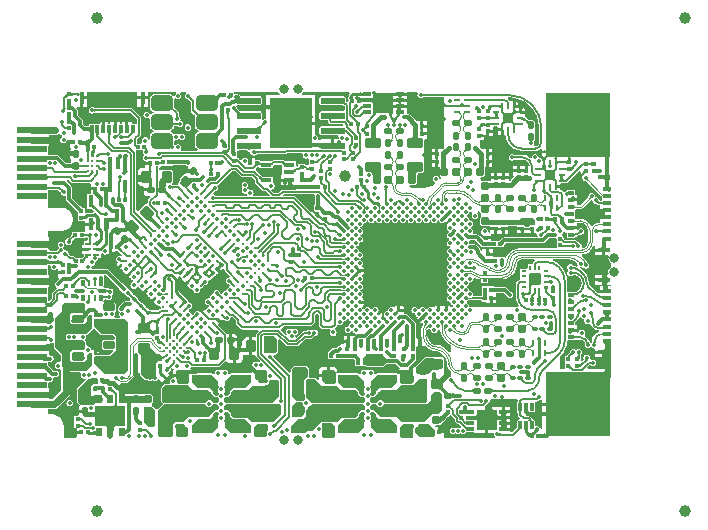
<source format=gbl>
G04*
G04 #@! TF.GenerationSoftware,Altium Limited,Altium Designer,19.1.6 (110)*
G04*
G04 Layer_Physical_Order=8*
G04 Layer_Color=16711680*
%FSLAX44Y44*%
%MOMM*%
G71*
G01*
G75*
%ADD11C,0.3000*%
%ADD12C,0.2000*%
%ADD13C,0.1500*%
%ADD14C,0.2500*%
%ADD15C,0.1000*%
%ADD24R,0.3500X0.3000*%
%ADD34C,0.2000*%
G04:AMPARAMS|DCode=40|XSize=0.5mm|YSize=0.6mm|CornerRadius=0.05mm|HoleSize=0mm|Usage=FLASHONLY|Rotation=90.000|XOffset=0mm|YOffset=0mm|HoleType=Round|Shape=RoundedRectangle|*
%AMROUNDEDRECTD40*
21,1,0.5000,0.5000,0,0,90.0*
21,1,0.4000,0.6000,0,0,90.0*
1,1,0.1000,0.2500,0.2000*
1,1,0.1000,0.2500,-0.2000*
1,1,0.1000,-0.2500,-0.2000*
1,1,0.1000,-0.2500,0.2000*
%
%ADD40ROUNDEDRECTD40*%
G04:AMPARAMS|DCode=47|XSize=0.6mm|YSize=0.6mm|CornerRadius=0.06mm|HoleSize=0mm|Usage=FLASHONLY|Rotation=0.000|XOffset=0mm|YOffset=0mm|HoleType=Round|Shape=RoundedRectangle|*
%AMROUNDEDRECTD47*
21,1,0.6000,0.4800,0,0,0.0*
21,1,0.4800,0.6000,0,0,0.0*
1,1,0.1200,0.2400,-0.2400*
1,1,0.1200,-0.2400,-0.2400*
1,1,0.1200,-0.2400,0.2400*
1,1,0.1200,0.2400,0.2400*
%
%ADD47ROUNDEDRECTD47*%
%ADD48R,0.3000X0.3500*%
G04:AMPARAMS|DCode=49|XSize=1.3mm|YSize=0.8mm|CornerRadius=0.1mm|HoleSize=0mm|Usage=FLASHONLY|Rotation=90.000|XOffset=0mm|YOffset=0mm|HoleType=Round|Shape=RoundedRectangle|*
%AMROUNDEDRECTD49*
21,1,1.3000,0.6000,0,0,90.0*
21,1,1.1000,0.8000,0,0,90.0*
1,1,0.2000,0.3000,0.5500*
1,1,0.2000,0.3000,-0.5500*
1,1,0.2000,-0.3000,-0.5500*
1,1,0.2000,-0.3000,0.5500*
%
%ADD49ROUNDEDRECTD49*%
G04:AMPARAMS|DCode=50|XSize=0.3mm|YSize=0.35mm|CornerRadius=0mm|HoleSize=0mm|Usage=FLASHONLY|Rotation=45.000|XOffset=0mm|YOffset=0mm|HoleType=Round|Shape=Rectangle|*
%AMROTATEDRECTD50*
4,1,4,0.0177,-0.2298,-0.2298,0.0177,-0.0177,0.2298,0.2298,-0.0177,0.0177,-0.2298,0.0*
%
%ADD50ROTATEDRECTD50*%

G04:AMPARAMS|DCode=51|XSize=0.6mm|YSize=0.6mm|CornerRadius=0.06mm|HoleSize=0mm|Usage=FLASHONLY|Rotation=270.000|XOffset=0mm|YOffset=0mm|HoleType=Round|Shape=RoundedRectangle|*
%AMROUNDEDRECTD51*
21,1,0.6000,0.4800,0,0,270.0*
21,1,0.4800,0.6000,0,0,270.0*
1,1,0.1200,-0.2400,-0.2400*
1,1,0.1200,-0.2400,0.2400*
1,1,0.1200,0.2400,0.2400*
1,1,0.1200,0.2400,-0.2400*
%
%ADD51ROUNDEDRECTD51*%
G04:AMPARAMS|DCode=52|XSize=1mm|YSize=0.9mm|CornerRadius=0.1125mm|HoleSize=0mm|Usage=FLASHONLY|Rotation=270.000|XOffset=0mm|YOffset=0mm|HoleType=Round|Shape=RoundedRectangle|*
%AMROUNDEDRECTD52*
21,1,1.0000,0.6750,0,0,270.0*
21,1,0.7750,0.9000,0,0,270.0*
1,1,0.2250,-0.3375,-0.3875*
1,1,0.2250,-0.3375,0.3875*
1,1,0.2250,0.3375,0.3875*
1,1,0.2250,0.3375,-0.3875*
%
%ADD52ROUNDEDRECTD52*%
G04:AMPARAMS|DCode=53|XSize=1mm|YSize=0.9mm|CornerRadius=0.1125mm|HoleSize=0mm|Usage=FLASHONLY|Rotation=180.000|XOffset=0mm|YOffset=0mm|HoleType=Round|Shape=RoundedRectangle|*
%AMROUNDEDRECTD53*
21,1,1.0000,0.6750,0,0,180.0*
21,1,0.7750,0.9000,0,0,180.0*
1,1,0.2250,-0.3875,0.3375*
1,1,0.2250,0.3875,0.3375*
1,1,0.2250,0.3875,-0.3375*
1,1,0.2250,-0.3875,-0.3375*
%
%ADD53ROUNDEDRECTD53*%
G04:AMPARAMS|DCode=55|XSize=0.5mm|YSize=0.6mm|CornerRadius=0.05mm|HoleSize=0mm|Usage=FLASHONLY|Rotation=180.000|XOffset=0mm|YOffset=0mm|HoleType=Round|Shape=RoundedRectangle|*
%AMROUNDEDRECTD55*
21,1,0.5000,0.5000,0,0,180.0*
21,1,0.4000,0.6000,0,0,180.0*
1,1,0.1000,-0.2000,0.2500*
1,1,0.1000,0.2000,0.2500*
1,1,0.1000,0.2000,-0.2500*
1,1,0.1000,-0.2000,-0.2500*
%
%ADD55ROUNDEDRECTD55*%
G04:AMPARAMS|DCode=56|XSize=0.3mm|YSize=0.35mm|CornerRadius=0mm|HoleSize=0mm|Usage=FLASHONLY|Rotation=315.000|XOffset=0mm|YOffset=0mm|HoleType=Round|Shape=Rectangle|*
%AMROTATEDRECTD56*
4,1,4,-0.2298,-0.0177,0.0177,0.2298,0.2298,0.0177,-0.0177,-0.2298,-0.2298,-0.0177,0.0*
%
%ADD56ROTATEDRECTD56*%

%ADD57R,0.5000X0.7000*%
%ADD58R,2.5000X1.7000*%
G04:AMPARAMS|DCode=62|XSize=1mm|YSize=1mm|CornerRadius=0.15mm|HoleSize=0mm|Usage=FLASHONLY|Rotation=180.000|XOffset=0mm|YOffset=0mm|HoleType=Round|Shape=RoundedRectangle|*
%AMROUNDEDRECTD62*
21,1,1.0000,0.7000,0,0,180.0*
21,1,0.7000,1.0000,0,0,180.0*
1,1,0.3000,-0.3500,0.3500*
1,1,0.3000,0.3500,0.3500*
1,1,0.3000,0.3500,-0.3500*
1,1,0.3000,-0.3500,-0.3500*
%
%ADD62ROUNDEDRECTD62*%
%ADD63R,0.2000X0.3950*%
%ADD64R,0.3950X0.2000*%
G04:AMPARAMS|DCode=65|XSize=0.25mm|YSize=0.55mm|CornerRadius=0.0625mm|HoleSize=0mm|Usage=FLASHONLY|Rotation=0.000|XOffset=0mm|YOffset=0mm|HoleType=Round|Shape=RoundedRectangle|*
%AMROUNDEDRECTD65*
21,1,0.2500,0.4250,0,0,0.0*
21,1,0.1250,0.5500,0,0,0.0*
1,1,0.1250,0.0625,-0.2125*
1,1,0.1250,-0.0625,-0.2125*
1,1,0.1250,-0.0625,0.2125*
1,1,0.1250,0.0625,0.2125*
%
%ADD65ROUNDEDRECTD65*%
G04:AMPARAMS|DCode=67|XSize=0.5mm|YSize=0.6mm|CornerRadius=0.05mm|HoleSize=0mm|Usage=FLASHONLY|Rotation=45.000|XOffset=0mm|YOffset=0mm|HoleType=Round|Shape=RoundedRectangle|*
%AMROUNDEDRECTD67*
21,1,0.5000,0.5000,0,0,45.0*
21,1,0.4000,0.6000,0,0,45.0*
1,1,0.1000,0.3182,-0.0354*
1,1,0.1000,0.0354,-0.3182*
1,1,0.1000,-0.3182,0.0354*
1,1,0.1000,-0.0354,0.3182*
%
%ADD67ROUNDEDRECTD67*%
%ADD88C,0.3000*%
%ADD125R,5.5000X5.5000*%
%ADD126C,0.1800*%
%ADD127R,2.5000X0.6000*%
%ADD128C,1.0000*%
%ADD129C,0.3500*%
%ADD130C,0.4000*%
%ADD131C,0.1400*%
%ADD132C,0.6000*%
%ADD133C,0.2200*%
%ADD135C,0.5000*%
%ADD136C,0.1100*%
%ADD137C,0.1200*%
%ADD139C,0.8000*%
%ADD140C,0.3500*%
%ADD141C,0.4000*%
%ADD142C,0.5000*%
G04:AMPARAMS|DCode=144|XSize=0.55mm|YSize=2.1mm|CornerRadius=0.1375mm|HoleSize=0mm|Usage=FLASHONLY|Rotation=90.000|XOffset=0mm|YOffset=0mm|HoleType=Round|Shape=RoundedRectangle|*
%AMROUNDEDRECTD144*
21,1,0.5500,1.8250,0,0,90.0*
21,1,0.2750,2.1000,0,0,90.0*
1,1,0.2750,0.9125,0.1375*
1,1,0.2750,0.9125,-0.1375*
1,1,0.2750,-0.9125,-0.1375*
1,1,0.2750,-0.9125,0.1375*
%
%ADD144ROUNDEDRECTD144*%
%ADD145R,3.6000X4.2000*%
%ADD146R,0.2000X0.2000*%
%ADD147R,1.7000X1.7000*%
%ADD148R,0.6500X0.3000*%
%ADD149R,0.5250X0.2500*%
G04:AMPARAMS|DCode=150|XSize=0.65mm|YSize=0.35mm|CornerRadius=0.0875mm|HoleSize=0mm|Usage=FLASHONLY|Rotation=180.000|XOffset=0mm|YOffset=0mm|HoleType=Round|Shape=RoundedRectangle|*
%AMROUNDEDRECTD150*
21,1,0.6500,0.1750,0,0,180.0*
21,1,0.4750,0.3500,0,0,180.0*
1,1,0.1750,-0.2375,0.0875*
1,1,0.1750,0.2375,0.0875*
1,1,0.1750,0.2375,-0.0875*
1,1,0.1750,-0.2375,-0.0875*
%
%ADD150ROUNDEDRECTD150*%
G04:AMPARAMS|DCode=151|XSize=0.55mm|YSize=0.3mm|CornerRadius=0.075mm|HoleSize=0mm|Usage=FLASHONLY|Rotation=270.000|XOffset=0mm|YOffset=0mm|HoleType=Round|Shape=RoundedRectangle|*
%AMROUNDEDRECTD151*
21,1,0.5500,0.1500,0,0,270.0*
21,1,0.4000,0.3000,0,0,270.0*
1,1,0.1500,-0.0750,-0.2000*
1,1,0.1500,-0.0750,0.2000*
1,1,0.1500,0.0750,0.2000*
1,1,0.1500,0.0750,-0.2000*
%
%ADD151ROUNDEDRECTD151*%
G04:AMPARAMS|DCode=152|XSize=0.55mm|YSize=0.25mm|CornerRadius=0.0625mm|HoleSize=0mm|Usage=FLASHONLY|Rotation=270.000|XOffset=0mm|YOffset=0mm|HoleType=Round|Shape=RoundedRectangle|*
%AMROUNDEDRECTD152*
21,1,0.5500,0.1250,0,0,270.0*
21,1,0.4250,0.2500,0,0,270.0*
1,1,0.1250,-0.0625,-0.2125*
1,1,0.1250,-0.0625,0.2125*
1,1,0.1250,0.0625,0.2125*
1,1,0.1250,0.0625,-0.2125*
%
%ADD152ROUNDEDRECTD152*%
%ADD153C,0.2500*%
%ADD154R,0.3000X0.7000*%
%ADD155R,0.4000X1.0000*%
%ADD156R,0.5000X0.3000*%
%ADD157R,0.7000X0.3000*%
%ADD158R,1.0000X0.3500*%
G04:AMPARAMS|DCode=159|XSize=1.6mm|YSize=0.5mm|CornerRadius=0.075mm|HoleSize=0mm|Usage=FLASHONLY|Rotation=0.000|XOffset=0mm|YOffset=0mm|HoleType=Round|Shape=RoundedRectangle|*
%AMROUNDEDRECTD159*
21,1,1.6000,0.3500,0,0,0.0*
21,1,1.4500,0.5000,0,0,0.0*
1,1,0.1500,0.7250,-0.1750*
1,1,0.1500,-0.7250,-0.1750*
1,1,0.1500,-0.7250,0.1750*
1,1,0.1500,0.7250,0.1750*
%
%ADD159ROUNDEDRECTD159*%
G04:AMPARAMS|DCode=160|XSize=1.3mm|YSize=0.8mm|CornerRadius=0.1mm|HoleSize=0mm|Usage=FLASHONLY|Rotation=0.000|XOffset=0mm|YOffset=0mm|HoleType=Round|Shape=RoundedRectangle|*
%AMROUNDEDRECTD160*
21,1,1.3000,0.6000,0,0,0.0*
21,1,1.1000,0.8000,0,0,0.0*
1,1,0.2000,0.5500,-0.3000*
1,1,0.2000,-0.5500,-0.3000*
1,1,0.2000,-0.5500,0.3000*
1,1,0.2000,0.5500,0.3000*
%
%ADD160ROUNDEDRECTD160*%
G04:AMPARAMS|DCode=161|XSize=0.2mm|YSize=0.45mm|CornerRadius=0.03mm|HoleSize=0mm|Usage=FLASHONLY|Rotation=90.000|XOffset=0mm|YOffset=0mm|HoleType=Round|Shape=RoundedRectangle|*
%AMROUNDEDRECTD161*
21,1,0.2000,0.3900,0,0,90.0*
21,1,0.1400,0.4500,0,0,90.0*
1,1,0.0600,0.1950,0.0700*
1,1,0.0600,0.1950,-0.0700*
1,1,0.0600,-0.1950,-0.0700*
1,1,0.0600,-0.1950,0.0700*
%
%ADD161ROUNDEDRECTD161*%
G04:AMPARAMS|DCode=162|XSize=0.2mm|YSize=0.45mm|CornerRadius=0.03mm|HoleSize=0mm|Usage=FLASHONLY|Rotation=0.000|XOffset=0mm|YOffset=0mm|HoleType=Round|Shape=RoundedRectangle|*
%AMROUNDEDRECTD162*
21,1,0.2000,0.3900,0,0,0.0*
21,1,0.1400,0.4500,0,0,0.0*
1,1,0.0600,0.0700,-0.1950*
1,1,0.0600,-0.0700,-0.1950*
1,1,0.0600,-0.0700,0.1950*
1,1,0.0600,0.0700,0.1950*
%
%ADD162ROUNDEDRECTD162*%
G04:AMPARAMS|DCode=163|XSize=0.8mm|YSize=0.8mm|CornerRadius=0.12mm|HoleSize=0mm|Usage=FLASHONLY|Rotation=180.000|XOffset=0mm|YOffset=0mm|HoleType=Round|Shape=RoundedRectangle|*
%AMROUNDEDRECTD163*
21,1,0.8000,0.5600,0,0,180.0*
21,1,0.5600,0.8000,0,0,180.0*
1,1,0.2400,-0.2800,0.2800*
1,1,0.2400,0.2800,0.2800*
1,1,0.2400,0.2800,-0.2800*
1,1,0.2400,-0.2800,-0.2800*
%
%ADD163ROUNDEDRECTD163*%
G04:AMPARAMS|DCode=164|XSize=0.45mm|YSize=0.35mm|CornerRadius=0.0525mm|HoleSize=0mm|Usage=FLASHONLY|Rotation=180.000|XOffset=0mm|YOffset=0mm|HoleType=Round|Shape=RoundedRectangle|*
%AMROUNDEDRECTD164*
21,1,0.4500,0.2450,0,0,180.0*
21,1,0.3450,0.3500,0,0,180.0*
1,1,0.1050,-0.1725,0.1225*
1,1,0.1050,0.1725,0.1225*
1,1,0.1050,0.1725,-0.1225*
1,1,0.1050,-0.1725,-0.1225*
%
%ADD164ROUNDEDRECTD164*%
G04:AMPARAMS|DCode=165|XSize=1.3mm|YSize=1.85mm|CornerRadius=0.325mm|HoleSize=0mm|Usage=FLASHONLY|Rotation=270.000|XOffset=0mm|YOffset=0mm|HoleType=Round|Shape=RoundedRectangle|*
%AMROUNDEDRECTD165*
21,1,1.3000,1.2000,0,0,270.0*
21,1,0.6500,1.8500,0,0,270.0*
1,1,0.6500,-0.6000,-0.3250*
1,1,0.6500,-0.6000,0.3250*
1,1,0.6500,0.6000,0.3250*
1,1,0.6500,0.6000,-0.3250*
%
%ADD165ROUNDEDRECTD165*%
%ADD166R,0.3600X1.0000*%
G04:AMPARAMS|DCode=167|XSize=0.3mm|YSize=0.7mm|CornerRadius=0.075mm|HoleSize=0mm|Usage=FLASHONLY|Rotation=180.000|XOffset=0mm|YOffset=0mm|HoleType=Round|Shape=RoundedRectangle|*
%AMROUNDEDRECTD167*
21,1,0.3000,0.5500,0,0,180.0*
21,1,0.1500,0.7000,0,0,180.0*
1,1,0.1500,-0.0750,0.2750*
1,1,0.1500,0.0750,0.2750*
1,1,0.1500,0.0750,-0.2750*
1,1,0.1500,-0.0750,-0.2750*
%
%ADD167ROUNDEDRECTD167*%
%ADD168R,0.9500X0.3600*%
G04:AMPARAMS|DCode=169|XSize=1mm|YSize=0.9mm|CornerRadius=0.1125mm|HoleSize=0mm|Usage=FLASHONLY|Rotation=315.000|XOffset=0mm|YOffset=0mm|HoleType=Round|Shape=RoundedRectangle|*
%AMROUNDEDRECTD169*
21,1,1.0000,0.6750,0,0,315.0*
21,1,0.7750,0.9000,0,0,315.0*
1,1,0.2250,0.0354,-0.5127*
1,1,0.2250,-0.5127,0.0354*
1,1,0.2250,-0.0354,0.5127*
1,1,0.2250,0.5127,-0.0354*
%
%ADD169ROUNDEDRECTD169*%
G04:AMPARAMS|DCode=170|XSize=0.5mm|YSize=0.6mm|CornerRadius=0.05mm|HoleSize=0mm|Usage=FLASHONLY|Rotation=135.000|XOffset=0mm|YOffset=0mm|HoleType=Round|Shape=RoundedRectangle|*
%AMROUNDEDRECTD170*
21,1,0.5000,0.5000,0,0,135.0*
21,1,0.4000,0.6000,0,0,135.0*
1,1,0.1000,0.0354,0.3182*
1,1,0.1000,0.3182,0.0354*
1,1,0.1000,-0.0354,-0.3182*
1,1,0.1000,-0.3182,-0.0354*
%
%ADD170ROUNDEDRECTD170*%
G04:AMPARAMS|DCode=171|XSize=0.25mm|YSize=0.55mm|CornerRadius=0.0625mm|HoleSize=0mm|Usage=FLASHONLY|Rotation=90.000|XOffset=0mm|YOffset=0mm|HoleType=Round|Shape=RoundedRectangle|*
%AMROUNDEDRECTD171*
21,1,0.2500,0.4250,0,0,90.0*
21,1,0.1250,0.5500,0,0,90.0*
1,1,0.1250,0.2125,0.0625*
1,1,0.1250,0.2125,-0.0625*
1,1,0.1250,-0.2125,-0.0625*
1,1,0.1250,-0.2125,0.0625*
%
%ADD171ROUNDEDRECTD171*%
G04:AMPARAMS|DCode=172|XSize=0.6mm|YSize=1mm|CornerRadius=0.075mm|HoleSize=0mm|Usage=FLASHONLY|Rotation=90.000|XOffset=0mm|YOffset=0mm|HoleType=Round|Shape=RoundedRectangle|*
%AMROUNDEDRECTD172*
21,1,0.6000,0.8500,0,0,90.0*
21,1,0.4500,1.0000,0,0,90.0*
1,1,0.1500,0.4250,0.2250*
1,1,0.1500,0.4250,-0.2250*
1,1,0.1500,-0.4250,-0.2250*
1,1,0.1500,-0.4250,0.2250*
%
%ADD172ROUNDEDRECTD172*%
%ADD173R,7.0000X7.0000*%
G36*
X6859Y291311D02*
X6727Y291442D01*
X6561Y291511D01*
X6362Y291520D01*
X6130Y291467D01*
X5864Y291353D01*
X5564Y291178D01*
X5231Y290942D01*
X4864Y290645D01*
X4031Y289866D01*
X3366Y292031D01*
X3635Y292307D01*
X4271Y293060D01*
X4427Y293285D01*
X4554Y293497D01*
X4653Y293697D01*
X4724Y293884D01*
X4766Y294058D01*
X4780Y294219D01*
X6859Y291311D01*
D02*
G37*
G36*
X8239Y294130D02*
X8299Y294051D01*
X8400Y293980D01*
X8540Y293919D01*
X8719Y293867D01*
X8939Y293825D01*
X9200Y293792D01*
X9840Y293755D01*
X10220Y293750D01*
Y291750D01*
X9840Y291745D01*
X8939Y291675D01*
X8719Y291633D01*
X8540Y291581D01*
X8400Y291520D01*
X8299Y291450D01*
X8239Y291370D01*
X8220Y291280D01*
Y294219D01*
X8239Y294130D01*
D02*
G37*
G36*
X283531Y291280D02*
X283510Y291370D01*
X283451Y291450D01*
X283351Y291520D01*
X283211Y291581D01*
X283030Y291633D01*
X282810Y291675D01*
X282551Y291708D01*
X282500Y291711D01*
X282492Y291710D01*
X282188Y291660D01*
X281925Y291590D01*
X281702Y291500D01*
X281519Y291390D01*
X281376Y291260D01*
X281274Y291110D01*
X281211Y290940D01*
X281189Y290750D01*
X281220Y293720D01*
X281530Y293724D01*
Y293750D01*
X281910Y293755D01*
X282810Y293825D01*
X283030Y293867D01*
X283211Y293919D01*
X283351Y293980D01*
X283451Y294050D01*
X283510Y294130D01*
X283531Y294219D01*
Y291280D01*
D02*
G37*
G36*
X255530Y294219D02*
Y291280D01*
X255508Y291465D01*
X255443Y291630D01*
X255333Y291775D01*
X255179Y291901D01*
X254981Y292008D01*
X254739Y292095D01*
X254452Y292163D01*
X254123Y292211D01*
X253748Y292240D01*
X253330Y292250D01*
Y294450D01*
X255530Y294219D01*
D02*
G37*
G36*
X97329Y293691D02*
X97017Y293483D01*
X96410Y292573D01*
X96220Y291621D01*
X95855Y291425D01*
X94955Y291229D01*
X94564Y291814D01*
X93158Y292753D01*
X91500Y293083D01*
X79500D01*
X77842Y292753D01*
X76436Y291814D01*
X75497Y290408D01*
X75167Y288750D01*
Y282250D01*
X75497Y280592D01*
X76436Y279186D01*
X77842Y278247D01*
X78340Y278147D01*
Y276852D01*
X77842Y276753D01*
X76436Y275814D01*
X75127Y276141D01*
X75090Y276323D01*
X74483Y277233D01*
X73573Y277840D01*
X72500Y278054D01*
X71427Y277840D01*
X70517Y277233D01*
X69910Y276323D01*
X69696Y275250D01*
X69910Y274177D01*
X70517Y273267D01*
X71427Y272660D01*
X72500Y272446D01*
X73573Y272660D01*
X73940Y272905D01*
X74017Y272895D01*
X75167Y272197D01*
Y266250D01*
X75497Y264592D01*
X76436Y263186D01*
X77842Y262247D01*
X78340Y262147D01*
Y260853D01*
X77842Y260753D01*
X76436Y259814D01*
X75497Y258408D01*
X75167Y256750D01*
Y254665D01*
X73897Y254540D01*
X73840Y254823D01*
X73233Y255733D01*
X72323Y256340D01*
X71250Y256554D01*
X70177Y256340D01*
X69267Y255733D01*
X68660Y254823D01*
X68446Y253750D01*
X68660Y252677D01*
X68798Y252470D01*
X68608Y252115D01*
X67750Y251200D01*
X67150D01*
Y251200D01*
X64534D01*
Y254961D01*
X67012Y257438D01*
X67399Y258017D01*
X67534Y258700D01*
Y272700D01*
X67399Y273383D01*
X67012Y273961D01*
X60461Y280512D01*
X59883Y280898D01*
X59200Y281034D01*
X29267D01*
X29160Y281082D01*
X29012Y281086D01*
X28908Y281095D01*
X28817Y281108D01*
X28742Y281125D01*
X28681Y281143D01*
X28632Y281162D01*
X28595Y281180D01*
X28566Y281198D01*
X28543Y281215D01*
X28485Y281270D01*
X28356Y281317D01*
X27573Y281840D01*
X26500Y282054D01*
X25427Y281840D01*
X24517Y281233D01*
X23910Y280323D01*
X23696Y279250D01*
X23910Y278177D01*
X24517Y277267D01*
X25427Y276660D01*
X26500Y276446D01*
X27573Y276660D01*
X28356Y277183D01*
X28485Y277230D01*
X28543Y277285D01*
X28566Y277302D01*
X28595Y277320D01*
X28633Y277338D01*
X28681Y277357D01*
X28742Y277375D01*
X28817Y277392D01*
X28907Y277405D01*
X29012Y277414D01*
X29160Y277418D01*
X29267Y277466D01*
X58461D01*
X63966Y271961D01*
Y268974D01*
X63250Y268000D01*
X59790D01*
Y269540D01*
X57020D01*
Y263500D01*
X54480D01*
Y269540D01*
X51710D01*
Y268000D01*
X49790D01*
Y269540D01*
X47020D01*
Y263500D01*
X44480D01*
Y269540D01*
X41710D01*
Y268000D01*
X39790D01*
Y269540D01*
X37020D01*
Y263500D01*
X34480D01*
Y269540D01*
X31710D01*
Y268000D01*
X23250D01*
Y266698D01*
X23204Y266613D01*
X23187Y266455D01*
X23185Y266448D01*
X23181Y266441D01*
X23143Y266407D01*
X23040Y266344D01*
X22854Y266268D01*
X22580Y266194D01*
X22224Y266134D01*
X21789Y266096D01*
X21252Y266082D01*
X21178Y266049D01*
X20556D01*
X18799Y267806D01*
Y270000D01*
X18605Y270975D01*
X18052Y271802D01*
X14549Y275306D01*
Y278500D01*
X14355Y279475D01*
X13802Y280302D01*
X12915Y281190D01*
X13441Y282460D01*
X16180D01*
Y290000D01*
X17450D01*
Y291270D01*
X21990D01*
Y294961D01*
X64510D01*
Y291270D01*
X69050D01*
X73590D01*
Y294961D01*
X96944D01*
X97329Y293691D01*
D02*
G37*
G36*
X305820Y293413D02*
X305904Y293358D01*
X306001Y293309D01*
X306111Y293267D01*
X306234Y293231D01*
X306371Y293202D01*
X306521Y293179D01*
X306861Y293153D01*
X307051Y293150D01*
Y291350D01*
X306861Y291347D01*
X306521Y291321D01*
X306371Y291298D01*
X306234Y291269D01*
X306111Y291233D01*
X306001Y291191D01*
X305904Y291142D01*
X305820Y291087D01*
X305750Y291025D01*
Y293475D01*
X305820Y293413D01*
D02*
G37*
G36*
X15481Y290750D02*
X15460Y290940D01*
X15401Y291110D01*
X15301Y291260D01*
X15160Y291390D01*
X14980Y291500D01*
X14761Y291590D01*
X14500Y291660D01*
X14201Y291710D01*
X13861Y291740D01*
X13480Y291750D01*
Y293750D01*
X13861Y293760D01*
X14201Y293790D01*
X14500Y293840D01*
X14761Y293910D01*
X14980Y294000D01*
X15160Y294110D01*
X15301Y294240D01*
X15401Y294390D01*
X15460Y294560D01*
X15481Y294750D01*
Y290750D01*
D02*
G37*
G36*
X136730Y290530D02*
X136711Y290572D01*
X136651Y290609D01*
X136552Y290642D01*
X136414Y290671D01*
X136235Y290695D01*
X135760Y290730D01*
X134750Y290750D01*
Y293750D01*
X135126Y293752D01*
X136414Y293829D01*
X136552Y293858D01*
X136651Y293890D01*
X136711Y293928D01*
X136730Y293969D01*
Y290530D01*
D02*
G37*
G36*
X288560Y291291D02*
X288390Y291230D01*
X288240Y291128D01*
X288110Y290986D01*
X288000Y290803D01*
X287910Y290580D01*
X287840Y290316D01*
X287830Y290257D01*
X287840Y290200D01*
X287910Y289939D01*
X288000Y289720D01*
X288110Y289540D01*
X288240Y289400D01*
X288390Y289300D01*
X288560Y289240D01*
X288750Y289219D01*
X284750D01*
X284940Y289240D01*
X285110Y289300D01*
X285260Y289400D01*
X285390Y289540D01*
X285500Y289720D01*
X285590Y289939D01*
X285660Y290200D01*
X285670Y290257D01*
X285660Y290316D01*
X285590Y290580D01*
X285500Y290803D01*
X285390Y290986D01*
X285260Y291128D01*
X285110Y291230D01*
X284940Y291291D01*
X284750Y291311D01*
X288750D01*
X288560Y291291D01*
D02*
G37*
G36*
X109256Y291416D02*
X109277Y291340D01*
X109313Y291257D01*
X109363Y291166D01*
X109427Y291067D01*
X109506Y290959D01*
X109707Y290720D01*
X109965Y290449D01*
X108551Y289035D01*
X108411Y289171D01*
X108041Y289494D01*
X107933Y289573D01*
X107834Y289637D01*
X107743Y289687D01*
X107660Y289722D01*
X107584Y289743D01*
X107517Y289750D01*
X109250Y291483D01*
X109256Y291416D01*
D02*
G37*
G36*
X105829Y293691D02*
X105517Y293483D01*
X104910Y292573D01*
X104696Y291500D01*
X104910Y290427D01*
X105517Y289517D01*
X106427Y288910D01*
X107208Y288754D01*
X107218Y288745D01*
X107224Y288737D01*
X107227Y288736D01*
X107235Y288727D01*
X107270Y288712D01*
X107280Y288707D01*
X107319Y288681D01*
X107364Y288648D01*
X107677Y288375D01*
X107794Y288261D01*
X107896Y288220D01*
X109711Y286405D01*
Y279750D01*
X109866Y278970D01*
X110308Y278308D01*
X112899Y275718D01*
X112937Y275618D01*
X113254Y275288D01*
X113494Y275012D01*
X113671Y274781D01*
X113707Y274723D01*
X113497Y274408D01*
X113167Y272750D01*
Y266250D01*
X113497Y264592D01*
X114436Y263186D01*
X115842Y262247D01*
X116340Y262147D01*
Y260853D01*
X115842Y260753D01*
X114436Y259814D01*
X113497Y258408D01*
X113167Y256750D01*
Y250250D01*
X113497Y248592D01*
X114436Y247186D01*
X115523Y246459D01*
X115143Y245189D01*
X101655D01*
X101328Y245713D01*
X101111Y246459D01*
X101590Y247177D01*
X101804Y248250D01*
X101590Y249323D01*
X100983Y250233D01*
X100073Y250840D01*
X99000Y251054D01*
X97927Y250840D01*
X97103Y250290D01*
X96656Y250389D01*
X95833Y250746D01*
Y253395D01*
X97103Y254275D01*
X97500Y254196D01*
X98573Y254410D01*
X98969Y254674D01*
X99875Y254914D01*
X100781Y254674D01*
X101177Y254410D01*
X102250Y254196D01*
X103323Y254410D01*
X104233Y255017D01*
X104840Y255927D01*
X105054Y257000D01*
X104840Y258073D01*
X104233Y258983D01*
X103323Y259590D01*
X102250Y259804D01*
X101177Y259590D01*
X100781Y259326D01*
X99875Y259086D01*
X98969Y259326D01*
X98573Y259590D01*
X97500Y259804D01*
X96427Y259590D01*
X95517Y258983D01*
X95119D01*
X94564Y259814D01*
X93158Y260753D01*
X92660Y260853D01*
Y262147D01*
X93158Y262247D01*
X94564Y263186D01*
X95503Y264592D01*
X95812Y266142D01*
X95830Y266145D01*
X96017Y266161D01*
X96275Y266168D01*
X96383Y266216D01*
X97733D01*
X97840Y266168D01*
X97988Y266164D01*
X98092Y266155D01*
X98183Y266142D01*
X98258Y266126D01*
X98319Y266107D01*
X98368Y266088D01*
X98405Y266070D01*
X98434Y266052D01*
X98457Y266035D01*
X98516Y265980D01*
X98644Y265933D01*
X99427Y265410D01*
X100500Y265196D01*
X101573Y265410D01*
X102483Y266017D01*
X103090Y266927D01*
X103304Y268000D01*
X103090Y269073D01*
X102483Y269983D01*
X101573Y270590D01*
X100927Y270719D01*
X100840Y270927D01*
X101054Y272000D01*
X100840Y273073D01*
X100317Y273856D01*
X100270Y273985D01*
X100216Y274043D01*
X100198Y274066D01*
X100181Y274095D01*
X100162Y274132D01*
X100143Y274181D01*
X100125Y274242D01*
X100108Y274317D01*
X100095Y274407D01*
X100086Y274512D01*
X100082Y274660D01*
X100034Y274767D01*
Y276750D01*
X99899Y277433D01*
X99512Y278012D01*
X96523Y281000D01*
X96480Y281112D01*
X96247Y281354D01*
X96068Y281558D01*
X95927Y281738D01*
X95826Y281889D01*
X95779Y281975D01*
X95833Y282250D01*
Y288750D01*
X95761Y289111D01*
X96958Y289607D01*
X97017Y289517D01*
X97927Y288910D01*
X99000Y288696D01*
X100073Y288910D01*
X100983Y289517D01*
X101590Y290427D01*
X101804Y291500D01*
X101590Y292573D01*
X100983Y293483D01*
X100671Y293691D01*
X101056Y294961D01*
X105444D01*
X105829Y293691D01*
D02*
G37*
G36*
X237549Y289018D02*
X237680Y288908D01*
X237810Y288811D01*
X237941Y288727D01*
X238072Y288657D01*
X238203Y288599D01*
X238335Y288555D01*
X238467Y288523D01*
X238600Y288505D01*
X238732Y288500D01*
X237000Y286768D01*
X236995Y286900D01*
X236977Y287033D01*
X236945Y287165D01*
X236901Y287297D01*
X236843Y287428D01*
X236772Y287559D01*
X236689Y287690D01*
X236592Y287820D01*
X236482Y287950D01*
X236359Y288080D01*
X237420Y289141D01*
X237549Y289018D01*
D02*
G37*
G36*
X346362Y288848D02*
X346429Y288818D01*
X346530Y288791D01*
X346666Y288767D01*
X346836Y288748D01*
X347553Y288710D01*
X348204Y288702D01*
Y286902D01*
X347862Y286901D01*
X346530Y286814D01*
X346429Y286787D01*
X346362Y286757D01*
X346330Y286722D01*
Y288883D01*
X346362Y288848D01*
D02*
G37*
G36*
X244163Y293691D02*
X243986Y293514D01*
X243522Y292819D01*
X243359Y292000D01*
Y291245D01*
X242910Y290573D01*
X242696Y289500D01*
X242910Y288427D01*
X243345Y287775D01*
X243295Y287541D01*
X242068Y286653D01*
X241581Y286775D01*
X241524Y286899D01*
X241340Y287823D01*
X241297Y287889D01*
Y288925D01*
X241112Y289852D01*
X240587Y290637D01*
X239802Y291162D01*
X238875Y291346D01*
X220625D01*
X219698Y291162D01*
X218913Y290637D01*
X218388Y289852D01*
X218204Y288925D01*
Y286175D01*
X218388Y285248D01*
X218913Y284463D01*
X219698Y283938D01*
X220625Y283753D01*
X238875D01*
X239038Y283786D01*
X239049Y283778D01*
X239512Y283387D01*
X239787Y283122D01*
X239899Y283078D01*
X239960Y283017D01*
X240005Y282959D01*
X240020Y282957D01*
X240216Y282761D01*
Y279597D01*
X238946Y278632D01*
X238875Y278646D01*
X220625D01*
X219698Y278462D01*
X218913Y277937D01*
X218388Y277152D01*
X218204Y276225D01*
Y273475D01*
X218388Y272548D01*
X218913Y271763D01*
X219698Y271238D01*
X220625Y271053D01*
X225417D01*
X225418Y270982D01*
X225513Y270763D01*
X225602Y270317D01*
X225988Y269738D01*
X227603Y268123D01*
X228182Y267736D01*
X228865Y267601D01*
X238815D01*
X239105Y267188D01*
X239054Y266912D01*
X238426Y265946D01*
X220625D01*
X219698Y265762D01*
X218913Y265237D01*
X218388Y264452D01*
X218204Y263525D01*
Y260775D01*
X218388Y259848D01*
X218913Y259063D01*
X219698Y258538D01*
X220625Y258353D01*
X234321D01*
X234656Y257942D01*
X235112Y257083D01*
X234946Y256250D01*
X234979Y256087D01*
X233989Y254817D01*
X231020D01*
Y249450D01*
X228480D01*
Y254817D01*
X220625D01*
X219097Y254513D01*
X218634Y254203D01*
X217880Y254726D01*
X217615Y255049D01*
X217804Y256000D01*
X217590Y257073D01*
X216983Y257983D01*
X216073Y258590D01*
X215000Y258804D01*
X214790Y258976D01*
Y267230D01*
X194250D01*
Y269770D01*
X214790D01*
Y292040D01*
X204237D01*
X203852Y293310D01*
X203980Y293395D01*
X205026Y294961D01*
X243637D01*
X244163Y293691D01*
D02*
G37*
G36*
X281209Y289560D02*
X281270Y289390D01*
X281372Y289240D01*
X281514Y289110D01*
X281697Y289000D01*
X281920Y288910D01*
X282184Y288840D01*
X282448Y288797D01*
X282810Y288825D01*
X283030Y288867D01*
X283211Y288919D01*
X283351Y288980D01*
X283451Y289050D01*
X283510Y289130D01*
X283531Y289219D01*
Y286280D01*
X283510Y286370D01*
X283451Y286450D01*
X283351Y286520D01*
X283211Y286581D01*
X283030Y286633D01*
X282810Y286675D01*
X282551Y286708D01*
X282498Y286711D01*
X282489Y286710D01*
X282184Y286660D01*
X281920Y286590D01*
X281697Y286500D01*
X281514Y286390D01*
X281372Y286260D01*
X281270Y286110D01*
X281209Y285940D01*
X281189Y285750D01*
Y289750D01*
X281209Y289560D01*
D02*
G37*
G36*
X256520Y286250D02*
X255950Y286243D01*
X254600Y286135D01*
X254270Y286070D01*
X254000Y285991D01*
X253790Y285897D01*
X253640Y285790D01*
X253550Y285667D01*
X253520Y285530D01*
Y288969D01*
X253550Y289023D01*
X253640Y289070D01*
X253790Y289112D01*
X254000Y289149D01*
X254270Y289180D01*
X255440Y289239D01*
X256520Y289250D01*
Y286250D01*
D02*
G37*
G36*
X148362Y289601D02*
X148358Y289450D01*
X149100Y284908D01*
X148886Y285040D01*
X148680Y285143D01*
X148481Y285217D01*
X148290Y285263D01*
X148107Y285281D01*
X147932Y285270D01*
X147765Y285230D01*
X147606Y285162D01*
X147454Y285065D01*
X147311Y284939D01*
X145189Y287061D01*
X145826Y287690D01*
X147944Y289535D01*
X148155Y289644D01*
X148294Y289666D01*
X148362Y289601D01*
D02*
G37*
G36*
X264311Y284750D02*
X264281Y285035D01*
X264190Y285290D01*
X264038Y285515D01*
X263826Y285710D01*
X263553Y285875D01*
X263220Y286010D01*
X262826Y286115D01*
X262372Y286190D01*
X261856Y286235D01*
X261281Y286250D01*
Y289250D01*
X261856Y289265D01*
X262372Y289310D01*
X262826Y289385D01*
X263220Y289490D01*
X263553Y289625D01*
X263826Y289790D01*
X264038Y289985D01*
X264190Y290210D01*
X264281Y290465D01*
X264311Y290750D01*
Y284750D01*
D02*
G37*
G36*
X288560Y286291D02*
X288390Y286230D01*
X288240Y286128D01*
X288110Y285986D01*
X288000Y285803D01*
X287910Y285580D01*
X287840Y285316D01*
X287830Y285257D01*
X287840Y285200D01*
X287910Y284939D01*
X288000Y284720D01*
X288110Y284540D01*
X288240Y284400D01*
X288390Y284300D01*
X288560Y284240D01*
X288750Y284219D01*
X284750D01*
X284940Y284240D01*
X285110Y284300D01*
X285260Y284400D01*
X285390Y284540D01*
X285500Y284720D01*
X285590Y284939D01*
X285660Y285200D01*
X285670Y285257D01*
X285660Y285316D01*
X285590Y285580D01*
X285500Y285803D01*
X285390Y285986D01*
X285260Y286128D01*
X285110Y286230D01*
X284940Y286291D01*
X284750Y286311D01*
X288750D01*
X288560Y286291D01*
D02*
G37*
G36*
X240154Y287241D02*
X240130Y287090D01*
X240144Y286922D01*
X240196Y286735D01*
X240286Y286532D01*
X240291Y286524D01*
X240500Y286733D01*
X240505Y286600D01*
X240523Y286467D01*
X240555Y286335D01*
X240599Y286203D01*
X240657Y286072D01*
X240727Y285941D01*
X240811Y285810D01*
X240891Y285703D01*
X241306Y285254D01*
X240539Y283900D01*
X240238Y284191D01*
X239707Y284640D01*
X239476Y284799D01*
X239284Y284905D01*
X239165Y284945D01*
X239033Y284977D01*
X238900Y284995D01*
X238796Y284999D01*
X238783Y284998D01*
X238667Y284938D01*
X238575Y284835D01*
X240215Y287375D01*
X240154Y287241D01*
D02*
G37*
G36*
X340918Y284064D02*
X340970Y284009D01*
X341039Y283961D01*
X341126Y283919D01*
X341231Y283883D01*
X341354Y283854D01*
X341494Y283832D01*
X341653Y283815D01*
X342024Y283803D01*
X341170Y282487D01*
Y281722D01*
X341144Y281738D01*
X341078Y281751D01*
X340973Y281763D01*
X340645Y281782D01*
X339680Y281795D01*
X337830Y281722D01*
Y281808D01*
X337775Y281803D01*
X336476Y283803D01*
X336847Y283815D01*
X337005Y283832D01*
X337146Y283854D01*
X337269Y283883D01*
X337374Y283919D01*
X337461Y283961D01*
X337530Y284009D01*
X337582Y284064D01*
X337616Y284125D01*
X337886Y283861D01*
X337922Y283854D01*
X338027Y283842D01*
X338355Y283822D01*
X339320Y283810D01*
X340614Y283861D01*
X340885Y284125D01*
X340918Y284064D01*
D02*
G37*
G36*
X185020Y293395D02*
X185148Y293310D01*
X184763Y292040D01*
X173710D01*
Y283511D01*
X173856Y283515D01*
X174371Y283560D01*
X174826Y283635D01*
X175220Y283740D01*
X175553Y283875D01*
X175826Y284040D01*
X176038Y284235D01*
X176190Y284460D01*
X176281Y284715D01*
X176311Y285000D01*
Y279000D01*
X176281Y279285D01*
X176190Y279540D01*
X176038Y279765D01*
X175826Y279960D01*
X175553Y280125D01*
X175220Y280260D01*
X174826Y280365D01*
X174371Y280440D01*
X173856Y280485D01*
X173710Y280489D01*
Y272859D01*
X172729Y272054D01*
X171656Y271840D01*
X170746Y271233D01*
X169716Y271956D01*
X170112Y272548D01*
X170296Y273475D01*
Y276225D01*
X170112Y277152D01*
X169587Y277937D01*
X168802Y278462D01*
X167875Y278646D01*
X151911D01*
X151747Y278720D01*
X151541Y278838D01*
X151313Y278993D01*
X150726Y279481D01*
X150404Y279791D01*
X150326Y279821D01*
X150281Y279893D01*
X150230Y279904D01*
X149287Y280847D01*
X149249Y280946D01*
X149013Y281193D01*
X148857Y281378D01*
X148819Y281431D01*
X148793Y281470D01*
X148788Y281480D01*
X148773Y281514D01*
X148764Y281523D01*
X148763Y281526D01*
X148755Y281532D01*
X148746Y281542D01*
X148590Y282323D01*
X148305Y282750D01*
X148364Y282953D01*
X149091Y283860D01*
X149625Y283753D01*
X167875D01*
X168802Y283938D01*
X169587Y284463D01*
X170112Y285248D01*
X170296Y286175D01*
Y288925D01*
X170112Y289852D01*
X169587Y290637D01*
X168802Y291162D01*
X167875Y291346D01*
X151774D01*
X151302Y292052D01*
X150475Y292605D01*
X149500Y292799D01*
X149411Y292781D01*
X149323Y292840D01*
X148250Y293054D01*
X147570Y292918D01*
X146539Y293525D01*
X146385Y293691D01*
X146543Y294961D01*
X183974D01*
X185020Y293395D01*
D02*
G37*
G36*
X8001Y285681D02*
X8220D01*
X8178Y285651D01*
X8141Y285560D01*
X8108Y285410D01*
X8079Y285201D01*
X8045Y284735D01*
X8141Y283139D01*
X8178Y283050D01*
X8220Y283020D01*
X8006D01*
X8000Y282680D01*
X5000D01*
X4999Y283020D01*
X4780D01*
X4822Y283050D01*
X4859Y283139D01*
X4892Y283290D01*
X4921Y283500D01*
X4955Y283965D01*
X4859Y285560D01*
X4822Y285651D01*
X4780Y285681D01*
X4994D01*
X5000Y286019D01*
X8000D01*
X8001Y285681D01*
D02*
G37*
G36*
X302155Y293691D02*
X301910Y293323D01*
X301696Y292250D01*
X301910Y291177D01*
X302517Y290267D01*
X303427Y289660D01*
X304500Y289446D01*
X305573Y289660D01*
X306332Y290167D01*
X306335Y290168D01*
X306362Y290173D01*
X306390Y290175D01*
X306401Y290181D01*
X306417Y290184D01*
X306444Y290201D01*
X306456Y290206D01*
X306498Y290218D01*
X306566Y290233D01*
X306644Y290245D01*
X306912Y290265D01*
X307069Y290268D01*
X307173Y290313D01*
X323969D01*
Y282721D01*
X325466Y283905D01*
X326492Y283803D01*
X325783Y281803D01*
X323969Y282445D01*
Y247509D01*
X322993Y246630D01*
X321940Y246790D01*
Y246790D01*
X319170D01*
Y242500D01*
X317900D01*
Y241230D01*
X313860D01*
Y238210D01*
Y237270D01*
X317900D01*
Y236000D01*
X319170D01*
Y231710D01*
X320441D01*
Y230343D01*
X320441Y230343D01*
X320441Y230343D01*
Y228000D01*
X320441Y228000D01*
X320469Y227862D01*
Y224600D01*
X320593Y223976D01*
X320946Y223447D01*
X321267Y223233D01*
X321476Y222274D01*
X321477Y221798D01*
X321095Y221437D01*
X321085Y221432D01*
X319956Y222042D01*
X319841Y222623D01*
X319233Y223533D01*
X318323Y224140D01*
X317250Y224354D01*
X316177Y224140D01*
X315268Y223533D01*
X314660Y222623D01*
X314446Y221550D01*
X314660Y220477D01*
X315268Y219567D01*
X316177Y218960D01*
X316628Y218870D01*
X316848Y218468D01*
X316939Y217513D01*
X314043Y215578D01*
X310472Y214099D01*
X306682Y213345D01*
X304750Y213250D01*
X301053D01*
X299798Y213312D01*
X297337Y213801D01*
X295018Y214762D01*
X294739Y214948D01*
X294725Y215208D01*
X295912Y216469D01*
X296764D01*
X297000Y216422D01*
X297236Y216469D01*
X299400D01*
X300024Y216593D01*
X300554Y216946D01*
X300907Y217476D01*
X301031Y218100D01*
Y220264D01*
X301078Y220500D01*
Y221226D01*
X301082Y221234D01*
X301111Y222379D01*
X301195Y223357D01*
X301330Y224187D01*
X301509Y224865D01*
X301720Y225385D01*
X301944Y225751D01*
X302162Y225982D01*
X302375Y226115D01*
X302617Y226189D01*
X303052Y226211D01*
X305250D01*
X306030Y226366D01*
X306692Y226808D01*
X307134Y227470D01*
X307289Y228250D01*
Y233996D01*
X307289Y234250D01*
X307250Y235250D01*
X307250Y235250D01*
Y247250D01*
X307250Y247250D01*
X307289Y248250D01*
Y254250D01*
X308393Y255210D01*
X309340D01*
Y258230D01*
X305300D01*
Y260770D01*
X309340D01*
Y261710D01*
X309340D01*
Y264730D01*
X305300D01*
Y266000D01*
X304030D01*
Y270290D01*
X301260D01*
X301260Y270290D01*
Y270290D01*
X300227Y270849D01*
X299421Y271655D01*
X299223Y271876D01*
X299196Y271890D01*
X299184Y271918D01*
X298385Y272724D01*
X298328Y272748D01*
X295413Y275663D01*
X294421Y276326D01*
X293250Y276559D01*
X292540Y277141D01*
Y281480D01*
X286750D01*
Y284020D01*
X292540D01*
Y286480D01*
X286750D01*
Y289020D01*
X292540D01*
Y291480D01*
X286750D01*
Y294020D01*
X292540D01*
Y294961D01*
X301495D01*
X302155Y293691D01*
D02*
G37*
G36*
X332670Y281722D02*
X332644Y281738D01*
X332578Y281751D01*
X332473Y281763D01*
X332145Y281782D01*
X330637Y281803D01*
Y283803D01*
X332670Y283883D01*
Y281722D01*
D02*
G37*
G36*
X281209Y284560D02*
X281270Y284390D01*
X281372Y284240D01*
X281514Y284110D01*
X281697Y284000D01*
X281920Y283910D01*
X282184Y283840D01*
X282448Y283797D01*
X282810Y283825D01*
X283030Y283867D01*
X283211Y283919D01*
X283351Y283980D01*
X283451Y284050D01*
X283510Y284130D01*
X283531Y284219D01*
Y281280D01*
X283510Y281370D01*
X283451Y281450D01*
X283351Y281520D01*
X283211Y281581D01*
X283030Y281633D01*
X282810Y281675D01*
X282551Y281708D01*
X282498Y281711D01*
X282489Y281710D01*
X282184Y281660D01*
X281920Y281590D01*
X281697Y281500D01*
X281514Y281390D01*
X281372Y281260D01*
X281270Y281110D01*
X281209Y280940D01*
X281189Y280750D01*
Y284750D01*
X281209Y284560D01*
D02*
G37*
G36*
X255530Y281280D02*
X255520Y281275D01*
X255490Y281269D01*
X255440Y281265D01*
X255169Y281255D01*
X254525Y281250D01*
Y282750D01*
X254721Y282752D01*
X255186Y282791D01*
X255300Y282814D01*
X255393Y282842D01*
X255466Y282875D01*
X255518Y282913D01*
X255550Y282957D01*
X255561Y283005D01*
X255530Y281280D01*
D02*
G37*
G36*
X364384Y280820D02*
X363962Y280384D01*
X363304Y279616D01*
X363068Y279282D01*
X362892Y278982D01*
X362779Y278716D01*
X362727Y278484D01*
X362736Y278286D01*
X362807Y278122D01*
X362939Y277991D01*
X359641Y280289D01*
X359816Y280201D01*
X360015Y280165D01*
X360238Y280180D01*
X360485Y280247D01*
X360756Y280366D01*
X361051Y280536D01*
X361370Y280758D01*
X361402Y280784D01*
X361444Y280870D01*
X361474Y280958D01*
X361486Y281038D01*
X361481Y281109D01*
X361459Y281171D01*
X361757Y281073D01*
X362469Y281734D01*
X364384Y280820D01*
D02*
G37*
G36*
X372557Y280762D02*
X372537Y280949D01*
X372475Y281117D01*
X372373Y281266D01*
X372229Y281394D01*
X372045Y281503D01*
X371820Y281592D01*
X371553Y281661D01*
X371246Y281710D01*
X370898Y281740D01*
X370508Y281750D01*
Y283750D01*
X370898Y283760D01*
X371246Y283790D01*
X371553Y283839D01*
X371820Y283908D01*
X372045Y283997D01*
X372229Y284106D01*
X372373Y284234D01*
X372475Y284382D01*
X372537Y284551D01*
X372557Y284738D01*
Y280762D01*
D02*
G37*
G36*
X250195Y281011D02*
X250064Y280989D01*
X249929Y280951D01*
X249790Y280898D01*
X249648Y280830D01*
X249501Y280747D01*
X249350Y280648D01*
X249196Y280534D01*
X248876Y280259D01*
X248710Y280099D01*
X247700Y281210D01*
X247823Y281341D01*
X247931Y281471D01*
X248025Y281602D01*
X248103Y281733D01*
X248167Y281864D01*
X248216Y281995D01*
X248251Y282126D01*
X248270Y282257D01*
X248275Y282389D01*
X248265Y282520D01*
X250195Y281011D01*
D02*
G37*
G36*
X3750Y281486D02*
X3440Y279456D01*
X1459Y280726D01*
X1514Y280745D01*
X1564Y280784D01*
X1607Y280843D01*
X1645Y280921D01*
X1677Y281019D01*
X1703Y281136D01*
X1724Y281273D01*
X1738Y281429D01*
X1750Y281800D01*
X3750Y281486D01*
D02*
G37*
G36*
X288560Y281291D02*
X288390Y281230D01*
X288240Y281128D01*
X288110Y280986D01*
X288000Y280803D01*
X287910Y280580D01*
X287840Y280316D01*
X287830Y280257D01*
X287840Y280200D01*
X287910Y279939D01*
X288000Y279720D01*
X288110Y279540D01*
X288240Y279400D01*
X288390Y279300D01*
X288560Y279240D01*
X288750Y279219D01*
X283531D01*
X283715Y279240D01*
X283880Y279300D01*
X284025Y279400D01*
X284151Y279540D01*
X284258Y279720D01*
X284345Y279939D01*
X284413Y280200D01*
X284421Y280250D01*
X284413Y280300D01*
X284345Y280560D01*
X284258Y280780D01*
X284151Y280960D01*
X284025Y281100D01*
X283880Y281200D01*
X283715Y281260D01*
X283531Y281280D01*
X284935Y281291D01*
X284750Y281311D01*
X288750D01*
X288560Y281291D01*
D02*
G37*
G36*
X94663Y282232D02*
X94644Y282076D01*
X94658Y281908D01*
X94706Y281726D01*
X94787Y281531D01*
X94902Y281324D01*
X95051Y281103D01*
X95233Y280869D01*
X95449Y280622D01*
X95699Y280362D01*
X94939Y279000D01*
X94689Y279239D01*
X94246Y279598D01*
X94053Y279718D01*
X93878Y279798D01*
X93722Y279838D01*
X93584Y279838D01*
X93466Y279798D01*
X93366Y279719D01*
X93285Y279600D01*
X94717Y282374D01*
X94663Y282232D01*
D02*
G37*
G36*
X147757Y281166D02*
X147778Y281090D01*
X147813Y281007D01*
X147863Y280916D01*
X147927Y280817D01*
X148006Y280709D01*
X148207Y280470D01*
X148465Y280199D01*
X147051Y278785D01*
X146911Y278921D01*
X146541Y279244D01*
X146433Y279323D01*
X146334Y279387D01*
X146243Y279437D01*
X146160Y279473D01*
X146084Y279494D01*
X146018Y279500D01*
X147750Y281232D01*
X147757Y281166D01*
D02*
G37*
G36*
X355470Y280320D02*
X352061Y278712D01*
X352109Y278760D01*
X352115Y278839D01*
X352081Y278948D01*
X352005Y279089D01*
X351889Y279261D01*
X351731Y279464D01*
X351292Y279963D01*
X350689Y280586D01*
X352811Y282707D01*
X355470Y280320D01*
D02*
G37*
G36*
X27847Y280385D02*
X27954Y280304D01*
X28070Y280233D01*
X28194Y280171D01*
X28328Y280119D01*
X28470Y280076D01*
X28622Y280043D01*
X28783Y280019D01*
X28953Y280005D01*
X29131Y280000D01*
Y278500D01*
X28953Y278495D01*
X28783Y278481D01*
X28622Y278457D01*
X28470Y278424D01*
X28328Y278381D01*
X28194Y278329D01*
X28070Y278267D01*
X27954Y278196D01*
X27847Y278115D01*
X27750Y278025D01*
Y280475D01*
X27847Y280385D01*
D02*
G37*
G36*
X252897Y279312D02*
X252774Y279182D01*
X252664Y279052D01*
X252567Y278922D01*
X252483Y278791D01*
X252412Y278660D01*
X252354Y278529D01*
X252308Y278397D01*
X252276Y278265D01*
X252257Y278132D01*
X252250Y278000D01*
X250535Y279750D01*
X250668Y279754D01*
X250801Y279771D01*
X250933Y279801D01*
X251065Y279845D01*
X251196Y279902D01*
X251327Y279972D01*
X251458Y280055D01*
X251589Y280151D01*
X251719Y280261D01*
X251849Y280384D01*
X252897Y279312D01*
D02*
G37*
G36*
X384520Y280370D02*
X384580Y280030D01*
X384680Y279730D01*
X384820Y279470D01*
X385000Y279250D01*
X385220Y279070D01*
X385480Y278930D01*
X385780Y278830D01*
X386120Y278770D01*
X386500Y278750D01*
X385914Y276750D01*
X385520Y276736D01*
X385138Y276693D01*
X384767Y276623D01*
X384408Y276524D01*
X384061Y276397D01*
X383725Y276241D01*
X383401Y276057D01*
X383096Y275850D01*
X382903Y275625D01*
X382677Y275310D01*
X382506Y275024D01*
X382388Y274767D01*
X382326Y274540D01*
X382317Y274340D01*
X382362Y274170D01*
X382462Y274029D01*
X379779Y276712D01*
X379920Y276612D01*
X380090Y276567D01*
X380289Y276576D01*
X380518Y276639D01*
X380774Y276756D01*
X381060Y276928D01*
X381375Y277153D01*
X381580Y277321D01*
X381595Y277339D01*
X381807Y277651D01*
X381991Y277975D01*
X382146Y278311D01*
X382274Y278658D01*
X382373Y279017D01*
X382443Y279388D01*
X382486Y279770D01*
X382500Y280164D01*
X384500Y280750D01*
X384520Y280370D01*
D02*
G37*
G36*
X342191Y276565D02*
X342127Y276635D01*
X342052Y276671D01*
X341967Y276674D01*
X341872Y276643D01*
X341766Y276578D01*
X341650Y276480D01*
X341523Y276348D01*
X341386Y276182D01*
X341238Y275983D01*
X341080Y275751D01*
X340331Y276515D01*
X340505Y276789D01*
X340886Y277483D01*
X340966Y277672D01*
X341022Y277840D01*
X341055Y277988D01*
X341064Y278114D01*
X341050Y278218D01*
X341012Y278302D01*
X342191Y276565D01*
D02*
G37*
G36*
X256902Y276311D02*
X256821Y276426D01*
X256711Y276491D01*
X256572Y276507D01*
X256404Y276472D01*
X256206Y276388D01*
X255979Y276254D01*
X255724Y276070D01*
X255438Y275837D01*
X254781Y275220D01*
X254470Y277031D01*
X254737Y277308D01*
X255165Y277818D01*
X255327Y278052D01*
X255453Y278272D01*
X255545Y278477D01*
X255602Y278667D01*
X255623Y278843D01*
X255609Y279005D01*
X255561Y279152D01*
X256902Y276311D01*
D02*
G37*
G36*
X150005Y278673D02*
X150661Y278128D01*
X150966Y277920D01*
X151257Y277754D01*
X151532Y277631D01*
X151792Y277550D01*
X152037Y277512D01*
X152268Y277518D01*
X152483Y277565D01*
X148285Y276167D01*
X148461Y276254D01*
X148575Y276375D01*
X148626Y276532D01*
X148615Y276723D01*
X148541Y276948D01*
X148405Y277209D01*
X148207Y277505D01*
X147946Y277835D01*
X147622Y278200D01*
X147236Y278600D01*
X149654Y279010D01*
X150005Y278673D01*
D02*
G37*
G36*
X142583Y277960D02*
X142460Y277901D01*
X142353Y277801D01*
X142259Y277661D01*
X142180Y277481D01*
X142115Y277260D01*
X142065Y277001D01*
X142029Y276700D01*
X142007Y276360D01*
X142000Y275980D01*
X140000D01*
X139993Y276360D01*
X139935Y277001D01*
X139885Y277260D01*
X139820Y277481D01*
X139741Y277661D01*
X139647Y277801D01*
X139539Y277901D01*
X139417Y277960D01*
X139280Y277980D01*
X142719D01*
X142583Y277960D01*
D02*
G37*
G36*
X337950Y278218D02*
X337935Y278114D01*
X337945Y277988D01*
X337977Y277840D01*
X338034Y277672D01*
X338114Y277483D01*
X338217Y277273D01*
X338494Y276789D01*
X338668Y276515D01*
X337920Y275751D01*
X337762Y275983D01*
X337477Y276348D01*
X337350Y276480D01*
X337234Y276578D01*
X337128Y276643D01*
X337033Y276674D01*
X336948Y276671D01*
X336873Y276635D01*
X336809Y276565D01*
X337988Y278302D01*
X337950Y278218D01*
D02*
G37*
G36*
X266680Y276794D02*
X266590Y276746D01*
X266510Y276668D01*
X266441Y276558D01*
X266383Y276418D01*
X266335Y276246D01*
X266298Y276043D01*
X266271Y275810D01*
X266255Y275545D01*
X266250Y275250D01*
X264250D01*
X264280Y276780D01*
X266780Y276811D01*
X266680Y276794D01*
D02*
G37*
G36*
X280810Y276791D02*
X280640Y276730D01*
X280490Y276628D01*
X280360Y276486D01*
X280250Y276303D01*
X280160Y276080D01*
X280090Y275816D01*
X280040Y275511D01*
X280010Y275166D01*
X280000Y274781D01*
X278000D01*
X277990Y275166D01*
X277960Y275511D01*
X277910Y275816D01*
X277840Y276080D01*
X277750Y276303D01*
X277640Y276486D01*
X277510Y276628D01*
X277360Y276730D01*
X277190Y276791D01*
X277000Y276811D01*
X281000D01*
X280810Y276791D01*
D02*
G37*
G36*
X287176Y276292D02*
X287034Y276236D01*
X286909Y276143D01*
X286800Y276013D01*
X286709Y275845D01*
X286633Y275640D01*
X286575Y275397D01*
X286533Y275117D01*
X286508Y274800D01*
X286500Y274446D01*
X284500D01*
X284492Y274800D01*
X284467Y275117D01*
X284425Y275397D01*
X284366Y275640D01*
X284291Y275845D01*
X284200Y276013D01*
X284091Y276143D01*
X283966Y276236D01*
X283824Y276292D01*
X283666Y276311D01*
X287334D01*
X287176Y276292D01*
D02*
G37*
G36*
X115929Y276999D02*
X116592Y276447D01*
X116896Y276240D01*
X117181Y276079D01*
X117448Y275964D01*
X117696Y275896D01*
X117926Y275873D01*
X118138Y275897D01*
X118331Y275967D01*
X114602Y274086D01*
X114760Y274193D01*
X114864Y274328D01*
X114912Y274489D01*
X114906Y274676D01*
X114845Y274891D01*
X114730Y275133D01*
X114559Y275401D01*
X114334Y275696D01*
X114053Y276018D01*
X113718Y276367D01*
X115571Y277344D01*
X115929Y276999D01*
D02*
G37*
G36*
X374909Y277768D02*
X375625Y277153D01*
X375940Y276928D01*
X376226Y276756D01*
X376483Y276639D01*
X376711Y276576D01*
X376910Y276567D01*
X377080Y276612D01*
X377221Y276712D01*
X374538Y274029D01*
X374638Y274170D01*
X374683Y274340D01*
X374674Y274540D01*
X374612Y274767D01*
X374494Y275024D01*
X374323Y275310D01*
X374097Y275625D01*
X373816Y275968D01*
X373093Y276742D01*
X374508Y278157D01*
X374909Y277768D01*
D02*
G37*
G36*
X370301Y276787D02*
X370132Y276725D01*
X369984Y276623D01*
X369856Y276479D01*
X369747Y276295D01*
X369658Y276070D01*
X369589Y275803D01*
X369539Y275496D01*
X369519Y275250D01*
X369539Y275004D01*
X369589Y274697D01*
X369658Y274430D01*
X369747Y274205D01*
X369856Y274021D01*
X369984Y273877D01*
X370132Y273775D01*
X370301Y273713D01*
X370488Y273693D01*
X366512D01*
X366699Y273713D01*
X366867Y273775D01*
X367016Y273877D01*
X367144Y274021D01*
X367253Y274205D01*
X367342Y274430D01*
X367411Y274697D01*
X367461Y275004D01*
X367481Y275250D01*
X367461Y275496D01*
X367411Y275803D01*
X367342Y276070D01*
X367253Y276295D01*
X367144Y276479D01*
X367016Y276623D01*
X366867Y276725D01*
X366699Y276787D01*
X366512Y276807D01*
X370488D01*
X370301Y276787D01*
D02*
G37*
G36*
X99005Y274452D02*
X99019Y274283D01*
X99043Y274122D01*
X99076Y273971D01*
X99119Y273828D01*
X99171Y273694D01*
X99233Y273570D01*
X99304Y273454D01*
X99385Y273347D01*
X99475Y273250D01*
X97025D01*
X97115Y273347D01*
X97196Y273454D01*
X97267Y273570D01*
X97329Y273694D01*
X97381Y273828D01*
X97424Y273971D01*
X97457Y274122D01*
X97481Y274283D01*
X97495Y274452D01*
X97500Y274631D01*
X99000D01*
X99005Y274452D01*
D02*
G37*
G36*
X284164Y271696D02*
X283895Y271408D01*
X283655Y271107D01*
X283443Y270795D01*
X283259Y270471D01*
X283104Y270135D01*
X282976Y269788D01*
X282877Y269429D01*
X282807Y269058D01*
X282798Y268976D01*
X282806Y268919D01*
X282831Y268804D01*
X282860Y268704D01*
X282894Y268620D01*
X282932Y268552D01*
X282975Y268500D01*
X282758D01*
X282750Y268282D01*
X280750D01*
X280742Y268500D01*
X280525D01*
X280568Y268552D01*
X280606Y268620D01*
X280640Y268704D01*
X280669Y268804D01*
X280694Y268919D01*
X280703Y268976D01*
X280693Y269058D01*
X280623Y269429D01*
X280524Y269788D01*
X280396Y270135D01*
X280241Y270471D01*
X280057Y270795D01*
X279845Y271107D01*
X279604Y271408D01*
X279336Y271696D01*
X280336Y273525D01*
X280619Y273270D01*
X280902Y273072D01*
X281184Y272931D01*
X281467Y272846D01*
X281750Y272817D01*
X282033Y272846D01*
X282316Y272931D01*
X282598Y273072D01*
X282881Y273270D01*
X283164Y273525D01*
X284164Y271696D01*
D02*
G37*
G36*
X380965Y273801D02*
X380829Y273661D01*
X380506Y273291D01*
X380427Y273183D01*
X380363Y273084D01*
X380313Y272993D01*
X380277Y272910D01*
X380257Y272834D01*
X380250Y272768D01*
X378517Y274500D01*
X378585Y274506D01*
X378660Y274527D01*
X378743Y274563D01*
X378834Y274613D01*
X378933Y274677D01*
X379041Y274756D01*
X379280Y274957D01*
X379551Y275215D01*
X380965Y273801D01*
D02*
G37*
G36*
X377589Y275079D02*
X377959Y274756D01*
X378067Y274677D01*
X378166Y274613D01*
X378257Y274563D01*
X378340Y274527D01*
X378415Y274506D01*
X378483Y274500D01*
X376750Y272768D01*
X376744Y272834D01*
X376722Y272910D01*
X376687Y272993D01*
X376637Y273084D01*
X376573Y273183D01*
X376494Y273291D01*
X376293Y273530D01*
X376035Y273801D01*
X377449Y275215D01*
X377589Y275079D01*
D02*
G37*
G36*
X362990Y274535D02*
X363050Y274370D01*
X363149Y274225D01*
X363289Y274099D01*
X363470Y273992D01*
X363689Y273905D01*
X363950Y273837D01*
X364249Y273789D01*
X364590Y273760D01*
X364969Y273750D01*
Y271750D01*
X362970Y271780D01*
Y274720D01*
X362990Y274535D01*
D02*
G37*
G36*
X359530Y271780D02*
X359510Y271775D01*
X359450Y271770D01*
X359030Y271758D01*
X357531Y271750D01*
Y273750D01*
X357910Y273760D01*
X358251Y273789D01*
X358550Y273837D01*
X358811Y273905D01*
X359030Y273992D01*
X359211Y274099D01*
X359351Y274225D01*
X359450Y274370D01*
X359510Y274535D01*
X359530Y274720D01*
Y271780D01*
D02*
G37*
G36*
X355490Y274535D02*
X355550Y274370D01*
X355649Y274225D01*
X355789Y274099D01*
X355970Y273992D01*
X356189Y273905D01*
X356450Y273837D01*
X356749Y273789D01*
X357090Y273760D01*
X357469Y273750D01*
Y271750D01*
X355470Y271780D01*
Y274720D01*
X355490Y274535D01*
D02*
G37*
G36*
X390690Y273608D02*
X390756Y273549D01*
X390853Y273481D01*
X390982Y273402D01*
X391335Y273215D01*
X392103Y272860D01*
X392422Y272721D01*
X391344Y271241D01*
X390826Y271453D01*
X389894Y271772D01*
X389481Y271879D01*
X389102Y271951D01*
X388758Y271988D01*
X388449Y271991D01*
X388175Y271958D01*
X387935Y271891D01*
X387730Y271789D01*
X390656Y273656D01*
X390690Y273608D01*
D02*
G37*
G36*
X8178Y274450D02*
X8141Y274361D01*
X8108Y274210D01*
X8079Y274000D01*
X8035Y273400D01*
X8029Y273055D01*
X8141Y271189D01*
X8178Y271099D01*
X8220Y271070D01*
X4780D01*
X4822Y271099D01*
X4859Y271189D01*
X4892Y271339D01*
X4921Y271549D01*
X4965Y272150D01*
X4971Y272495D01*
X4859Y274361D01*
X4822Y274450D01*
X4780Y274480D01*
X8220D01*
X8178Y274450D01*
D02*
G37*
G36*
X228287Y272123D02*
X228227Y272089D01*
X228174Y272033D01*
X228127Y271953D01*
X228088Y271851D01*
X228057Y271726D01*
X228032Y271579D01*
X228014Y271408D01*
X228000Y271000D01*
X226500D01*
X226497Y271216D01*
X226468Y271579D01*
X226443Y271726D01*
X226411Y271851D01*
X226373Y271953D01*
X226327Y272033D01*
X226273Y272089D01*
X226213Y272123D01*
X226146Y272135D01*
X228354D01*
X228287Y272123D01*
D02*
G37*
G36*
X380257Y272666D02*
X380277Y272590D01*
X380313Y272507D01*
X380363Y272416D01*
X380427Y272317D01*
X380506Y272209D01*
X380707Y271970D01*
X380965Y271699D01*
X379551Y270285D01*
X379411Y270421D01*
X379041Y270744D01*
X378933Y270823D01*
X378834Y270887D01*
X378743Y270937D01*
X378660Y270972D01*
X378585Y270993D01*
X378517Y271000D01*
X380250Y272733D01*
X380257Y272666D01*
D02*
G37*
G36*
X378483Y271000D02*
X378415Y270993D01*
X378340Y270972D01*
X378257Y270937D01*
X378166Y270887D01*
X378067Y270823D01*
X377959Y270744D01*
X377720Y270543D01*
X377449Y270285D01*
X376035Y271699D01*
X376171Y271839D01*
X376494Y272209D01*
X376573Y272317D01*
X376637Y272416D01*
X376687Y272507D01*
X376722Y272590D01*
X376744Y272666D01*
X376750Y272733D01*
X378483Y271000D01*
D02*
G37*
G36*
X377221Y268788D02*
X377080Y268888D01*
X376910Y268933D01*
X376711Y268925D01*
X376483Y268862D01*
X376226Y268744D01*
X375940Y268573D01*
X375625Y268347D01*
X375281Y268067D01*
X374508Y267343D01*
X373093Y268758D01*
X373482Y269159D01*
X374097Y269875D01*
X374323Y270190D01*
X374494Y270476D01*
X374612Y270732D01*
X374674Y270961D01*
X374683Y271160D01*
X374638Y271330D01*
X374538Y271471D01*
X377221Y268788D01*
D02*
G37*
G36*
X359281Y265830D02*
X359260Y265920D01*
X359201Y266000D01*
X359100Y266070D01*
X358960Y266131D01*
X358781Y266183D01*
X358560Y266225D01*
X358301Y266258D01*
X358009Y266275D01*
X357851Y266264D01*
X357719Y266244D01*
X357603Y266219D01*
X357504Y266190D01*
X357420Y266156D01*
X357352Y266118D01*
X357300Y266075D01*
Y266300D01*
X357281Y266300D01*
Y268300D01*
X357300Y268300D01*
Y268525D01*
X357352Y268482D01*
X357420Y268444D01*
X357504Y268410D01*
X357603Y268381D01*
X357719Y268356D01*
X357851Y268336D01*
X357950Y268327D01*
X358560Y268375D01*
X358781Y268417D01*
X358960Y268469D01*
X359100Y268530D01*
X359201Y268601D01*
X359260Y268680D01*
X359281Y268769D01*
Y265830D01*
D02*
G37*
G36*
X250693Y270378D02*
X250904Y270198D01*
X251114Y270039D01*
X251324Y269901D01*
X251533Y269785D01*
X251742Y269689D01*
X251950Y269615D01*
X252157Y269562D01*
X252364Y269530D01*
X252570Y269519D01*
X249631Y268248D01*
X249753Y268327D01*
X249825Y268435D01*
X249846Y268574D01*
X249816Y268741D01*
X249736Y268939D01*
X249604Y269166D01*
X249422Y269422D01*
X249189Y269708D01*
X248570Y270369D01*
X250481Y270580D01*
X250693Y270378D01*
D02*
G37*
G36*
X394969Y270810D02*
X395669Y270198D01*
X395852Y270068D01*
X396009Y269976D01*
X396141Y269921D01*
X396247Y269903D01*
X396328Y269922D01*
X396384Y269978D01*
X395022Y267616D01*
X395048Y267702D01*
X395039Y267811D01*
X394995Y267943D01*
X394917Y268098D01*
X394804Y268276D01*
X394656Y268477D01*
X394257Y268946D01*
X393719Y269508D01*
X394684Y271088D01*
X394969Y270810D01*
D02*
G37*
G36*
X382362Y271330D02*
X382317Y271160D01*
X382326Y270961D01*
X382388Y270732D01*
X382506Y270476D01*
X382677Y270190D01*
X382903Y269875D01*
X383184Y269531D01*
X383907Y268758D01*
X382492Y267343D01*
X382091Y267732D01*
X381375Y268347D01*
X381060Y268573D01*
X380774Y268744D01*
X380518Y268862D01*
X380289Y268925D01*
X380090Y268933D01*
X379920Y268888D01*
X379779Y268788D01*
X382462Y271471D01*
X382362Y271330D01*
D02*
G37*
G36*
X244102Y270269D02*
X244672Y269781D01*
X244921Y269605D01*
X245145Y269473D01*
X245345Y269387D01*
X245520Y269345D01*
X245672Y269348D01*
X245799Y269396D01*
X245902Y269489D01*
X244061Y267148D01*
X244132Y267273D01*
X244163Y267417D01*
X244153Y267581D01*
X244104Y267764D01*
X244015Y267967D01*
X243886Y268188D01*
X243717Y268430D01*
X243508Y268690D01*
X242970Y269269D01*
X243780Y270580D01*
X244102Y270269D01*
D02*
G37*
G36*
X172711Y267500D02*
X172644Y267493D01*
X172569Y267472D01*
X172486Y267437D01*
X172394Y267387D01*
X172295Y267323D01*
X172188Y267244D01*
X171949Y267043D01*
X171678Y266785D01*
X170263Y268199D01*
X170400Y268339D01*
X170723Y268709D01*
X170801Y268817D01*
X170866Y268916D01*
X170916Y269007D01*
X170951Y269090D01*
X170972Y269165D01*
X170979Y269233D01*
X172711Y267500D01*
D02*
G37*
G36*
X99250Y266775D02*
X99152Y266865D01*
X99046Y266946D01*
X98930Y267017D01*
X98806Y267079D01*
X98672Y267131D01*
X98529Y267174D01*
X98378Y267207D01*
X98217Y267231D01*
X98048Y267245D01*
X97869Y267250D01*
X97869Y268750D01*
X98048Y268755D01*
X98217Y268769D01*
X98378Y268793D01*
X98530Y268826D01*
X98672Y268869D01*
X98806Y268921D01*
X98930Y268983D01*
X99046Y269054D01*
X99153Y269135D01*
X99250Y269225D01*
X99250Y266775D01*
D02*
G37*
G36*
X94732Y269358D02*
X94778Y269230D01*
X94854Y269118D01*
X94962Y269020D01*
X95099Y268937D01*
X95268Y268870D01*
X95467Y268818D01*
X95696Y268780D01*
X95956Y268758D01*
X96247Y268750D01*
Y267250D01*
X95956Y267243D01*
X95696Y267220D01*
X95467Y267183D01*
X95268Y267130D01*
X95099Y267063D01*
X94962Y266980D01*
X94854Y266882D01*
X94778Y266770D01*
X94732Y266642D01*
X94717Y266500D01*
Y269500D01*
X94732Y269358D01*
D02*
G37*
G36*
X362739Y268766D02*
X362799Y268762D01*
X364720Y268750D01*
Y266750D01*
X364339Y266741D01*
X363999Y266713D01*
X363699Y266667D01*
X363439Y266603D01*
X363219Y266520D01*
X363040Y266419D01*
X362900Y266299D01*
X362799Y266161D01*
X362739Y266005D01*
X362719Y265830D01*
Y268769D01*
X362739Y268766D01*
D02*
G37*
G36*
X170476Y265583D02*
X170073Y265166D01*
X169452Y264435D01*
X169234Y264119D01*
X169077Y263838D01*
X168981Y263591D01*
X168948Y263377D01*
X168976Y263197D01*
X169065Y263051D01*
X169215Y262939D01*
X165546Y264865D01*
X165737Y264794D01*
X165949Y264771D01*
X166182Y264795D01*
X166434Y264868D01*
X166707Y264988D01*
X167000Y265157D01*
X167313Y265373D01*
X167647Y265637D01*
X168000Y265950D01*
X168374Y266310D01*
X170476Y265583D01*
D02*
G37*
G36*
X252433Y266065D02*
X252311Y266020D01*
X252203Y265945D01*
X252109Y265840D01*
X252030Y265705D01*
X251965Y265540D01*
X251915Y265345D01*
X251879Y265120D01*
X251857Y264865D01*
X251850Y264580D01*
X250350D01*
X250343Y264865D01*
X250321Y265120D01*
X250285Y265345D01*
X250235Y265540D01*
X250170Y265705D01*
X250091Y265840D01*
X249998Y265945D01*
X249890Y266020D01*
X249767Y266065D01*
X249631Y266080D01*
X252570D01*
X252433Y266065D01*
D02*
G37*
G36*
X288087Y265858D02*
X287964Y265714D01*
X287855Y265569D01*
X287761Y265423D01*
X287681Y265276D01*
X287616Y265127D01*
X287565Y264978D01*
X287556Y264940D01*
X287580Y264848D01*
X287625Y264735D01*
X287680Y264642D01*
X287745Y264570D01*
X287820Y264519D01*
X287905Y264488D01*
X288000Y264477D01*
X286000D01*
X286095Y264488D01*
X286180Y264519D01*
X286255Y264570D01*
X286320Y264642D01*
X286375Y264735D01*
X286420Y264848D01*
X286444Y264940D01*
X286435Y264978D01*
X286384Y265127D01*
X286319Y265276D01*
X286239Y265423D01*
X286145Y265569D01*
X286036Y265714D01*
X285913Y265858D01*
X285775Y266000D01*
X288225D01*
X288087Y265858D01*
D02*
G37*
G36*
X278087Y265858D02*
X277964Y265714D01*
X277855Y265569D01*
X277761Y265423D01*
X277681Y265276D01*
X277616Y265127D01*
X277565Y264978D01*
X277556Y264940D01*
X277580Y264848D01*
X277625Y264735D01*
X277680Y264642D01*
X277745Y264570D01*
X277820Y264519D01*
X277905Y264488D01*
X278000Y264477D01*
X276000D01*
X276095Y264488D01*
X276180Y264519D01*
X276255Y264570D01*
X276320Y264642D01*
X276375Y264735D01*
X276420Y264848D01*
X276444Y264940D01*
X276435Y264978D01*
X276384Y265127D01*
X276319Y265276D01*
X276239Y265423D01*
X276145Y265569D01*
X276036Y265714D01*
X275913Y265858D01*
X275775Y266000D01*
X278225D01*
X278087Y265858D01*
D02*
G37*
G36*
X259859Y264311D02*
X259715Y264430D01*
X259540Y264490D01*
X259335Y264492D01*
X259098Y264436D01*
X258831Y264320D01*
X258532Y264147D01*
X258203Y263914D01*
X257843Y263624D01*
X257592Y263389D01*
X257506Y263291D01*
X257427Y263183D01*
X257363Y263084D01*
X257313Y262993D01*
X257278Y262910D01*
X257257Y262834D01*
X257250Y262768D01*
X257093Y262924D01*
X257030Y262866D01*
X256664Y263354D01*
X255518Y264500D01*
X255585Y264506D01*
X255660Y264527D01*
X255743Y264563D01*
X255834Y264613D01*
X255933Y264677D01*
X256041Y264756D01*
X256238Y264921D01*
X256823Y265612D01*
X257049Y265935D01*
X257221Y266231D01*
X257338Y266500D01*
X257401Y266743D01*
X257409Y266959D01*
X257362Y267147D01*
X257261Y267309D01*
X259859Y264311D01*
D02*
G37*
G36*
X298416Y271156D02*
X301139Y268101D01*
X301248Y267889D01*
X301258Y267762D01*
X301169Y267719D01*
X298230Y264280D01*
X298202Y264577D01*
X298117Y264901D01*
X297976Y265254D01*
X297778Y265636D01*
X297523Y266045D01*
X297212Y266484D01*
X296420Y267445D01*
X295939Y267968D01*
X295402Y268519D01*
X297616Y271962D01*
X298416Y271156D01*
D02*
G37*
G36*
X268598Y268270D02*
X268061Y267721D01*
X266788Y266274D01*
X266477Y265858D01*
X266222Y265476D01*
X266024Y265127D01*
X265883Y264811D01*
X265798Y264529D01*
X265770Y264280D01*
X262831Y267719D01*
X262789Y267762D01*
X262842Y267889D01*
X262988Y268101D01*
X263228Y268398D01*
X264509Y269798D01*
X266634Y271962D01*
X268598Y268270D01*
D02*
G37*
G36*
X4780Y265469D02*
Y263220D01*
X4768Y263273D01*
X4729Y263321D01*
X4665Y263363D01*
X4576Y263399D01*
X4460Y263430D01*
X4320Y263455D01*
X4153Y263475D01*
X3743Y263497D01*
X3500Y263500D01*
Y265500D01*
X4780Y265469D01*
D02*
G37*
G36*
X257257Y262666D02*
X257278Y262590D01*
X257313Y262507D01*
X257363Y262416D01*
X257427Y262317D01*
X257506Y262209D01*
X257592Y262106D01*
X258203Y261586D01*
X258532Y261353D01*
X258831Y261179D01*
X259098Y261064D01*
X259335Y261008D01*
X259540Y261010D01*
X259715Y261070D01*
X259859Y261189D01*
X257261Y258191D01*
X257362Y258353D01*
X257409Y258541D01*
X257401Y258757D01*
X257338Y258999D01*
X257221Y259269D01*
X257049Y259565D01*
X256823Y259888D01*
X256542Y260238D01*
X256206Y260601D01*
X256041Y260744D01*
X255933Y260823D01*
X255834Y260887D01*
X255743Y260937D01*
X255660Y260972D01*
X255585Y260993D01*
X255518Y261000D01*
X256665Y262147D01*
X257031Y262634D01*
X257092Y262574D01*
X257250Y262733D01*
X257257Y262666D01*
D02*
G37*
G36*
X306680Y264260D02*
X306600Y264200D01*
X306530Y264100D01*
X306469Y263960D01*
X306417Y263780D01*
X306375Y263560D01*
X306342Y263300D01*
X306311Y262763D01*
X306375Y261939D01*
X306417Y261719D01*
X306469Y261539D01*
X306530Y261399D01*
X306600Y261299D01*
X306680Y261239D01*
X306770Y261219D01*
X303830D01*
X303920Y261239D01*
X304000Y261299D01*
X304070Y261399D01*
X304131Y261539D01*
X304183Y261719D01*
X304225Y261939D01*
X304258Y262199D01*
X304289Y262737D01*
X304225Y263560D01*
X304183Y263780D01*
X304131Y263960D01*
X304070Y264100D01*
X304000Y264200D01*
X303920Y264260D01*
X303831Y264280D01*
X306770D01*
X306680Y264260D01*
D02*
G37*
G36*
X337715Y260508D02*
X337579Y260370D01*
X337126Y259855D01*
X337081Y259787D01*
X337052Y259730D01*
X337038Y259685D01*
X337039Y259652D01*
X336619Y260992D01*
X336631Y260972D01*
X336650Y260963D01*
X336677Y260965D01*
X336712Y260978D01*
X336754Y261003D01*
X336804Y261038D01*
X336862Y261084D01*
X337000Y261208D01*
X337080Y261287D01*
X337715Y260508D01*
D02*
G37*
G36*
X24281Y260500D02*
X24251Y260785D01*
X24160Y261040D01*
X24011Y261265D01*
X23800Y261460D01*
X23530Y261625D01*
X23201Y261760D01*
X22810Y261865D01*
X22360Y261940D01*
X21851Y261985D01*
X21281Y262000D01*
Y265000D01*
X21851Y265015D01*
X22360Y265060D01*
X22810Y265135D01*
X23201Y265240D01*
X23530Y265375D01*
X23800Y265540D01*
X24011Y265735D01*
X24160Y265960D01*
X24251Y266215D01*
X24281Y266500D01*
Y260500D01*
D02*
G37*
G36*
X61902Y260061D02*
X61760Y260115D01*
X61592Y260121D01*
X61395Y260080D01*
X61171Y259990D01*
X60920Y259852D01*
X60641Y259665D01*
X60334Y259431D01*
X59639Y258818D01*
X59250Y258440D01*
X58220Y259531D01*
X58542Y259863D01*
X59044Y260448D01*
X59225Y260700D01*
X59357Y260926D01*
X59443Y261124D01*
X59481Y261296D01*
X59472Y261442D01*
X59415Y261560D01*
X59311Y261652D01*
X61902Y260061D01*
D02*
G37*
G36*
X50816D02*
X50732Y260106D01*
X50628Y260116D01*
X50502Y260092D01*
X50357Y260035D01*
X50190Y259942D01*
X50003Y259816D01*
X49795Y259656D01*
X49318Y259233D01*
X49048Y258970D01*
X48573Y259909D01*
X48780Y260122D01*
X49104Y260501D01*
X49222Y260666D01*
X49311Y260816D01*
X49370Y260949D01*
X49399Y261066D01*
X49399Y261168D01*
X49370Y261254D01*
X49311Y261323D01*
X50816Y260061D01*
D02*
G37*
G36*
X134707Y259835D02*
X134140Y259248D01*
X133253Y258193D01*
X132931Y257726D01*
X132691Y257297D01*
X132533Y256909D01*
X132457Y256561D01*
X132462Y256252D01*
X132549Y255984D01*
X132717Y255755D01*
X128505Y259967D01*
X128734Y259799D01*
X129002Y259712D01*
X129311Y259707D01*
X129659Y259783D01*
X130048Y259942D01*
X130476Y260181D01*
X130943Y260503D01*
X131451Y260906D01*
X131998Y261390D01*
X132585Y261957D01*
X134707Y259835D01*
D02*
G37*
G36*
X342006Y261202D02*
X342268Y260972D01*
X342312Y260943D01*
X342347Y260924D01*
X342375Y260917D01*
X342393Y260920D01*
X342404Y260935D01*
X342022Y259652D01*
X342020Y259677D01*
X342001Y259716D01*
X341967Y259767D01*
X341917Y259833D01*
X341770Y260004D01*
X341285Y260508D01*
X341920Y261287D01*
X342006Y261202D01*
D02*
G37*
G36*
X379405Y260575D02*
X379402Y260304D01*
X379400Y258791D01*
X377600D01*
X377594Y260594D01*
X379406D01*
X379405Y260575D01*
D02*
G37*
G36*
X48073Y257994D02*
X47971Y257882D01*
X47879Y257761D01*
X47797Y257629D01*
X47725Y257488D01*
X47662Y257337D01*
X47610Y257176D01*
X47567Y257004D01*
X47535Y256823D01*
X47512Y256632D01*
X47499Y256432D01*
X45853Y258247D01*
X46048Y258241D01*
X46235Y258248D01*
X46412Y258266D01*
X46581Y258297D01*
X46740Y258340D01*
X46890Y258395D01*
X47032Y258463D01*
X47164Y258542D01*
X47287Y258634D01*
X47402Y258738D01*
X48073Y257994D01*
D02*
G37*
G36*
X42130Y260011D02*
X42050Y259951D01*
X41980Y259851D01*
X41919Y259711D01*
X41867Y259531D01*
X41825Y259310D01*
X41792Y259051D01*
X41755Y258410D01*
X41750Y258030D01*
X39750D01*
X39745Y258410D01*
X39675Y259310D01*
X39633Y259531D01*
X39581Y259711D01*
X39520Y259851D01*
X39450Y259951D01*
X39370Y260011D01*
X39281Y260030D01*
X42220D01*
X42130Y260011D01*
D02*
G37*
G36*
X32130D02*
X32050Y259951D01*
X31980Y259851D01*
X31919Y259711D01*
X31867Y259531D01*
X31825Y259310D01*
X31792Y259051D01*
X31755Y258410D01*
X31750Y258030D01*
X29750D01*
X29745Y258410D01*
X29675Y259310D01*
X29633Y259531D01*
X29581Y259711D01*
X29520Y259851D01*
X29450Y259951D01*
X29370Y260011D01*
X29281Y260030D01*
X32220D01*
X32130Y260011D01*
D02*
G37*
G36*
X355239Y259330D02*
X355299Y259251D01*
X355400Y259180D01*
X355540Y259119D01*
X355719Y259067D01*
X355939Y259025D01*
X356199Y258992D01*
X356839Y258955D01*
X357220Y258950D01*
Y256950D01*
X356839Y256945D01*
X355939Y256875D01*
X355719Y256833D01*
X355540Y256781D01*
X355400Y256720D01*
X355299Y256649D01*
X355239Y256570D01*
X355219Y256481D01*
Y259419D01*
X355239Y259330D01*
D02*
G37*
G36*
X51847Y257635D02*
X51954Y257554D01*
X52070Y257483D01*
X52194Y257421D01*
X52328Y257369D01*
X52471Y257326D01*
X52622Y257293D01*
X52783Y257269D01*
X52952Y257255D01*
X53131Y257250D01*
Y255750D01*
X52952Y255745D01*
X52783Y255731D01*
X52622Y255707D01*
X52471Y255674D01*
X52328Y255631D01*
X52194Y255579D01*
X52070Y255517D01*
X51954Y255446D01*
X51847Y255365D01*
X51750Y255275D01*
Y257725D01*
X51847Y257635D01*
D02*
G37*
G36*
X301770Y258473D02*
X301830Y257787D01*
X301930Y257183D01*
X302070Y256659D01*
X302250Y256216D01*
X302470Y255853D01*
X302730Y255571D01*
X303030Y255369D01*
X303370Y255248D01*
X303750Y255208D01*
X295750D01*
X296130Y255248D01*
X296470Y255369D01*
X296770Y255571D01*
X297030Y255853D01*
X297250Y256216D01*
X297430Y256659D01*
X297570Y257183D01*
X297670Y257787D01*
X297730Y258473D01*
X297750Y259238D01*
X301750D01*
X301770Y258473D01*
D02*
G37*
G36*
X266270D02*
X266330Y257787D01*
X266430Y257183D01*
X266570Y256659D01*
X266750Y256216D01*
X266970Y255853D01*
X267230Y255571D01*
X267530Y255369D01*
X267870Y255248D01*
X268250Y255208D01*
X260250D01*
X260630Y255248D01*
X260970Y255369D01*
X261270Y255571D01*
X261530Y255853D01*
X261750Y256216D01*
X261930Y256659D01*
X262070Y257183D01*
X262170Y257787D01*
X262230Y258473D01*
X262250Y259238D01*
X266250D01*
X266270Y258473D01*
D02*
G37*
G36*
X280215Y254008D02*
X280079Y253870D01*
X279627Y253355D01*
X279582Y253287D01*
X279552Y253230D01*
X279538Y253185D01*
X279539Y253152D01*
X279119Y254492D01*
X279131Y254472D01*
X279151Y254463D01*
X279177Y254465D01*
X279212Y254478D01*
X279254Y254503D01*
X279304Y254538D01*
X279362Y254583D01*
X279500Y254708D01*
X279580Y254787D01*
X280215Y254008D01*
D02*
G37*
G36*
X26121Y253500D02*
X25718Y253067D01*
X25358Y252616D01*
X25039Y252148D01*
X24764Y251662D01*
X24530Y251159D01*
X24339Y250638D01*
X24191Y250100D01*
X24085Y249543D01*
X24021Y248970D01*
X24000Y248379D01*
X21000Y248250D01*
X20970Y248678D01*
X20880Y249060D01*
X20730Y249398D01*
X20520Y249690D01*
X20250Y249937D01*
X19920Y250140D01*
X19530Y250298D01*
X19080Y250410D01*
X18570Y250478D01*
X18000Y250500D01*
X18055Y250688D01*
X17070Y250781D01*
Y254219D01*
X17100Y254083D01*
X17190Y253960D01*
X17340Y253853D01*
X17550Y253759D01*
X17819Y253680D01*
X18150Y253615D01*
X18540Y253565D01*
X19342Y253517D01*
X19470Y253521D01*
X20043Y253585D01*
X20600Y253691D01*
X21138Y253839D01*
X21659Y254030D01*
X22162Y254264D01*
X22648Y254539D01*
X23116Y254858D01*
X23567Y255218D01*
X24000Y255621D01*
X26121Y253500D01*
D02*
G37*
G36*
X284506Y254702D02*
X284768Y254472D01*
X284812Y254443D01*
X284848Y254424D01*
X284875Y254417D01*
X284894Y254420D01*
X284904Y254435D01*
X284522Y253152D01*
X284520Y253177D01*
X284501Y253216D01*
X284467Y253267D01*
X284417Y253333D01*
X284270Y253504D01*
X283785Y254008D01*
X284420Y254787D01*
X284506Y254702D01*
D02*
G37*
G36*
X398403Y254111D02*
X398410Y254022D01*
X399300D01*
X399129Y254004D01*
X398976Y253949D01*
X398841Y253857D01*
X398724Y253729D01*
X398625Y253565D01*
X398544Y253363D01*
X398533Y253320D01*
X398559Y253251D01*
X398608Y253154D01*
X398663Y253070D01*
X398725Y253000D01*
X398460D01*
X398436Y252851D01*
X398409Y252540D01*
X398400Y252192D01*
X396600D01*
X396591Y252540D01*
X396564Y252851D01*
X396540Y253000D01*
X396275D01*
X396337Y253070D01*
X396392Y253154D01*
X396441Y253251D01*
X396467Y253320D01*
X396456Y253363D01*
X396375Y253565D01*
X396276Y253729D01*
X396159Y253857D01*
X396024Y253949D01*
X395871Y254004D01*
X395700Y254022D01*
X396590D01*
X396597Y254111D01*
X396600Y254301D01*
X398400D01*
X398403Y254111D01*
D02*
G37*
G36*
X8530Y250781D02*
X8508Y250822D01*
X8439Y250860D01*
X8325Y250892D01*
X8166Y250921D01*
X7960Y250945D01*
X7413Y250980D01*
X6250Y251000D01*
Y254000D01*
X6683Y254002D01*
X8325Y254108D01*
X8439Y254140D01*
X8508Y254178D01*
X8530Y254219D01*
Y250781D01*
D02*
G37*
G36*
X384216Y289858D02*
X388965Y288418D01*
X393343Y286078D01*
X397179Y282929D01*
X400328Y279093D01*
X402668Y274715D01*
X404108Y269966D01*
X404584Y265134D01*
X404563Y265026D01*
Y252250D01*
X404536D01*
X404286Y250992D01*
X403574Y249926D01*
X402508Y249214D01*
X401250Y248964D01*
X400469Y249259D01*
X400004Y250548D01*
X400090Y250677D01*
X400304Y251750D01*
X400090Y252823D01*
X400194Y253164D01*
X400648Y253352D01*
X401124Y254500D01*
Y259500D01*
X400948Y259923D01*
X401000Y260000D01*
X401000D01*
Y264000D01*
X401000D01*
X400948Y264077D01*
X401124Y264500D01*
Y269500D01*
X400648Y270648D01*
X399500Y271124D01*
X396418D01*
X395451Y271855D01*
X395249Y272012D01*
X395246Y272012D01*
X394487Y272595D01*
X393415Y273417D01*
X393085Y273554D01*
X393059Y273596D01*
X392939Y273625D01*
X392853Y273714D01*
X392597Y274642D01*
X392634Y275206D01*
X393125Y275942D01*
X393232Y276480D01*
X388500D01*
Y277750D01*
X387230D01*
Y281346D01*
X387096D01*
Y281480D01*
X383500D01*
Y282750D01*
X382230D01*
Y287482D01*
X381692Y287375D01*
X381353Y287149D01*
X380472Y286946D01*
X379725Y287472D01*
X379103Y288405D01*
X378148Y289043D01*
X378533Y290313D01*
X379276D01*
X379384Y290334D01*
X384216Y289858D01*
D02*
G37*
G36*
X212221Y252715D02*
X212313Y252460D01*
X212465Y252235D01*
X212678Y252040D01*
X212951Y251875D01*
X213284Y251740D01*
X213678Y251635D01*
X214131Y251560D01*
X214645Y251515D01*
X215219Y251500D01*
Y248500D01*
X214650Y248490D01*
X213689Y248413D01*
X213300Y248345D01*
X212969Y248258D01*
X212700Y248151D01*
X212489Y248025D01*
X212339Y247879D01*
X212250Y247715D01*
X212220Y247530D01*
X212189Y253000D01*
X212221Y252715D01*
D02*
G37*
G36*
X219656Y247106D02*
X219454Y247370D01*
X219221Y247608D01*
X218958Y247817D01*
X218664Y247998D01*
X218339Y248151D01*
X217984Y248277D01*
X217598Y248374D01*
X217181Y248444D01*
X216733Y248486D01*
X216254Y248500D01*
X216459Y251500D01*
X216992Y251506D01*
X218365Y251595D01*
X218748Y251648D01*
X219401Y251790D01*
X219671Y251879D01*
X219905Y251979D01*
X220100Y252091D01*
X219656Y247106D01*
D02*
G37*
G36*
X23643Y247262D02*
X23592Y247158D01*
X23547Y247038D01*
X23508Y246902D01*
X23475Y246750D01*
X23448Y246582D01*
X23412Y246198D01*
X23400Y245750D01*
X21600D01*
X21597Y245982D01*
X21552Y246582D01*
X21525Y246750D01*
X21492Y246902D01*
X21453Y247038D01*
X21408Y247158D01*
X21357Y247262D01*
X21300Y247350D01*
X23700D01*
X23643Y247262D01*
D02*
G37*
G36*
X73004Y246191D02*
X73032Y245853D01*
X73057Y245705D01*
X73090Y245570D01*
X73129Y245449D01*
X73176Y245342D01*
X73229Y245249D01*
X73290Y245170D01*
X73358Y245104D01*
X71142D01*
X71210Y245170D01*
X71271Y245249D01*
X71324Y245342D01*
X71371Y245449D01*
X71410Y245570D01*
X71443Y245705D01*
X71468Y245853D01*
X71486Y246015D01*
X71500Y246381D01*
X73000D01*
X73004Y246191D01*
D02*
G37*
G36*
X342380Y245008D02*
X342369Y245028D01*
X342350Y245037D01*
X342323Y245034D01*
X342288Y245021D01*
X342246Y244997D01*
X342196Y244962D01*
X342138Y244916D01*
X342000Y244791D01*
X341920Y244713D01*
X341285Y245492D01*
X341421Y245630D01*
X341874Y246145D01*
X341918Y246213D01*
X341948Y246270D01*
X341962Y246314D01*
X341961Y246348D01*
X342380Y245008D01*
D02*
G37*
G36*
X142341Y244927D02*
X141938Y244518D01*
X140569Y242967D01*
X140853Y242617D01*
X141634Y241780D01*
X139719Y240866D01*
X139329Y241243D01*
X138619Y241842D01*
X138301Y242064D01*
X138006Y242234D01*
X137735Y242353D01*
X137488Y242420D01*
X137265Y242435D01*
X137066Y242399D01*
X136891Y242311D01*
X139200Y243920D01*
X138391Y245219D01*
X138517Y245077D01*
X138678Y244997D01*
X138874Y244981D01*
X139104Y245027D01*
X139369Y245137D01*
X139670Y245310D01*
X140005Y245546D01*
X140375Y245846D01*
X141220Y246634D01*
X142341Y244927D01*
D02*
G37*
G36*
X336980Y246322D02*
X336998Y246284D01*
X337033Y246232D01*
X337083Y246167D01*
X337230Y245996D01*
X337715Y245492D01*
X337080Y244713D01*
X336994Y244798D01*
X336732Y245027D01*
X336688Y245057D01*
X336652Y245076D01*
X336625Y245083D01*
X336606Y245079D01*
X336596Y245065D01*
X336978Y246348D01*
X336980Y246322D01*
D02*
G37*
G36*
X28648Y246552D02*
X28646Y246530D01*
X29569D01*
X29395Y246511D01*
X29238Y246451D01*
X29100Y246353D01*
X28980Y246214D01*
X28879Y246036D01*
X28796Y245819D01*
X28731Y245562D01*
X28685Y245266D01*
X28658Y244930D01*
X28648Y244554D01*
X28421D01*
X28418Y244529D01*
X28373Y244554D01*
X26648D01*
X26639Y245533D01*
X26340Y245701D01*
X26399Y245726D01*
X26451Y245769D01*
X26497Y245831D01*
X26537Y245912D01*
X26571Y246012D01*
X26599Y246131D01*
X26621Y246269D01*
X26632Y246383D01*
X26630Y246530D01*
X26639D01*
X26648Y246797D01*
X28648Y246552D01*
D02*
G37*
G36*
X147260Y246199D02*
X147337Y245239D01*
X147405Y244849D01*
X147492Y244519D01*
X147599Y244249D01*
X147725Y244039D01*
X147871Y243889D01*
X148035Y243799D01*
X148220Y243769D01*
X144781D01*
X144680Y243799D01*
X144590Y243889D01*
X144510Y244039D01*
X144441Y244249D01*
X144383Y244519D01*
X144335Y244849D01*
X144271Y245689D01*
X144250Y246769D01*
X147250D01*
X147260Y246199D01*
D02*
G37*
G36*
X237530Y244769D02*
X237561Y243250D01*
X237543Y243393D01*
X237495Y243520D01*
X237417Y243633D01*
X237309Y243730D01*
X237171Y243813D01*
X237003Y243880D01*
X236805Y243932D01*
X236577Y243970D01*
X236319Y243993D01*
X236031Y244000D01*
Y245500D01*
X237530Y244769D01*
D02*
G37*
G36*
X23663Y244430D02*
X23608Y244346D01*
X23559Y244249D01*
X23517Y244139D01*
X23481Y244016D01*
X23452Y243879D01*
X23429Y243729D01*
X23403Y243389D01*
X23400Y243199D01*
X21600D01*
X21597Y243389D01*
X21571Y243729D01*
X21548Y243879D01*
X21519Y244016D01*
X21483Y244139D01*
X21441Y244249D01*
X21392Y244346D01*
X21337Y244430D01*
X21275Y244500D01*
X23725D01*
X23663Y244430D01*
D02*
G37*
G36*
X164347Y244885D02*
X164454Y244804D01*
X164570Y244733D01*
X164694Y244671D01*
X164828Y244619D01*
X164970Y244576D01*
X165122Y244543D01*
X165283Y244519D01*
X165452Y244505D01*
X165631Y244500D01*
Y243000D01*
X165452Y242995D01*
X165283Y242981D01*
X165122Y242957D01*
X164970Y242924D01*
X164828Y242881D01*
X164694Y242829D01*
X164570Y242767D01*
X164454Y242696D01*
X164347Y242615D01*
X164250Y242525D01*
Y244975D01*
X164347Y244885D01*
D02*
G37*
G36*
X410061Y242250D02*
X410041Y242440D01*
X409980Y242610D01*
X409878Y242760D01*
X409736Y242890D01*
X409553Y243000D01*
X409330Y243090D01*
X409066Y243160D01*
X408761Y243210D01*
X408416Y243240D01*
X408031Y243250D01*
Y245250D01*
X408416Y245260D01*
X408761Y245290D01*
X409066Y245340D01*
X409330Y245410D01*
X409553Y245500D01*
X409736Y245610D01*
X409878Y245740D01*
X409980Y245890D01*
X410041Y246060D01*
X410061Y246250D01*
Y242250D01*
D02*
G37*
G36*
X136781Y242281D02*
X136761Y242256D01*
X136700Y242234D01*
X136601Y242214D01*
X136461Y242197D01*
X136060Y242171D01*
X134781Y242150D01*
Y244150D01*
X135164Y244160D01*
X135508Y244190D01*
X135812Y244240D01*
X136075Y244310D01*
X136298Y244400D01*
X136481Y244510D01*
X136624Y244640D01*
X136726Y244790D01*
X136789Y244960D01*
X136811Y245150D01*
X136781Y242281D01*
D02*
G37*
G36*
X245528Y245588D02*
X246315Y244914D01*
X246460Y244819D01*
X246586Y244755D01*
X246692Y244720D01*
X246777Y244715D01*
X246842Y244739D01*
X245290Y243623D01*
X247277Y241861D01*
X247157Y241937D01*
X247017Y241972D01*
X246857Y241966D01*
X246675Y241919D01*
X246474Y241830D01*
X246251Y241701D01*
X246008Y241530D01*
X245745Y241318D01*
X245156Y240770D01*
X243970Y241705D01*
X244275Y242021D01*
X244756Y242584D01*
X244930Y242831D01*
X245061Y243054D01*
X245148Y243255D01*
X245192Y243432D01*
X245192Y243553D01*
X245061Y243458D01*
X245099Y243510D01*
X245105Y243584D01*
X245078Y243682D01*
X245018Y243803D01*
X244925Y243947D01*
X244799Y244115D01*
X244450Y244520D01*
X243970Y245019D01*
X245280Y245830D01*
X245528Y245588D01*
D02*
G37*
G36*
X27860Y242647D02*
X27810Y242596D01*
X27765Y242528D01*
X27725Y242445D01*
X27691Y242346D01*
X27662Y242231D01*
X27638Y242101D01*
X27620Y241954D01*
X27598Y241612D01*
X27596Y241418D01*
X25596Y241635D01*
X25594Y241831D01*
X25552Y242453D01*
X25532Y242568D01*
X25509Y242666D01*
X25483Y242748D01*
X25453Y242814D01*
X25420Y242863D01*
X27860Y242647D01*
D02*
G37*
G36*
X38500Y241275D02*
X38430Y241337D01*
X38346Y241392D01*
X38249Y241441D01*
X38139Y241483D01*
X38016Y241519D01*
X37879Y241548D01*
X37729Y241571D01*
X37389Y241597D01*
X37199Y241600D01*
Y243400D01*
X37389Y243403D01*
X37729Y243429D01*
X37879Y243452D01*
X38016Y243481D01*
X38139Y243517D01*
X38249Y243559D01*
X38346Y243608D01*
X38430Y243663D01*
X38500Y243725D01*
Y241275D01*
D02*
G37*
G36*
X23456Y241055D02*
X21544D01*
X21555Y241086D01*
X21564Y241151D01*
X21572Y241251D01*
X21595Y241996D01*
X21600Y242917D01*
X23400D01*
X23456Y241055D01*
D02*
G37*
G36*
X356969Y244219D02*
X354030Y240780D01*
X354002Y240925D01*
X353917Y241113D01*
X353776Y241346D01*
X353578Y241624D01*
X353012Y242311D01*
X352220Y243177D01*
X351202Y244219D01*
X354030Y247048D01*
X356969Y244219D01*
D02*
G37*
G36*
X327798Y243969D02*
X327260Y243428D01*
X324998Y240877D01*
X324969Y240780D01*
X322030Y244219D01*
X322127Y244248D01*
X322273Y244333D01*
X322469Y244474D01*
X322714Y244672D01*
X323744Y245605D01*
X325219Y247048D01*
X327798Y243969D01*
D02*
G37*
G36*
X33023Y241500D02*
X31745Y240143D01*
X30393Y241495D01*
X30422Y241509D01*
X30475Y241549D01*
X30552Y241614D01*
X31094Y242124D01*
X31750Y242773D01*
X33023Y241500D01*
D02*
G37*
G36*
X-619Y259569D02*
X-590Y259427D01*
X17Y258517D01*
X671Y258081D01*
X780Y257551D01*
Y257198D01*
X671Y256669D01*
X17Y256233D01*
X-590Y255323D01*
X-804Y254250D01*
X-590Y253177D01*
X17Y252267D01*
X927Y251660D01*
X2000Y251446D01*
X3073Y251660D01*
X3983Y252267D01*
X4590Y253177D01*
X4690Y253678D01*
X5960Y253553D01*
Y248210D01*
X7671D01*
X8058Y246942D01*
X7386Y245936D01*
X7208Y245042D01*
X9891Y245109D01*
X9855Y243520D01*
X12250D01*
Y240980D01*
X9799D01*
X9772Y239770D01*
X9744Y240103D01*
X9643Y240400D01*
X9471Y240662D01*
X9226Y240890D01*
X9078Y240980D01*
X7150D01*
Y239750D01*
X7386Y238564D01*
X8058Y237558D01*
X8750Y237096D01*
Y235320D01*
X8684Y235257D01*
X8560Y235171D01*
X8390Y235084D01*
X8168Y235003D01*
X7891Y234933D01*
X7560Y234879D01*
X7176Y234845D01*
X6712Y234832D01*
X6638Y234799D01*
X4313D01*
X-1440Y240552D01*
X-2267Y241105D01*
X-3242Y241299D01*
X-9432D01*
X-9507Y241332D01*
X-10050Y241344D01*
X-10499Y241376D01*
X-10872Y241426D01*
X-10915Y241436D01*
X-11500Y242497D01*
X-11500Y242497D01*
X-11500Y242497D01*
Y248957D01*
X-9960D01*
Y258419D01*
X-5000D01*
X-3439Y258729D01*
X-2116Y259613D01*
X-1967Y259837D01*
X-619Y259569D01*
D02*
G37*
G36*
X227288Y239263D02*
X227156Y239272D01*
X227025Y239266D01*
X226893Y239245D01*
X226762Y239210D01*
X226631Y239160D01*
X226500Y239096D01*
X226369Y239016D01*
X226238Y238923D01*
X226107Y238814D01*
X225977Y238691D01*
X225048Y239883D01*
X225171Y240012D01*
X225383Y240271D01*
X225471Y240400D01*
X225548Y240529D01*
X225613Y240659D01*
X225667Y240788D01*
X225709Y240918D01*
X225740Y241047D01*
X225759Y241177D01*
X227288Y239263D01*
D02*
G37*
G36*
X369904Y264700D02*
Y264020D01*
X373500D01*
Y262750D01*
X374770D01*
Y258018D01*
X375269Y258117D01*
X375314Y258122D01*
X376634Y257483D01*
X376948Y255094D01*
X378311Y251804D01*
X380479Y248979D01*
X383304Y246811D01*
X386594Y245448D01*
X390125Y244983D01*
Y245063D01*
X401250D01*
Y245038D01*
X403116Y245284D01*
X404856Y246005D01*
X406190Y247028D01*
X407460Y246727D01*
Y240717D01*
X407619Y240574D01*
X407902Y240376D01*
X408185Y240235D01*
X408467Y240150D01*
X408750Y240121D01*
X409033Y240150D01*
X409316Y240235D01*
X409599Y240376D01*
X409599Y240376D01*
X409782Y240625D01*
X409951Y240894D01*
X410071Y241137D01*
X410142Y241353D01*
X410164Y241542D01*
X410137Y241705D01*
X410061Y241841D01*
X412341Y239061D01*
X412225Y239157D01*
X412078Y239199D01*
X411899Y239188D01*
X411690Y239124D01*
X411449Y239006D01*
X411178Y238835D01*
X410875Y238610D01*
X410695Y238460D01*
X410655Y238411D01*
X410443Y238099D01*
X410259Y237775D01*
X410104Y237440D01*
X409977Y237092D01*
X409878Y236733D01*
X409807Y236363D01*
X409764Y235980D01*
X409750Y235586D01*
X407750D01*
X407736Y235980D01*
X407694Y236363D01*
X407623Y236733D01*
X407524Y237092D01*
X407397Y237440D01*
X407241Y237775D01*
X407057Y238099D01*
X406845Y238411D01*
X406605Y238711D01*
X406353Y238982D01*
X406003Y238748D01*
X405971Y238741D01*
X405823Y238840D01*
X405241Y238956D01*
X404054Y239500D01*
X403840Y240573D01*
X403233Y241483D01*
X402323Y242090D01*
X401250Y242304D01*
X400177Y242090D01*
X399267Y241483D01*
X398660Y240573D01*
X398506Y239799D01*
X397675Y239307D01*
X397213Y239191D01*
X395910Y240190D01*
X393584Y241154D01*
X391088Y241483D01*
Y241437D01*
X384423D01*
X384319Y241482D01*
X384161Y241485D01*
X383894Y241506D01*
X383816Y241517D01*
X383748Y241532D01*
X383706Y241544D01*
X383694Y241549D01*
X383667Y241566D01*
X383651Y241569D01*
X383640Y241575D01*
X383612Y241577D01*
X383585Y241582D01*
X383582Y241583D01*
X382823Y242090D01*
X381750Y242304D01*
X380677Y242090D01*
X379767Y241483D01*
X379160Y240573D01*
X378946Y239500D01*
X379160Y238427D01*
X379767Y237517D01*
X380677Y236910D01*
X381750Y236696D01*
X382823Y236910D01*
X383582Y237417D01*
X383585Y237418D01*
X383612Y237423D01*
X383640Y237425D01*
X383651Y237431D01*
X383667Y237434D01*
X383694Y237451D01*
X383706Y237456D01*
X383748Y237468D01*
X383816Y237483D01*
X383894Y237495D01*
X384162Y237515D01*
X384319Y237518D01*
X384423Y237563D01*
X391088D01*
X391140Y237573D01*
X393287Y237146D01*
X395150Y235900D01*
X396396Y234037D01*
X396538Y233322D01*
X395733Y232340D01*
X395020D01*
Y228300D01*
X392480D01*
Y232340D01*
X388520D01*
Y228300D01*
X387250D01*
Y227030D01*
X382960D01*
Y224260D01*
X382960D01*
X383344Y223387D01*
X380740Y220548D01*
X380722Y220497D01*
X380060Y219836D01*
X378790Y220222D01*
Y221030D01*
X376343D01*
X376300Y221000D01*
X376240Y220920D01*
X376219Y220830D01*
Y221030D01*
X374500D01*
Y222300D01*
X373230D01*
Y226340D01*
X370210D01*
Y226340D01*
X369270D01*
Y222300D01*
X368000D01*
Y221030D01*
X363710D01*
Y219708D01*
X362500Y219562D01*
X362343Y219559D01*
X362343Y219559D01*
X360000D01*
X360000Y219559D01*
X359862Y219531D01*
X356600D01*
X355531Y220274D01*
X355419Y220493D01*
X354891Y221766D01*
X355484Y222969D01*
X356900D01*
X357524Y223093D01*
X358053Y223447D01*
X358407Y223976D01*
X358531Y224600D01*
Y227862D01*
X358559Y228000D01*
X358559Y228000D01*
Y230343D01*
X358559Y230343D01*
X358559Y230343D01*
Y231710D01*
X359830D01*
Y236000D01*
X361100D01*
Y237270D01*
X365140D01*
Y238210D01*
Y241230D01*
X361100D01*
Y242500D01*
X359830D01*
Y246790D01*
X357060D01*
Y246790D01*
X356227Y246436D01*
X355031Y247587D01*
Y253910D01*
X357790D01*
Y257660D01*
X359730D01*
Y261700D01*
X361000D01*
Y262970D01*
X365290D01*
Y265147D01*
X366550Y265643D01*
X369131D01*
X369904Y264700D01*
D02*
G37*
G36*
X249530Y239295D02*
X249225Y238979D01*
X248744Y238416D01*
X248570Y238169D01*
X248439Y237946D01*
X248352Y237745D01*
X248308Y237568D01*
X248308Y237413D01*
X248352Y237282D01*
X248439Y237173D01*
X246223Y239139D01*
X246343Y239063D01*
X246483Y239028D01*
X246643Y239034D01*
X246824Y239081D01*
X247026Y239170D01*
X247249Y239299D01*
X247492Y239470D01*
X247755Y239682D01*
X248344Y240230D01*
X249530Y239295D01*
D02*
G37*
G36*
X222232Y239250D02*
X222100Y239245D01*
X221967Y239227D01*
X221835Y239195D01*
X221703Y239151D01*
X221572Y239093D01*
X221441Y239023D01*
X221310Y238939D01*
X221180Y238842D01*
X221049Y238732D01*
X220920Y238609D01*
X219859Y239670D01*
X219982Y239799D01*
X220092Y239930D01*
X220189Y240060D01*
X220273Y240191D01*
X220343Y240322D01*
X220401Y240453D01*
X220445Y240585D01*
X220477Y240717D01*
X220495Y240850D01*
X220500Y240982D01*
X222232Y239250D01*
D02*
G37*
G36*
X232374Y239254D02*
X232243Y239239D01*
X232112Y239212D01*
X231982Y239173D01*
X231851Y239121D01*
X231721Y239058D01*
X231591Y238983D01*
X231461Y238896D01*
X231332Y238797D01*
X231202Y238686D01*
X231073Y238562D01*
X229917Y239528D01*
X230040Y239658D01*
X230149Y239789D01*
X230243Y239919D01*
X230324Y240050D01*
X230390Y240182D01*
X230442Y240313D01*
X230479Y240445D01*
X230503Y240577D01*
X230512Y240709D01*
X230507Y240841D01*
X232374Y239254D01*
D02*
G37*
G36*
X284881Y238508D02*
X284869Y238528D01*
X284850Y238537D01*
X284823Y238534D01*
X284788Y238521D01*
X284746Y238497D01*
X284696Y238462D01*
X284638Y238416D01*
X284500Y238291D01*
X284420Y238213D01*
X283785Y238992D01*
X283921Y239130D01*
X284374Y239645D01*
X284418Y239713D01*
X284448Y239769D01*
X284462Y239814D01*
X284461Y239848D01*
X284881Y238508D01*
D02*
G37*
G36*
X50634Y239345D02*
X49489Y238284D01*
X47177Y239341D01*
X47183Y239364D01*
X47226Y239420D01*
X47305Y239512D01*
X48240Y240484D01*
X48866Y241113D01*
X50634Y239345D01*
D02*
G37*
G36*
X383070Y240663D02*
X383154Y240608D01*
X383251Y240559D01*
X383361Y240517D01*
X383484Y240481D01*
X383621Y240452D01*
X383771Y240429D01*
X384111Y240403D01*
X384301Y240400D01*
Y238600D01*
X384111Y238597D01*
X383771Y238571D01*
X383621Y238548D01*
X383484Y238519D01*
X383361Y238483D01*
X383251Y238441D01*
X383154Y238392D01*
X383070Y238337D01*
X383000Y238275D01*
Y240725D01*
X383070Y240663D01*
D02*
G37*
G36*
X279480Y239823D02*
X279499Y239784D01*
X279533Y239732D01*
X279583Y239667D01*
X279730Y239496D01*
X280215Y238992D01*
X279580Y238213D01*
X279494Y238298D01*
X279232Y238527D01*
X279188Y238557D01*
X279153Y238576D01*
X279125Y238583D01*
X279107Y238579D01*
X279096Y238564D01*
X279478Y239848D01*
X279480Y239823D01*
D02*
G37*
G36*
X73667Y240294D02*
X73747Y240233D01*
X73841Y240178D01*
X73949Y240131D01*
X74070Y240091D01*
X74205Y240058D01*
X74353Y240033D01*
X74516Y240014D01*
X74881Y240000D01*
X74700Y238200D01*
X74509Y238197D01*
X74017Y238156D01*
X73879Y238131D01*
X73755Y238100D01*
X73644Y238064D01*
X73546Y238022D01*
X73461Y237975D01*
X73390Y237922D01*
X73600Y240363D01*
X73667Y240294D01*
D02*
G37*
G36*
X362480Y240760D02*
X362400Y240700D01*
X362330Y240600D01*
X362269Y240460D01*
X362217Y240280D01*
X362175Y240060D01*
X362142Y239800D01*
X362111Y239263D01*
X362175Y238440D01*
X362217Y238220D01*
X362269Y238039D01*
X362330Y237899D01*
X362400Y237799D01*
X362480Y237740D01*
X362570Y237719D01*
X359630D01*
X359720Y237740D01*
X359799Y237799D01*
X359870Y237899D01*
X359931Y238039D01*
X359983Y238220D01*
X360025Y238440D01*
X360058Y238699D01*
X360089Y239237D01*
X360025Y240060D01*
X359983Y240280D01*
X359931Y240460D01*
X359870Y240600D01*
X359799Y240700D01*
X359720Y240760D01*
X359630Y240780D01*
X362570D01*
X362480Y240760D01*
D02*
G37*
G36*
X319280D02*
X319200Y240700D01*
X319130Y240600D01*
X319069Y240460D01*
X319017Y240280D01*
X318975Y240060D01*
X318942Y239800D01*
X318911Y239263D01*
X318975Y238440D01*
X319017Y238220D01*
X319069Y238039D01*
X319130Y237899D01*
X319200Y237799D01*
X319280Y237740D01*
X319369Y237719D01*
X316430D01*
X316520Y237740D01*
X316599Y237799D01*
X316670Y237899D01*
X316731Y238039D01*
X316782Y238220D01*
X316825Y238440D01*
X316858Y238699D01*
X316889Y239237D01*
X316825Y240060D01*
X316782Y240280D01*
X316731Y240460D01*
X316670Y240600D01*
X316599Y240700D01*
X316520Y240760D01*
X316430Y240780D01*
X319369D01*
X319280Y240760D01*
D02*
G37*
G36*
X241775Y237700D02*
X241622Y237699D01*
X241002Y237664D01*
X240977Y237655D01*
X240970Y237644D01*
Y239170D01*
X240977Y239175D01*
X241002Y239181D01*
X241042Y239185D01*
X241171Y239192D01*
X241775Y239200D01*
Y237700D01*
D02*
G37*
G36*
X23445Y239414D02*
X23436Y239349D01*
X23428Y239249D01*
X23409Y238627D01*
X23456Y237055D01*
X21544D01*
X21555Y237086D01*
X21564Y237151D01*
X21572Y237251D01*
X21591Y237873D01*
X21544Y239445D01*
X23456D01*
X23445Y239414D01*
D02*
G37*
G36*
X420560Y239011D02*
X420390Y238950D01*
X420240Y238850D01*
X420110Y238710D01*
X420000Y238531D01*
X419910Y238311D01*
X419840Y238050D01*
X419790Y237750D01*
X419760Y237411D01*
X419750Y237031D01*
X417750D01*
X417740Y237411D01*
X417710Y237750D01*
X417660Y238050D01*
X417590Y238311D01*
X417500Y238531D01*
X417390Y238710D01*
X417260Y238850D01*
X417110Y238950D01*
X416940Y239011D01*
X416750Y239030D01*
X420750D01*
X420560Y239011D01*
D02*
G37*
G36*
X432010D02*
X431840Y238950D01*
X431690Y238850D01*
X431560Y238710D01*
X431450Y238531D01*
X431360Y238311D01*
X431290Y238050D01*
X431259Y237864D01*
X431265Y237800D01*
X431315Y237540D01*
X431380Y237320D01*
X431459Y237140D01*
X431553Y237000D01*
X431660Y236900D01*
X431783Y236840D01*
X431920Y236820D01*
X428480D01*
X428617Y236840D01*
X428740Y236900D01*
X428847Y237000D01*
X428941Y237140D01*
X429020Y237320D01*
X429085Y237540D01*
X429135Y237800D01*
X429142Y237857D01*
X429110Y238050D01*
X429040Y238311D01*
X428950Y238531D01*
X428840Y238710D01*
X428710Y238850D01*
X428560Y238950D01*
X428390Y239011D01*
X428200Y239030D01*
X432200D01*
X432010Y239011D01*
D02*
G37*
G36*
X464705Y239000D02*
X464467Y238911D01*
X464258Y238761D01*
X464077Y238550D01*
X463924Y238281D01*
X463798Y237950D01*
X463700Y237561D01*
X463631Y237111D01*
X463589Y236600D01*
X463575Y236031D01*
X460575D01*
X460560Y236600D01*
X460515Y237111D01*
X460440Y237561D01*
X460335Y237950D01*
X460200Y238281D01*
X460035Y238550D01*
X459840Y238761D01*
X459615Y238911D01*
X459360Y239000D01*
X459075Y239030D01*
X464969D01*
X464705Y239000D01*
D02*
G37*
G36*
X84480Y233531D02*
X84460Y233563D01*
X84401Y233592D01*
X84300Y233617D01*
X84160Y233639D01*
X83981Y233658D01*
X83803Y233666D01*
X83750Y233661D01*
X83449Y233613D01*
X83189Y233545D01*
X82970Y233458D01*
X82789Y233351D01*
X82649Y233225D01*
X82549Y233080D01*
X82490Y232915D01*
X82470Y232731D01*
Y236170D01*
X82490Y236080D01*
X82549Y236000D01*
X82649Y235930D01*
X82789Y235869D01*
X82970Y235817D01*
X83189Y235775D01*
X83321Y235759D01*
X83512Y235790D01*
X83775Y235860D01*
X83999Y235950D01*
X84181Y236060D01*
X84324Y236190D01*
X84427Y236340D01*
X84489Y236510D01*
X84511Y236700D01*
X84480Y233531D01*
D02*
G37*
G36*
X-12500Y241236D02*
X-12411Y241029D01*
X-12261Y240846D01*
X-12050Y240688D01*
X-11781Y240554D01*
X-11451Y240445D01*
X-11061Y240359D01*
X-10611Y240299D01*
X-10101Y240262D01*
X-9531Y240250D01*
Y237250D01*
X-10105Y237235D01*
X-10619Y237190D01*
X-11073Y237115D01*
X-11466Y237010D01*
X-11799Y236875D01*
X-12072Y236710D01*
X-12285Y236515D01*
X-12437Y236290D01*
X-12529Y236035D01*
X-12561Y235750D01*
X-12530Y241467D01*
X-12500Y241236D01*
D02*
G37*
G36*
X148231Y237847D02*
X148267Y237816D01*
X148326Y237789D01*
X148409Y237765D01*
X148515Y237745D01*
X148645Y237729D01*
X148976Y237707D01*
X149402Y237700D01*
Y235700D01*
X149177Y235698D01*
X148515Y235654D01*
X148409Y235634D01*
X148326Y235611D01*
X148267Y235583D01*
X148231Y235552D01*
X148220Y235518D01*
Y237882D01*
X148231Y237847D01*
D02*
G37*
G36*
X31336Y237195D02*
X31401Y237186D01*
X31501Y237178D01*
X32246Y237155D01*
X33167Y237150D01*
Y235350D01*
X31305Y235294D01*
Y237206D01*
X31336Y237195D01*
D02*
G37*
G36*
X144270Y239158D02*
X145045Y238494D01*
X145380Y238255D01*
X145681Y238080D01*
X145946Y237966D01*
X146177Y237916D01*
X146372Y237927D01*
X146533Y238002D01*
X146659Y238139D01*
X144781Y235230D01*
X144759Y235361D01*
X144696Y235522D01*
X144590Y235714D01*
X144441Y235938D01*
X144250Y236192D01*
X143741Y236793D01*
X142659Y237927D01*
X143831Y239583D01*
X144270Y239158D01*
D02*
G37*
G36*
X214184Y236933D02*
X214230Y236810D01*
X214305Y236702D01*
X214410Y236609D01*
X214545Y236530D01*
X214709Y236465D01*
X214904Y236415D01*
X215130Y236379D01*
X215385Y236357D01*
X215669Y236350D01*
Y234850D01*
X215385Y234843D01*
X215130Y234821D01*
X214904Y234785D01*
X214709Y234735D01*
X214545Y234670D01*
X214410Y234591D01*
X214305Y234497D01*
X214230Y234389D01*
X214184Y234267D01*
X214170Y234130D01*
Y237069D01*
X214184Y236933D01*
D02*
G37*
G36*
X428480Y233881D02*
X428461Y233970D01*
X428400Y234050D01*
X428300Y234120D01*
X428161Y234181D01*
X427980Y234233D01*
X427761Y234275D01*
X427500Y234308D01*
X426861Y234345D01*
X426480Y234350D01*
Y236350D01*
X426861Y236355D01*
X427761Y236425D01*
X427980Y236467D01*
X428161Y236519D01*
X428300Y236580D01*
X428400Y236651D01*
X428461Y236730D01*
X428480Y236820D01*
Y233881D01*
D02*
G37*
G36*
X93049Y236928D02*
X93139Y236891D01*
X93290Y236858D01*
X93500Y236829D01*
X94100Y236785D01*
X96019Y236750D01*
Y233750D01*
X95449Y233748D01*
X93139Y233610D01*
X93049Y233572D01*
X93020Y233531D01*
Y236970D01*
X93049Y236928D01*
D02*
G37*
G36*
X419719Y236801D02*
X419814Y236706D01*
X419941Y236623D01*
X420101Y236550D01*
X420293Y236489D01*
X420518Y236439D01*
X420775Y236400D01*
X421065Y236372D01*
X421742Y236350D01*
Y234350D01*
X421353Y234340D01*
X421006Y234310D01*
X420700Y234260D01*
X420435Y234190D01*
X420211Y234100D01*
X420029Y233990D01*
X419888Y233860D01*
X419788Y233710D01*
X419729Y233540D01*
X419711Y233350D01*
X419656Y236906D01*
X419719Y236801D01*
D02*
G37*
G36*
X14746Y233879D02*
X14801Y233726D01*
X14892Y233591D01*
X15021Y233474D01*
X15185Y233375D01*
X15387Y233294D01*
X15625Y233231D01*
X15899Y233186D01*
X16211Y233159D01*
X16558Y233150D01*
Y231350D01*
X16341Y231344D01*
X16117Y231333D01*
X15899Y231314D01*
X15625Y231269D01*
X15387Y231206D01*
X15185Y231125D01*
X15021Y231026D01*
X14892Y230909D01*
X14801Y230774D01*
X14746Y230621D01*
X14728Y230450D01*
Y231262D01*
X13310Y231189D01*
Y233311D01*
X13370Y233281D01*
X13487Y233253D01*
X13661Y233229D01*
X14176Y233190D01*
X14728Y233181D01*
Y234050D01*
X14746Y233879D01*
D02*
G37*
G36*
X133756Y236350D02*
X133808Y236319D01*
X133894Y236292D01*
X134014Y236268D01*
X134168Y236248D01*
X134579Y236219D01*
X135452Y236202D01*
Y233202D01*
X135132Y233200D01*
X133921Y233118D01*
X133837Y233092D01*
X133786Y233063D01*
X133770Y233031D01*
X133739Y236385D01*
X133756Y236350D01*
D02*
G37*
G36*
X157267Y245189D02*
X158177Y244581D01*
X159250Y244368D01*
X160196Y243750D01*
X160271Y243375D01*
X160410Y242677D01*
X161017Y241767D01*
X161927Y241159D01*
X163000Y240946D01*
X164073Y241159D01*
X164856Y241683D01*
X164984Y241730D01*
X165043Y241784D01*
X165066Y241802D01*
X165095Y241819D01*
X165132Y241838D01*
X165181Y241857D01*
X165242Y241875D01*
X165317Y241892D01*
X165407Y241905D01*
X165512Y241914D01*
X165660Y241918D01*
X165767Y241966D01*
X189500D01*
X190183Y242101D01*
X190762Y242488D01*
X191239Y242966D01*
X203928D01*
X204785Y241696D01*
X204696Y241250D01*
X204910Y240177D01*
X205517Y239267D01*
X206427Y238660D01*
X207500Y238446D01*
X208573Y238660D01*
X208696Y238742D01*
X209700Y237885D01*
X209700Y233699D01*
X208850Y232744D01*
X208305Y232663D01*
X207741Y233040D01*
X207226Y233142D01*
X207020Y233232D01*
X206705Y233238D01*
X206454Y233253D01*
X206254Y233277D01*
X206250Y233277D01*
X206250Y233800D01*
X205219Y233852D01*
X205180Y233836D01*
X205058Y233840D01*
X204992Y233800D01*
X200750D01*
Y232285D01*
X200172Y231692D01*
X198902Y232208D01*
Y236154D01*
X189652D01*
X189209Y236545D01*
X189023Y236728D01*
X188963Y236752D01*
X188932Y236808D01*
X188746Y236860D01*
X188336Y237134D01*
X187556Y237289D01*
X179750D01*
X179750Y237289D01*
X178970Y237134D01*
X178308Y236692D01*
X178308Y236692D01*
X177770Y236154D01*
X169247D01*
X169118Y236206D01*
X169117Y236206D01*
X168050Y237104D01*
X167020Y237156D01*
X166995Y237146D01*
X166903Y237149D01*
X166819Y237104D01*
X163990D01*
Y238644D01*
X161220D01*
Y234354D01*
X158680D01*
Y238644D01*
X156867D01*
X156573Y238840D01*
X155500Y239054D01*
X154427Y238840D01*
X153517Y238233D01*
X153129Y237652D01*
X151705Y237280D01*
X150843Y238142D01*
X150182Y238584D01*
X149707Y238678D01*
X149250Y239800D01*
X149250Y239800D01*
X149250Y239800D01*
Y243534D01*
X149288Y243595D01*
X149279Y243713D01*
X149302Y243769D01*
X149266Y244485D01*
X149408Y244947D01*
X150167Y245653D01*
X156957D01*
X157267Y245189D01*
D02*
G37*
G36*
X188470Y235753D02*
X189099Y235198D01*
X189206Y235125D01*
X189294Y235078D01*
X189361Y235056D01*
X189408Y235062D01*
X189436Y235093D01*
X188463Y232620D01*
X188464Y232677D01*
X188433Y232761D01*
X188370Y232871D01*
X188274Y233007D01*
X188145Y233169D01*
X187566Y233813D01*
X187018Y234373D01*
X188263Y235957D01*
X188470Y235753D01*
D02*
G37*
G36*
X106427Y232160D02*
X107252Y231996D01*
X107637Y231274D01*
X107754Y230702D01*
X106662Y229610D01*
X105990Y228604D01*
X105754Y227418D01*
X105916Y226602D01*
X104611Y225296D01*
Y225296D01*
X104593Y225205D01*
X104170Y225030D01*
X100634Y221495D01*
X100159Y220347D01*
X100332Y219929D01*
X100017Y219718D01*
X99410Y218809D01*
X99196Y217736D01*
X99301Y217208D01*
X99019Y216689D01*
X98507Y216138D01*
X98337Y216039D01*
X95109D01*
X95012Y216082D01*
X94671Y216090D01*
X94430Y216111D01*
X94365Y216121D01*
X94319Y216131D01*
X94309Y216134D01*
X94274Y216148D01*
X94261Y216148D01*
X94233Y216202D01*
X94159Y217551D01*
X94203Y217661D01*
X94627Y218296D01*
X94792Y219125D01*
Y226875D01*
X94627Y227704D01*
X94157Y228407D01*
X93454Y228877D01*
X92625Y229042D01*
X86003D01*
X85875Y229042D01*
X84750Y229000D01*
X84750Y229000D01*
X82789D01*
Y230766D01*
X83500Y231700D01*
Y231700D01*
X84470Y232448D01*
X84599Y232500D01*
X87780D01*
X88450Y232500D01*
X89720Y232500D01*
X92780D01*
X92894Y232500D01*
X93020Y232448D01*
X94050Y232500D01*
Y232580D01*
X95484Y232666D01*
X96024Y232668D01*
X96103Y232701D01*
X105616D01*
X106427Y232160D01*
D02*
G37*
G36*
X445989Y235180D02*
X446049Y235100D01*
X446149Y235030D01*
X446289Y234969D01*
X446469Y234917D01*
X446689Y234875D01*
X446950Y234842D01*
X447487Y234811D01*
X448311Y234875D01*
X448531Y234917D01*
X448711Y234969D01*
X448851Y235030D01*
X448951Y235100D01*
X449011Y235180D01*
X449030Y235270D01*
Y232330D01*
X449011Y232420D01*
X448951Y232500D01*
X448851Y232570D01*
X448711Y232631D01*
X448531Y232683D01*
X448311Y232725D01*
X448050Y232758D01*
X447513Y232789D01*
X446689Y232725D01*
X446469Y232683D01*
X446289Y232631D01*
X446149Y232570D01*
X446049Y232500D01*
X445989Y232420D01*
X445970Y232330D01*
Y235270D01*
X445989Y235180D01*
D02*
G37*
G36*
X167040Y235889D02*
X167099Y235724D01*
X167199Y235579D01*
X167339Y235453D01*
X167519Y235346D01*
X167740Y235259D01*
X167999Y235191D01*
X168300Y235143D01*
X168587Y235118D01*
X169128Y235123D01*
X169159Y232104D01*
X169137Y232294D01*
X169074Y232464D01*
X168972Y232614D01*
X168829Y232744D01*
X168646Y232854D01*
X168423Y232944D01*
X168160Y233014D01*
X167963Y233046D01*
X167740Y233029D01*
X167519Y232987D01*
X167339Y232935D01*
X167199Y232874D01*
X167099Y232803D01*
X167040Y232724D01*
X167020Y232634D01*
Y236073D01*
X167040Y235889D01*
D02*
G37*
G36*
X21695Y231294D02*
X21664Y231304D01*
X21599Y231314D01*
X21499Y231322D01*
X20754Y231345D01*
X19833Y231350D01*
Y233150D01*
X21695Y233206D01*
Y231294D01*
D02*
G37*
G36*
X167020Y232634D02*
X166773Y232620D01*
X166523Y232578D01*
X166269Y232507D01*
X166012Y232408D01*
X165750Y232281D01*
X165485Y232125D01*
X165215Y231941D01*
X164942Y231729D01*
X164665Y231489D01*
X164384Y231220D01*
X162666Y232330D01*
X163074Y232752D01*
X163714Y233503D01*
X163946Y233832D01*
X164120Y234130D01*
X164235Y234398D01*
X164292Y234634D01*
X164290Y234840D01*
X164230Y235015D01*
X164111Y235159D01*
X167020Y232634D01*
D02*
G37*
G36*
X434041Y230627D02*
X431920Y228281D01*
X430391Y231220D01*
X430507Y231066D01*
X430659Y230978D01*
X430849Y230956D01*
X431076Y230999D01*
X431340Y231108D01*
X431642Y231282D01*
X431980Y231522D01*
X432356Y231827D01*
X433219Y232634D01*
X434041Y230627D01*
D02*
G37*
G36*
X76780Y232711D02*
X76701Y232651D01*
X76630Y232551D01*
X76569Y232411D01*
X76517Y232231D01*
X76475Y232011D01*
X76442Y231751D01*
X76405Y231111D01*
X76400Y230731D01*
X74400D01*
X74395Y231111D01*
X74325Y232011D01*
X74283Y232231D01*
X74231Y232411D01*
X74170Y232551D01*
X74099Y232651D01*
X74020Y232711D01*
X73931Y232731D01*
X76870D01*
X76780Y232711D01*
D02*
G37*
G36*
X186776Y233072D02*
X187318Y232471D01*
X187402Y232364D01*
Y230554D01*
X187402D01*
X187402Y229550D01*
X187402D01*
X187402Y229284D01*
Y224486D01*
X185862D01*
Y221416D01*
X193152D01*
Y220146D01*
X194422D01*
Y215806D01*
X199210D01*
Y212034D01*
X187500D01*
X186817Y211898D01*
X186238Y211512D01*
X183761Y209034D01*
X180189D01*
X177769Y211454D01*
X177866Y211974D01*
X178270Y212750D01*
X179073Y212909D01*
X179983Y213517D01*
X180590Y214427D01*
X180804Y215500D01*
X180590Y216573D01*
X179983Y217482D01*
X179598Y217740D01*
Y222946D01*
X171804D01*
X171787Y222956D01*
X171748Y222946D01*
X171665D01*
X171611Y222967D01*
X171562Y222946D01*
X171035D01*
X171006Y222962D01*
X170791Y223114D01*
X170186Y223629D01*
X169837Y223966D01*
X169827Y223970D01*
X169823Y223979D01*
X169723Y224017D01*
X164870Y228870D01*
X164967Y230333D01*
X165033Y230399D01*
X165133Y230438D01*
X165395Y230689D01*
X165629Y230892D01*
X165853Y231066D01*
X166064Y231210D01*
X166261Y231326D01*
X166443Y231414D01*
X166610Y231478D01*
X166760Y231520D01*
X166828Y231532D01*
X166916Y231532D01*
X167801Y231062D01*
X168084Y230865D01*
X168098Y230554D01*
X179598D01*
Y232214D01*
X180595Y233211D01*
X186641D01*
X186776Y233072D01*
D02*
G37*
G36*
X128137Y233011D02*
X128109Y232951D01*
X128083Y232851D01*
X128061Y232711D01*
X128042Y232531D01*
X128007Y231751D01*
X128001Y231158D01*
X128002Y231066D01*
X128036Y230576D01*
X128056Y230444D01*
X128081Y230329D01*
X128110Y230229D01*
X128144Y230145D01*
X128182Y230077D01*
X128225Y230025D01*
X125775D01*
X125818Y230077D01*
X125856Y230145D01*
X125890Y230229D01*
X125919Y230329D01*
X125944Y230444D01*
X125964Y230576D01*
X125991Y230887D01*
X125997Y231156D01*
X125992Y231411D01*
X125931Y232051D01*
X125877Y232311D01*
X125808Y232531D01*
X125723Y232711D01*
X125623Y232851D01*
X125507Y232951D01*
X125377Y233011D01*
X125231Y233031D01*
X128169D01*
X128137Y233011D01*
D02*
G37*
G36*
X205237Y232652D02*
X205291Y232547D01*
X205380Y232454D01*
X205504Y232373D01*
X205665Y232305D01*
X205861Y232249D01*
X206092Y232206D01*
X206359Y232175D01*
X206662Y232156D01*
X207000Y232150D01*
Y230350D01*
X206662Y230345D01*
X206092Y230303D01*
X205861Y230267D01*
X205665Y230220D01*
X205504Y230163D01*
X205380Y230096D01*
X205291Y230018D01*
X205237Y229929D01*
X205219Y229830D01*
Y232770D01*
X205237Y232652D01*
D02*
G37*
G36*
X203141Y229830D02*
X203104Y229848D01*
X203041Y229834D01*
X202953Y229789D01*
X202840Y229714D01*
X202702Y229608D01*
X202351Y229303D01*
X201636Y228614D01*
X200508Y230030D01*
X200772Y230298D01*
X201719Y231383D01*
X201770Y231477D01*
X201790Y231547D01*
X201780Y231592D01*
X203141Y229830D01*
D02*
G37*
G36*
X9891Y229391D02*
X9758Y229649D01*
X9585Y229880D01*
X9371Y230084D01*
X9117Y230261D01*
X8822Y230410D01*
X8487Y230532D01*
X8111Y230628D01*
X7695Y230696D01*
X7239Y230736D01*
X6742Y230750D01*
Y233750D01*
X7239Y233764D01*
X7695Y233804D01*
X8111Y233872D01*
X8487Y233967D01*
X8822Y234090D01*
X9117Y234239D01*
X9371Y234416D01*
X9585Y234620D01*
X9758Y234851D01*
X9891Y235109D01*
Y229391D01*
D02*
G37*
G36*
X392030Y226830D02*
X392010Y226920D01*
X391950Y226999D01*
X391850Y227070D01*
X391711Y227131D01*
X391530Y227183D01*
X391311Y227225D01*
X391050Y227258D01*
X390513Y227289D01*
X389689Y227225D01*
X389469Y227183D01*
X389289Y227131D01*
X389150Y227070D01*
X389049Y226999D01*
X388989Y226920D01*
X388969Y226830D01*
Y229769D01*
X388989Y229680D01*
X389049Y229600D01*
X389150Y229530D01*
X389289Y229469D01*
X389469Y229417D01*
X389689Y229375D01*
X389949Y229342D01*
X390487Y229311D01*
X391311Y229375D01*
X391530Y229417D01*
X391711Y229469D01*
X391850Y229530D01*
X391950Y229600D01*
X392010Y229680D01*
X392030Y229769D01*
Y226830D01*
D02*
G37*
G36*
X220758Y230479D02*
X220780Y230219D01*
X220818Y229989D01*
X220870Y229790D01*
X220938Y229622D01*
X221020Y229484D01*
X221117Y229377D01*
X221230Y229300D01*
X221357Y229254D01*
X221500Y229239D01*
X218500D01*
X218643Y229254D01*
X218770Y229300D01*
X218883Y229377D01*
X218980Y229484D01*
X219062Y229622D01*
X219130Y229790D01*
X219182Y229989D01*
X219220Y230219D01*
X219242Y230479D01*
X219250Y230770D01*
X220750D01*
X220758Y230479D01*
D02*
G37*
G36*
X35250Y228775D02*
X35180Y228837D01*
X35096Y228892D01*
X34999Y228941D01*
X34889Y228983D01*
X34766Y229019D01*
X34629Y229048D01*
X34479Y229071D01*
X34139Y229097D01*
X33949Y229100D01*
Y230900D01*
X34139Y230903D01*
X34479Y230929D01*
X34629Y230952D01*
X34766Y230981D01*
X34889Y231017D01*
X34999Y231059D01*
X35096Y231108D01*
X35180Y231163D01*
X35250Y231225D01*
Y228775D01*
D02*
G37*
G36*
X-12543Y232126D02*
X-12488Y231973D01*
X-12396Y231838D01*
X-12268Y231721D01*
X-12103Y231622D01*
X-11902Y231541D01*
X-11664Y231478D01*
X-11389Y231433D01*
X-11078Y231406D01*
X-10731Y231397D01*
Y229597D01*
X-11078Y229588D01*
X-11389Y229561D01*
X-11664Y229516D01*
X-11902Y229453D01*
X-12103Y229372D01*
X-12268Y229273D01*
X-12396Y229156D01*
X-12488Y229021D01*
X-12543Y228868D01*
X-12561Y228697D01*
Y232297D01*
X-12543Y232126D01*
D02*
G37*
G36*
X419157Y228742D02*
X418768Y228341D01*
X418153Y227625D01*
X417928Y227310D01*
X417756Y227024D01*
X417639Y226768D01*
X417576Y226539D01*
X417567Y226340D01*
X417612Y226170D01*
X417712Y226029D01*
X415029Y228712D01*
X415170Y228612D01*
X415340Y228567D01*
X415540Y228575D01*
X415768Y228639D01*
X416025Y228756D01*
X416310Y228927D01*
X416625Y229153D01*
X416969Y229433D01*
X417743Y230157D01*
X419157Y228742D01*
D02*
G37*
G36*
X210730Y228530D02*
X210713Y228639D01*
X210658Y228736D01*
X210569Y228821D01*
X210443Y228895D01*
X210280Y228958D01*
X210082Y229009D01*
X209848Y229049D01*
X209578Y229077D01*
X208930Y229100D01*
Y230900D01*
X209272Y230906D01*
X209848Y230951D01*
X210082Y230991D01*
X210280Y231042D01*
X210443Y231105D01*
X210569Y231179D01*
X210658Y231264D01*
X210713Y231361D01*
X210730Y231469D01*
Y228530D01*
D02*
G37*
G36*
X199144Y228372D02*
X198859Y228082D01*
X198063Y227177D01*
X197950Y227014D01*
X197871Y226876D01*
X197827Y226764D01*
X197817Y226677D01*
X197841Y226615D01*
X196262Y228489D01*
X196317Y228458D01*
X196399Y228462D01*
X196508Y228503D01*
X196643Y228579D01*
X196805Y228692D01*
X196994Y228840D01*
X197453Y229244D01*
X198019Y229792D01*
X199144Y228372D01*
D02*
G37*
G36*
X428480Y228281D02*
X428461Y228370D01*
X428400Y228449D01*
X428300Y228520D01*
X428161Y228581D01*
X427980Y228633D01*
X427761Y228675D01*
X427500Y228708D01*
X426861Y228745D01*
X426480Y228750D01*
Y230750D01*
X426861Y230755D01*
X427761Y230825D01*
X427980Y230867D01*
X428161Y230919D01*
X428300Y230980D01*
X428400Y231050D01*
X428461Y231130D01*
X428480Y231220D01*
Y228281D01*
D02*
G37*
G36*
X76400Y229674D02*
X76403Y229292D01*
X76492Y227866D01*
X76526Y227677D01*
X76564Y227520D01*
X76607Y227395D01*
X76656Y227302D01*
X73400Y227960D01*
X73590Y227944D01*
X73760Y227977D01*
X73910Y228058D01*
X74040Y228188D01*
X74150Y228367D01*
X74240Y228594D01*
X74310Y228871D01*
X74360Y229195D01*
X74390Y229569D01*
X74400Y229991D01*
X76400Y229674D01*
D02*
G37*
G36*
X56134Y229412D02*
X56143Y229352D01*
X56151Y229252D01*
X56172Y228450D01*
X56177Y227427D01*
X52677D01*
X52585Y229433D01*
X56123D01*
X56134Y229412D01*
D02*
G37*
G36*
X445609Y226761D02*
X445445Y226860D01*
X445255Y226905D01*
X445038Y226896D01*
X444795Y226832D01*
X444525Y226715D01*
X444229Y226543D01*
X443906Y226318D01*
X443558Y226038D01*
X442780Y225316D01*
X441116Y226481D01*
X441526Y226905D01*
X442170Y227658D01*
X442403Y227988D01*
X442577Y228287D01*
X442692Y228554D01*
X442747Y228790D01*
X442744Y228994D01*
X442682Y229167D01*
X442561Y229309D01*
X445609Y226761D01*
D02*
G37*
G36*
X410000Y232164D02*
X410014Y231770D01*
X410057Y231388D01*
X410127Y231017D01*
X410226Y230658D01*
X410354Y230311D01*
X410509Y229975D01*
X410693Y229651D01*
X410905Y229339D01*
X410909Y229334D01*
X411042Y229218D01*
X411334Y229001D01*
X411599Y228833D01*
X411837Y228712D01*
X412048Y228640D01*
X412232Y228616D01*
X412390Y228640D01*
X412521Y228712D01*
X409788Y226479D01*
X409880Y226590D01*
X409919Y226733D01*
X409906Y226906D01*
X409840Y227111D01*
X409722Y227346D01*
X409552Y227613D01*
X409345Y227890D01*
X409099Y228057D01*
X408775Y228241D01*
X408439Y228396D01*
X408092Y228524D01*
X407733Y228623D01*
X407362Y228693D01*
X406980Y228736D01*
X406586Y228750D01*
X406000Y230750D01*
X406380Y230765D01*
X406720Y230810D01*
X407020Y230885D01*
X407280Y230990D01*
X407500Y231125D01*
X407680Y231290D01*
X407820Y231485D01*
X407920Y231710D01*
X407980Y231965D01*
X408000Y232250D01*
X410000Y232164D01*
D02*
G37*
G36*
X42864Y229403D02*
X42818Y229313D01*
X42778Y229163D01*
X42743Y228953D01*
X42713Y228683D01*
X42657Y227513D01*
X42646Y226433D01*
X39646D01*
X39643Y227003D01*
X39514Y229163D01*
X39474Y229313D01*
X39428Y229403D01*
X39376Y229433D01*
X42916D01*
X42864Y229403D01*
D02*
G37*
G36*
X128005Y228489D02*
X128042Y228007D01*
X128075Y227812D01*
X128117Y227646D01*
X128163Y227525D01*
X128225D01*
X128187Y227479D01*
X128230Y227405D01*
X128301Y227330D01*
X128380Y227285D01*
X128469Y227270D01*
X128095D01*
X128081Y227222D01*
X128056Y227106D01*
X128036Y226974D01*
X128009Y226663D01*
X128000Y226289D01*
X126000D01*
X125998Y226484D01*
X125964Y226974D01*
X125944Y227106D01*
X125919Y227222D01*
X125905Y227270D01*
X125531D01*
X125620Y227285D01*
X125700Y227330D01*
X125770Y227405D01*
X125813Y227479D01*
X125775Y227525D01*
X125837D01*
X125883Y227646D01*
X125925Y227812D01*
X125958Y228007D01*
X125981Y228233D01*
X126000Y228775D01*
X128000D01*
X128005Y228489D01*
D02*
G37*
G36*
X27480Y227459D02*
X27463Y227396D01*
X27448Y227308D01*
X27435Y227195D01*
X27409Y226709D01*
X27400Y226000D01*
X25600D01*
X25599Y226261D01*
X25520Y227459D01*
X25502Y227498D01*
X27498D01*
X27480Y227459D01*
D02*
G37*
G36*
X31446Y227414D02*
X31436Y227349D01*
X31428Y227249D01*
X31405Y226504D01*
X31400Y225583D01*
X29600D01*
X29544Y227445D01*
X31456D01*
X31446Y227414D01*
D02*
G37*
G36*
X110760Y224750D02*
X110747Y225039D01*
X110638Y225298D01*
X110431Y225526D01*
X110129Y225724D01*
X109729Y225891D01*
X109233Y226028D01*
X108640Y226134D01*
X107950Y226210D01*
X106281Y226271D01*
X106988Y229271D01*
X107807Y229287D01*
X109198Y229408D01*
X109769Y229515D01*
X110258Y229652D01*
X110665Y229819D01*
X110989Y230017D01*
X111231Y230245D01*
X111390Y230504D01*
X111467Y230793D01*
X110760Y224750D01*
D02*
G37*
G36*
X463583Y226650D02*
X463649Y225690D01*
X463706Y225300D01*
X463780Y224970D01*
X463870Y224700D01*
X463977Y224490D01*
X464099Y224340D01*
X464239Y224250D01*
X464394Y224220D01*
X459075Y224189D01*
X459360Y224221D01*
X459615Y224313D01*
X459840Y224466D01*
X460035Y224678D01*
X460200Y224951D01*
X460335Y225284D01*
X460440Y225678D01*
X460515Y226131D01*
X460560Y226645D01*
X460575Y227220D01*
X463575D01*
X463583Y226650D01*
D02*
G37*
G36*
X372780Y220830D02*
X372761Y220920D01*
X372701Y221000D01*
X372601Y221070D01*
X372461Y221131D01*
X372281Y221183D01*
X372061Y221225D01*
X371800Y221258D01*
X371263Y221289D01*
X370439Y221225D01*
X370219Y221183D01*
X370039Y221131D01*
X369899Y221070D01*
X369799Y221000D01*
X369739Y220920D01*
X369720Y220830D01*
Y223769D01*
X369739Y223680D01*
X369799Y223600D01*
X369899Y223530D01*
X370039Y223469D01*
X370219Y223417D01*
X370439Y223375D01*
X370700Y223342D01*
X371237Y223311D01*
X372061Y223375D01*
X372281Y223417D01*
X372461Y223469D01*
X372601Y223530D01*
X372701Y223601D01*
X372761Y223680D01*
X372780Y223769D01*
Y220830D01*
D02*
G37*
G36*
X12820Y224663D02*
X12904Y224608D01*
X13001Y224559D01*
X13111Y224517D01*
X13234Y224481D01*
X13371Y224452D01*
X13521Y224429D01*
X13861Y224403D01*
X14051Y224400D01*
Y222600D01*
X13861Y222597D01*
X13521Y222571D01*
X13371Y222548D01*
X13234Y222519D01*
X13111Y222483D01*
X13001Y222441D01*
X12904Y222392D01*
X12820Y222337D01*
X12750Y222275D01*
Y224725D01*
X12820Y224663D01*
D02*
G37*
G36*
X303000Y227292D02*
X302430Y227264D01*
X301920Y227108D01*
X301470Y226825D01*
X301080Y226413D01*
X300750Y225874D01*
X300480Y225207D01*
X300270Y224413D01*
X300120Y223490D01*
X300030Y222440D01*
X300000Y221262D01*
X294000Y221311D01*
X293993Y222379D01*
X293675Y226864D01*
X293575Y227292D01*
X293463Y227627D01*
X293337Y227872D01*
X303000Y227292D01*
D02*
G37*
G36*
X270537Y227627D02*
X270424Y227292D01*
X270325Y226864D01*
X270239Y226346D01*
X270106Y225033D01*
X270026Y223355D01*
X270000Y221311D01*
X264000Y221262D01*
X263970Y222440D01*
X263880Y223490D01*
X263730Y224413D01*
X263520Y225207D01*
X263250Y225874D01*
X262920Y226413D01*
X262530Y226825D01*
X262080Y227108D01*
X261570Y227264D01*
X261000Y227292D01*
X270663Y227872D01*
X270537Y227627D01*
D02*
G37*
G36*
X205002Y224230D02*
X205219D01*
X205178Y224200D01*
X205140Y224111D01*
X205108Y223960D01*
X205079Y223750D01*
X205052Y223375D01*
X205140Y221889D01*
X205178Y221800D01*
X205219Y221770D01*
X205010D01*
X205000Y221231D01*
X202000D01*
X201998Y221770D01*
X201780D01*
X201822Y221800D01*
X201859Y221889D01*
X201893Y222040D01*
X201921Y222250D01*
X201949Y222625D01*
X201859Y224111D01*
X201822Y224200D01*
X201780Y224230D01*
X201990D01*
X202000Y224769D01*
X205000D01*
X205002Y224230D01*
D02*
G37*
G36*
X412471Y220788D02*
X412330Y220888D01*
X412160Y220933D01*
X411961Y220924D01*
X411733Y220861D01*
X411476Y220744D01*
X411190Y220572D01*
X410875Y220347D01*
X410532Y220067D01*
X409758Y219343D01*
X408344Y220758D01*
X408732Y221159D01*
X409347Y221875D01*
X409573Y222190D01*
X409744Y222475D01*
X409862Y222732D01*
X409925Y222960D01*
X409934Y223160D01*
X409888Y223330D01*
X409788Y223471D01*
X412471Y220788D01*
D02*
G37*
G36*
X-12543Y224126D02*
X-12488Y223973D01*
X-12396Y223838D01*
X-12268Y223721D01*
X-12103Y223622D01*
X-11902Y223541D01*
X-11664Y223478D01*
X-11389Y223433D01*
X-11078Y223406D01*
X-10731Y223397D01*
Y221597D01*
X-11078Y221588D01*
X-11389Y221561D01*
X-11664Y221516D01*
X-11902Y221453D01*
X-12103Y221372D01*
X-12268Y221273D01*
X-12396Y221156D01*
X-12488Y221021D01*
X-12543Y220868D01*
X-12561Y220697D01*
Y224297D01*
X-12543Y224126D01*
D02*
G37*
G36*
X425551Y223787D02*
X425383Y223725D01*
X425234Y223623D01*
X425106Y223479D01*
X424997Y223295D01*
X424908Y223070D01*
X424839Y222803D01*
X424790Y222496D01*
X424769Y222250D01*
X424790Y222004D01*
X424839Y221697D01*
X424908Y221430D01*
X424997Y221205D01*
X425106Y221021D01*
X425234Y220877D01*
X425383Y220775D01*
X425551Y220713D01*
X425738Y220693D01*
X421762D01*
X421950Y220713D01*
X422118Y220775D01*
X422266Y220877D01*
X422394Y221021D01*
X422503Y221205D01*
X422592Y221430D01*
X422661Y221697D01*
X422711Y222004D01*
X422732Y222250D01*
X422711Y222496D01*
X422661Y222803D01*
X422592Y223070D01*
X422503Y223295D01*
X422394Y223479D01*
X422266Y223623D01*
X422118Y223725D01*
X421950Y223787D01*
X421762Y223807D01*
X425738D01*
X425551Y223787D01*
D02*
G37*
G36*
X50913Y221680D02*
X50858Y221596D01*
X50809Y221499D01*
X50767Y221389D01*
X50731Y221266D01*
X50702Y221129D01*
X50679Y220979D01*
X50653Y220639D01*
X50650Y220449D01*
X48850D01*
X48847Y220639D01*
X48821Y220979D01*
X48798Y221129D01*
X48769Y221266D01*
X48733Y221389D01*
X48691Y221499D01*
X48642Y221596D01*
X48587Y221680D01*
X48525Y221750D01*
X50975D01*
X50913Y221680D01*
D02*
G37*
G36*
X106393Y223197D02*
X106490Y222946D01*
X106689Y222724D01*
X106989Y222532D01*
X107390Y222370D01*
X107893Y222236D01*
X108498Y222133D01*
X109203Y222059D01*
X110919Y222000D01*
X110309Y220347D01*
X112597Y220347D01*
X106566Y214316D01*
X106566Y213170D01*
X104912Y214824D01*
X104205Y214117D01*
X102477Y215777D01*
X102433Y215809D01*
X102334Y215873D01*
X102243Y215923D01*
X102160Y215958D01*
X102085Y215979D01*
X102017Y215986D01*
X102136Y216104D01*
X101999Y216236D01*
X102750Y216986D01*
X102000Y217736D01*
X104611Y220347D01*
X105815Y220347D01*
X106397Y223478D01*
X106393Y223197D01*
D02*
G37*
G36*
X42649Y222498D02*
X42778Y220338D01*
X42818Y220188D01*
X42864Y220098D01*
X42916Y220068D01*
X39376D01*
X39428Y220098D01*
X39474Y220188D01*
X39514Y220338D01*
X39549Y220548D01*
X39579Y220818D01*
X39635Y221988D01*
X39646Y223068D01*
X42646D01*
X42649Y222498D01*
D02*
G37*
G36*
X445753Y221784D02*
X445768Y221595D01*
X445793Y221416D01*
X445830Y221246D01*
X445878Y221086D01*
X445937Y220935D01*
X446006Y220793D01*
X446087Y220661D01*
X446179Y220538D01*
X446282Y220425D01*
X445575Y219718D01*
X445462Y219821D01*
X445339Y219913D01*
X445207Y219994D01*
X445065Y220063D01*
X444914Y220122D01*
X444754Y220170D01*
X444584Y220207D01*
X444405Y220232D01*
X444216Y220247D01*
X444017Y220250D01*
X445750Y221982D01*
X445753Y221784D01*
D02*
G37*
G36*
X417612Y223330D02*
X417567Y223160D01*
X417576Y222961D01*
X417639Y222733D01*
X417756Y222476D01*
X417928Y222190D01*
X418153Y221875D01*
X418434Y221532D01*
X419157Y220758D01*
X417743Y219343D01*
X417341Y219732D01*
X416625Y220347D01*
X416310Y220573D01*
X416025Y220744D01*
X415768Y220861D01*
X415540Y220925D01*
X415340Y220933D01*
X415170Y220888D01*
X415029Y220788D01*
X417712Y223471D01*
X417612Y223330D01*
D02*
G37*
G36*
X169459Y222827D02*
X170127Y222258D01*
X170421Y222051D01*
X170689Y221895D01*
X170930Y221790D01*
X171145Y221737D01*
X171333Y221735D01*
X171495Y221784D01*
X171630Y221885D01*
X169159Y219326D01*
X169256Y219465D01*
X169302Y219630D01*
X169298Y219820D01*
X169243Y220037D01*
X169138Y220278D01*
X168983Y220546D01*
X168777Y220839D01*
X168520Y221157D01*
X167856Y221871D01*
X169085Y223188D01*
X169459Y222827D01*
D02*
G37*
G36*
X221357Y220746D02*
X221230Y220700D01*
X221117Y220623D01*
X221020Y220516D01*
X220938Y220378D01*
X220870Y220210D01*
X220818Y220011D01*
X220780Y219781D01*
X220758Y219521D01*
X220750Y219230D01*
X219250D01*
X219242Y219521D01*
X219220Y219781D01*
X219182Y220011D01*
X219130Y220210D01*
X219062Y220378D01*
X218980Y220516D01*
X218883Y220623D01*
X218770Y220700D01*
X218643Y220746D01*
X218500Y220761D01*
X221500D01*
X221357Y220746D01*
D02*
G37*
G36*
X214791Y222020D02*
X214388Y221606D01*
X213433Y220491D01*
X213200Y220162D01*
X213009Y219853D01*
X212860Y219566D01*
X212754Y219300D01*
X212691Y219055D01*
X212670Y218830D01*
X209230Y221770D01*
X209455Y221791D01*
X209700Y221854D01*
X209966Y221960D01*
X210253Y222109D01*
X210562Y222300D01*
X210891Y222533D01*
X211613Y223127D01*
X212006Y223488D01*
X212419Y223891D01*
X214791Y222020D01*
D02*
G37*
G36*
X405587Y218789D02*
X405378Y218843D01*
X405154Y218853D01*
X404912Y218820D01*
X404654Y218741D01*
X404379Y218619D01*
X404088Y218452D01*
X403781Y218242D01*
X403456Y217987D01*
X403116Y217687D01*
X402758Y217344D01*
X400132Y217546D01*
X400579Y218007D01*
X401270Y218808D01*
X401513Y219148D01*
X401688Y219448D01*
X401794Y219706D01*
X401833Y219925D01*
X401803Y220103D01*
X401705Y220240D01*
X401539Y220337D01*
X405587Y218789D01*
D02*
G37*
G36*
X67150Y245700D02*
X67750D01*
X68943Y245515D01*
X69581Y244430D01*
X69446Y243750D01*
X69660Y242677D01*
X69877Y242351D01*
X70267Y241233D01*
X69659Y240323D01*
X69446Y239250D01*
X69659Y238177D01*
X70267Y237267D01*
X71177Y236660D01*
X71360Y236623D01*
Y235720D01*
X75400D01*
Y233180D01*
X71360D01*
Y230612D01*
X68875D01*
X67445Y230327D01*
X66233Y229517D01*
X65423Y228305D01*
X65138Y226875D01*
Y224270D01*
X72250D01*
Y221730D01*
X67845D01*
X68086Y218336D01*
X68040Y218367D01*
X67947Y218395D01*
X67807Y218420D01*
X67620Y218441D01*
X66773Y218485D01*
X65500Y218500D01*
Y221730D01*
X65138D01*
Y219125D01*
X65423Y217695D01*
X66233Y216483D01*
X67445Y215673D01*
X68875Y215388D01*
X69138D01*
X70180Y214118D01*
X70150Y213969D01*
Y213239D01*
X75750D01*
Y210699D01*
X70150D01*
Y209969D01*
X70386Y208783D01*
X71058Y207778D01*
X72064Y207106D01*
X73250Y206870D01*
X75076D01*
X75563Y205696D01*
X73808Y203942D01*
X73366Y203280D01*
X73211Y202500D01*
Y200892D01*
X71997Y199903D01*
X71168Y199738D01*
X70465Y199268D01*
X65692Y194495D01*
X65157Y193918D01*
X64853Y193831D01*
X63789Y194553D01*
Y243242D01*
X63789Y243243D01*
X63634Y244023D01*
X63362Y244430D01*
X63664Y245339D01*
X63925Y245700D01*
X67150D01*
Y245700D01*
D02*
G37*
G36*
X83989Y221763D02*
X84216Y221309D01*
X84472Y220430D01*
X84759Y219125D01*
X85449Y219000D01*
X88250D01*
X88252Y218492D01*
X90750Y218040D01*
X90275Y218071D01*
X89850Y217983D01*
X89475Y217777D01*
X89150Y217452D01*
X88875Y217008D01*
X88650Y216446D01*
X88475Y215765D01*
X88424Y215441D01*
X88480Y214563D01*
X88541Y214402D01*
X88609Y214329D01*
X88298D01*
X88275Y214046D01*
X88250Y213009D01*
X83250Y213034D01*
X83258Y214329D01*
X82891D01*
X82959Y214402D01*
X83020Y214563D01*
X83074Y214811D01*
X83121Y215147D01*
X83193Y216082D01*
X83250Y219000D01*
X83479D01*
X83627Y221396D01*
X83793Y221792D01*
X83989Y221763D01*
D02*
G37*
G36*
X464394Y220781D02*
X464239Y220751D01*
X464099Y220661D01*
X463977Y220511D01*
X463870Y220301D01*
X463780Y220031D01*
X463706Y219701D01*
X463649Y219311D01*
X463608Y218861D01*
X463575Y217781D01*
X460575D01*
X460560Y218355D01*
X460515Y218869D01*
X460440Y219322D01*
X460335Y219716D01*
X460200Y220049D01*
X460035Y220322D01*
X459840Y220535D01*
X459615Y220687D01*
X459360Y220779D01*
X459075Y220811D01*
X464394Y220781D01*
D02*
G37*
G36*
X388969Y221230D02*
X388858Y221188D01*
X388670Y221061D01*
X388404Y220849D01*
X387638Y220170D01*
X384366Y216988D01*
X381538Y219816D01*
X385530Y224169D01*
X388969Y221230D01*
D02*
G37*
G36*
X255852Y218708D02*
X255746Y218643D01*
X255654Y218533D01*
X255573Y218379D01*
X255505Y218181D01*
X255449Y217938D01*
X255406Y217652D01*
X255375Y217323D01*
X255350Y216530D01*
X253150D01*
X253144Y216949D01*
X253094Y217652D01*
X253051Y217938D01*
X252995Y218181D01*
X252927Y218379D01*
X252847Y218533D01*
X252754Y218643D01*
X252648Y218708D01*
X252530Y218731D01*
X255970D01*
X255852Y218708D01*
D02*
G37*
G36*
X439960Y227417D02*
Y224160D01*
X440608D01*
X441165Y223404D01*
X441373Y222890D01*
X441196Y222000D01*
X441410Y220927D01*
X442017Y220017D01*
X442927Y219410D01*
X443877Y219221D01*
X443998Y219168D01*
X444165Y219165D01*
X444287Y219156D01*
X444393Y219140D01*
X444486Y219121D01*
X444563Y219097D01*
X444629Y219072D01*
X444635Y219069D01*
X457102Y206602D01*
X457575Y206406D01*
Y204250D01*
X457575D01*
Y203554D01*
X456875Y202966D01*
X456743Y202933D01*
X456344Y202964D01*
X456224Y202992D01*
X455479Y203378D01*
X455340Y204073D01*
X454733Y204983D01*
X453823Y205590D01*
X453193Y205716D01*
X452054Y206500D01*
X451840Y207573D01*
X451233Y208483D01*
X450323Y209090D01*
X449250Y209304D01*
X448177Y209090D01*
X447267Y208483D01*
X446660Y207573D01*
X446471Y206623D01*
X446418Y206502D01*
X446415Y206335D01*
X446406Y206213D01*
X446390Y206107D01*
X446371Y206014D01*
X446347Y205937D01*
X446322Y205871D01*
X446319Y205865D01*
X439828Y199374D01*
X437596D01*
X436465Y199710D01*
Y202480D01*
X431425D01*
Y205020D01*
X436465D01*
Y207790D01*
X434925D01*
Y212250D01*
X427925D01*
Y210989D01*
X427177Y210840D01*
X426267Y210233D01*
X424795Y210315D01*
X424603Y210602D01*
X423064Y211630D01*
X423030Y211637D01*
X422325Y212693D01*
X422346Y212800D01*
Y213480D01*
X420166D01*
X420021Y213394D01*
X419878Y213266D01*
X419775Y213118D01*
X419714Y212950D01*
X419693Y212762D01*
Y213480D01*
X418750D01*
Y216020D01*
X419693D01*
Y216738D01*
X419714Y216551D01*
X419775Y216383D01*
X419878Y216234D01*
X420021Y216106D01*
X420166Y216020D01*
X422346D01*
Y216700D01*
X423120Y217643D01*
X425700D01*
X425864Y217711D01*
X427750D01*
X428530Y217866D01*
X429192Y218308D01*
X438787Y227903D01*
X439960Y227417D01*
D02*
G37*
G36*
X76674Y218697D02*
X76690Y218636D01*
X76704Y218517D01*
X76726Y218102D01*
X76745Y216477D01*
X76750D01*
X76760Y216092D01*
X76790Y215746D01*
X76840Y215442D01*
X76910Y215178D01*
X77000Y214955D01*
X77110Y214772D01*
X77240Y214630D01*
X77390Y214528D01*
X77560Y214467D01*
X77750Y214447D01*
X73750D01*
X73940Y214467D01*
X74110Y214528D01*
X74260Y214630D01*
X74390Y214772D01*
X74500Y214955D01*
X74590Y215178D01*
X74660Y215442D01*
X74710Y215746D01*
X74740Y216092D01*
X74744Y216255D01*
X74740Y216436D01*
X74710Y216813D01*
X74660Y217140D01*
X74590Y217417D01*
X74500Y217645D01*
X74390Y217823D01*
X74260Y217952D01*
X74110Y218031D01*
X73940Y218060D01*
X73750Y218040D01*
X76656Y218698D01*
X76674Y218697D01*
D02*
G37*
G36*
X222021Y217225D02*
X222584Y216744D01*
X222831Y216570D01*
X223054Y216439D01*
X223255Y216352D01*
X223432Y216308D01*
X223587Y216308D01*
X223718Y216352D01*
X223827Y216439D01*
X221861Y214223D01*
X221937Y214342D01*
X221972Y214482D01*
X221966Y214643D01*
X221919Y214824D01*
X221830Y215026D01*
X221701Y215249D01*
X221530Y215492D01*
X221318Y215755D01*
X220770Y216344D01*
X221705Y217530D01*
X222021Y217225D01*
D02*
G37*
G36*
X463590Y216644D02*
X463635Y216129D01*
X463710Y215674D01*
X463815Y215280D01*
X463950Y214947D01*
X464115Y214674D01*
X464310Y214462D01*
X464535Y214310D01*
X464790Y214219D01*
X465075Y214189D01*
X459075D01*
X459360Y214219D01*
X459615Y214310D01*
X459840Y214462D01*
X460035Y214674D01*
X460200Y214947D01*
X460335Y215280D01*
X460440Y215674D01*
X460515Y216129D01*
X460560Y216644D01*
X460575Y217220D01*
X463575D01*
X463590Y216644D01*
D02*
G37*
G36*
X216231Y213030D02*
X216201Y213072D01*
X216110Y213109D01*
X215961Y213142D01*
X215750Y213171D01*
X215150Y213215D01*
X213230Y213250D01*
Y216250D01*
X213801Y216252D01*
X216110Y216390D01*
X216201Y216428D01*
X216231Y216469D01*
Y213030D01*
D02*
G37*
G36*
X401502Y214041D02*
X401536Y213551D01*
X401556Y213419D01*
X401581Y213303D01*
X401610Y213204D01*
X401644Y213120D01*
X401682Y213052D01*
X401725Y213000D01*
X399275D01*
X399318Y213052D01*
X399356Y213120D01*
X399390Y213204D01*
X399419Y213303D01*
X399444Y213419D01*
X399464Y213551D01*
X399491Y213862D01*
X399500Y214236D01*
X401500D01*
X401502Y214041D01*
D02*
G37*
G36*
X93802Y215182D02*
X93870Y215144D01*
X93954Y215110D01*
X94053Y215081D01*
X94169Y215056D01*
X94301Y215036D01*
X94612Y215009D01*
X94986Y215000D01*
Y213000D01*
X94791Y212998D01*
X94301Y212964D01*
X94169Y212944D01*
X94053Y212919D01*
X93954Y212890D01*
X93870Y212856D01*
X93802Y212818D01*
X93750Y212775D01*
Y215225D01*
X93802Y215182D01*
D02*
G37*
G36*
X414794Y212777D02*
X414842Y212708D01*
X414905Y212600D01*
X415075Y212268D01*
X415592Y211138D01*
X413364Y210883D01*
X413214Y211229D01*
X412789Y212377D01*
X412770Y212490D01*
X412773Y212563D01*
X412798Y212598D01*
X412844Y212594D01*
X414742Y212800D01*
X414761Y212808D01*
X414794Y212777D01*
D02*
G37*
G36*
X409751Y213288D02*
X409799Y212571D01*
X409817Y212483D01*
X409838Y212414D01*
X409861Y212363D01*
X409887Y212330D01*
X407613D01*
X407639Y212363D01*
X407662Y212414D01*
X407683Y212483D01*
X407701Y212571D01*
X407716Y212678D01*
X407738Y212946D01*
X407750Y213486D01*
X409750D01*
X409751Y213288D01*
D02*
G37*
G36*
X-12543Y215379D02*
X-12488Y215226D01*
X-12396Y215091D01*
X-12268Y214974D01*
X-12103Y214875D01*
X-11902Y214794D01*
X-11664Y214731D01*
X-11389Y214686D01*
X-11078Y214659D01*
X-10731Y214650D01*
Y212850D01*
X-11078Y212841D01*
X-11389Y212814D01*
X-11664Y212769D01*
X-11902Y212706D01*
X-12103Y212625D01*
X-12268Y212526D01*
X-12396Y212409D01*
X-12488Y212274D01*
X-12543Y212121D01*
X-12561Y211950D01*
Y215550D01*
X-12543Y215379D01*
D02*
G37*
G36*
X275932Y212948D02*
X275894Y212880D01*
X275860Y212796D01*
X275831Y212697D01*
X275806Y212581D01*
X275786Y212449D01*
X275759Y212138D01*
X275750Y211764D01*
X273750D01*
X273748Y211959D01*
X273714Y212449D01*
X273694Y212581D01*
X273669Y212697D01*
X273640Y212796D01*
X273606Y212880D01*
X273568Y212948D01*
X273525Y213000D01*
X275975D01*
X275932Y212948D01*
D02*
G37*
G36*
X224633Y213015D02*
X224510Y212970D01*
X224403Y212895D01*
X224309Y212790D01*
X224230Y212655D01*
X224165Y212490D01*
X224115Y212295D01*
X224079Y212070D01*
X224057Y211815D01*
X224050Y211530D01*
X222550D01*
X222543Y211815D01*
X222521Y212070D01*
X222485Y212295D01*
X222435Y212490D01*
X222370Y212655D01*
X222291Y212790D01*
X222197Y212895D01*
X222090Y212970D01*
X221967Y213015D01*
X221831Y213030D01*
X224769D01*
X224633Y213015D01*
D02*
G37*
G36*
X251783Y212766D02*
X251660Y212721D01*
X251553Y212645D01*
X251459Y212540D01*
X251380Y212405D01*
X251315Y212241D01*
X251265Y212045D01*
X251229Y211821D01*
X251207Y211565D01*
X251200Y211280D01*
X249700D01*
X249693Y211565D01*
X249671Y211821D01*
X249635Y212045D01*
X249585Y212241D01*
X249520Y212405D01*
X249441Y212540D01*
X249347Y212645D01*
X249240Y212721D01*
X249117Y212766D01*
X248981Y212780D01*
X251919D01*
X251783Y212766D01*
D02*
G37*
G36*
X257379Y215962D02*
X257328Y215753D01*
X257337Y215515D01*
X257407Y215248D01*
X257535Y214952D01*
X257724Y214626D01*
X257972Y214271D01*
X258280Y213887D01*
X259075Y213030D01*
X257770Y211225D01*
X257304Y211675D01*
X256477Y212380D01*
X256115Y212636D01*
X255786Y212827D01*
X255492Y212953D01*
X255233Y213015D01*
X255007Y213011D01*
X254816Y212943D01*
X254658Y212811D01*
X257489Y216142D01*
X257379Y215962D01*
D02*
G37*
G36*
X130176Y211752D02*
X130107Y211747D01*
X130030Y211728D01*
X129945Y211694D01*
X129852Y211646D01*
X129752Y211583D01*
X129643Y211505D01*
X129404Y211306D01*
X129272Y211184D01*
X129132Y211048D01*
X127774Y212518D01*
X127911Y212658D01*
X128236Y213027D01*
X128315Y213133D01*
X128381Y213231D01*
X128432Y213321D01*
X128469Y213402D01*
X128492Y213475D01*
X128500Y213539D01*
X130176Y211752D01*
D02*
G37*
G36*
X36040Y214428D02*
X36103Y214391D01*
X36207Y214358D01*
X36353Y214329D01*
X36541Y214305D01*
X37041Y214270D01*
X38104Y214250D01*
Y211250D01*
X37708Y211248D01*
X36207Y211142D01*
X36103Y211110D01*
X36040Y211072D01*
X36019Y211031D01*
Y214470D01*
X36040Y214428D01*
D02*
G37*
G36*
X1219Y212308D02*
X1478Y212086D01*
X1600Y211996D01*
X1717Y211920D01*
X1830Y211858D01*
X1938Y211810D01*
X2041Y211776D01*
X2139Y211756D01*
X2233Y211750D01*
X500Y210018D01*
X494Y210111D01*
X474Y210209D01*
X440Y210312D01*
X392Y210420D01*
X330Y210532D01*
X254Y210650D01*
X164Y210772D01*
X-58Y211031D01*
X-190Y211167D01*
X1083Y212440D01*
X1219Y212308D01*
D02*
G37*
G36*
X120501Y209841D02*
X120308Y209645D01*
X119729Y208990D01*
X119634Y208858D01*
X119557Y208740D01*
X119500Y208635D01*
X119463Y208543D01*
X119445Y208464D01*
X118062Y209846D01*
X118142Y209864D01*
X118234Y209902D01*
X118339Y209958D01*
X118457Y210035D01*
X118588Y210131D01*
X118890Y210381D01*
X119244Y210709D01*
X119440Y210902D01*
X120501Y209841D01*
D02*
G37*
G36*
X55958Y210111D02*
X55810Y210057D01*
X55680Y209967D01*
X55567Y209841D01*
X55471Y209679D01*
X55393Y209481D01*
X55332Y209247D01*
X55289Y208977D01*
X55263Y208671D01*
X55254Y208329D01*
X53454D01*
X53445Y208671D01*
X53419Y208977D01*
X53376Y209247D01*
X53315Y209481D01*
X53237Y209679D01*
X53141Y209841D01*
X53028Y209967D01*
X52898Y210057D01*
X52750Y210111D01*
X52585Y210129D01*
X56123D01*
X55958Y210111D01*
D02*
G37*
G36*
X429691Y208281D02*
X428957Y207543D01*
X427543Y208957D01*
X428955Y210366D01*
X429691Y208281D01*
D02*
G37*
G36*
X88638Y212420D02*
X88614Y212208D01*
X88657Y211958D01*
X88766Y211669D01*
X88942Y211341D01*
X89185Y210974D01*
X89494Y210568D01*
X90311Y209640D01*
X90521Y209424D01*
X90853Y209135D01*
X90960Y209056D01*
X91059Y208992D01*
X91151Y208942D01*
X91234Y208907D01*
X91309Y208886D01*
X91376Y208879D01*
X89643Y207147D01*
X89637Y207214D01*
X89616Y207289D01*
X89580Y207372D01*
X89531Y207463D01*
X89466Y207563D01*
X89388Y207670D01*
X89187Y207909D01*
X89101Y207998D01*
X88914Y208181D01*
X88047Y208937D01*
X87671Y209216D01*
X87335Y209428D01*
X87037Y209573D01*
X86778Y209653D01*
X86558Y209665D01*
X86376Y209612D01*
X86233Y209492D01*
X88728Y212593D01*
X88638Y212420D01*
D02*
G37*
G36*
X39607Y209552D02*
X39736Y207392D01*
X39776Y207241D01*
X39822Y207152D01*
X39873Y207122D01*
X36335D01*
X36386Y207152D01*
X36432Y207241D01*
X36472Y207392D01*
X36507Y207602D01*
X36537Y207871D01*
X36593Y209042D01*
X36604Y210122D01*
X39604D01*
X39607Y209552D01*
D02*
G37*
G36*
X151988Y223488D02*
X152567Y223102D01*
X153250Y222966D01*
X161536D01*
X163966Y220536D01*
Y218500D01*
X164102Y217817D01*
X164488Y217238D01*
X170238Y211488D01*
X170817Y211102D01*
X171500Y210966D01*
X173211D01*
X176469Y207708D01*
X175983Y206534D01*
X162987D01*
X162776Y206809D01*
X162424Y207804D01*
X162840Y208427D01*
X163054Y209500D01*
X162840Y210573D01*
X162233Y211483D01*
X161323Y212090D01*
X160250Y212304D01*
X159470Y212149D01*
X158090Y212573D01*
X157483Y213483D01*
Y214017D01*
X158090Y214927D01*
X158304Y216000D01*
X158090Y217073D01*
X157483Y217983D01*
X156573Y218590D01*
X155500Y218804D01*
X154427Y218590D01*
X153517Y217983D01*
X152910Y217073D01*
X152696Y216000D01*
X152910Y214927D01*
X153517Y214017D01*
Y213483D01*
X152910Y212573D01*
X152696Y211500D01*
X152910Y210427D01*
X153517Y209517D01*
X154427Y208910D01*
X155500Y208696D01*
X156280Y208851D01*
X157188Y208572D01*
X157625Y207758D01*
X156933Y206534D01*
X131421D01*
X131316Y206582D01*
X131173Y206586D01*
X131085Y206595D01*
X131021Y206607D01*
X130980Y206618D01*
X130979Y206619D01*
X130970Y206634D01*
X130801Y206756D01*
X130483Y207233D01*
X129573Y207840D01*
X129254Y207904D01*
X128836Y209282D01*
X129772Y210218D01*
X129867Y210253D01*
X129874Y210268D01*
X129888Y210273D01*
X130017Y210399D01*
X130117Y210491D01*
X130306Y210648D01*
X130355Y210683D01*
X130391Y210706D01*
X130397Y210709D01*
X130430Y210722D01*
X130439Y210731D01*
X130446Y210735D01*
X130446Y210735D01*
X131323Y210910D01*
X132233Y211517D01*
X132840Y212427D01*
X133054Y213500D01*
X132840Y214573D01*
X132668Y214831D01*
X132351Y215646D01*
X132968Y216495D01*
X144639Y228166D01*
X147311D01*
X151988Y223488D01*
D02*
G37*
G36*
X55259Y206677D02*
X55300Y206101D01*
X55336Y205868D01*
X55383Y205669D01*
X55440Y205508D01*
X55507Y205382D01*
X55584Y205292D01*
X55672Y205238D01*
X55770Y205219D01*
X52831D01*
X52949Y205238D01*
X53055Y205292D01*
X53148Y205382D01*
X53230Y205508D01*
X53298Y205669D01*
X53354Y205868D01*
X53398Y206101D01*
X53429Y206371D01*
X53448Y206677D01*
X53454Y207020D01*
X55254D01*
X55259Y206677D01*
D02*
G37*
G36*
X49606D02*
X49651Y206101D01*
X49691Y205868D01*
X49742Y205669D01*
X49805Y205508D01*
X49879Y205382D01*
X49964Y205292D01*
X50061Y205238D01*
X50170Y205219D01*
X47231D01*
X47339Y205238D01*
X47435Y205292D01*
X47521Y205382D01*
X47595Y205508D01*
X47658Y205669D01*
X47709Y205868D01*
X47749Y206101D01*
X47777Y206371D01*
X47800Y207020D01*
X49600D01*
X49606Y206677D01*
D02*
G37*
G36*
X413505Y208664D02*
X414414Y207872D01*
X414595Y207745D01*
X414758Y207646D01*
X414902Y207575D01*
X415028Y207533D01*
X415135Y207519D01*
X413272Y204681D01*
X413356Y204859D01*
X413389Y205061D01*
X413372Y205286D01*
X413304Y205534D01*
X413185Y205805D01*
X413015Y206100D01*
X412794Y206417D01*
X412523Y206758D01*
X411827Y207509D01*
X413232Y208933D01*
X413505Y208664D01*
D02*
G37*
G36*
X93150Y207045D02*
X93171Y206970D01*
X93206Y206887D01*
X93256Y206795D01*
X93321Y206696D01*
X93399Y206588D01*
X93600Y206350D01*
X93858Y206078D01*
X92444Y204664D01*
X92305Y204801D01*
X91934Y205123D01*
X91827Y205202D01*
X91728Y205266D01*
X91636Y205316D01*
X91553Y205352D01*
X91478Y205373D01*
X91411Y205379D01*
X93143Y207112D01*
X93150Y207045D01*
D02*
G37*
G36*
X304340Y202805D02*
X304301Y202892D01*
X304248Y202979D01*
X304181Y203067D01*
X304099Y203156D01*
X304002Y203246D01*
X303891Y203336D01*
X303766Y203427D01*
X303472Y203612D01*
X303303Y203705D01*
X303576Y204702D01*
X303716Y204622D01*
X303854Y204560D01*
X303988Y204517D01*
X304120Y204492D01*
X304249Y204487D01*
X304376Y204499D01*
X304500Y204531D01*
X304621Y204581D01*
X304739Y204650D01*
X304855Y204737D01*
X304340Y202805D01*
D02*
G37*
G36*
X449232Y204750D02*
X449034Y204747D01*
X448845Y204732D01*
X448666Y204706D01*
X448496Y204670D01*
X448336Y204622D01*
X448185Y204563D01*
X448043Y204494D01*
X447911Y204413D01*
X447788Y204321D01*
X447675Y204218D01*
X446968Y204925D01*
X447071Y205038D01*
X447163Y205161D01*
X447244Y205293D01*
X447313Y205435D01*
X447372Y205586D01*
X447420Y205746D01*
X447457Y205916D01*
X447482Y206095D01*
X447497Y206284D01*
X447500Y206483D01*
X449232Y204750D01*
D02*
G37*
G36*
X325196Y205687D02*
X325248Y205579D01*
X325310Y205484D01*
X325382Y205400D01*
X325466Y205328D01*
X325559Y205269D01*
X325663Y205221D01*
X325778Y205185D01*
X325903Y205161D01*
X326039Y205149D01*
X324351Y204076D01*
X324386Y204173D01*
X324411Y204275D01*
X324428Y204382D01*
X324435Y204493D01*
X324433Y204609D01*
X324422Y204729D01*
X324401Y204855D01*
X324371Y204985D01*
X324332Y205119D01*
X324283Y205259D01*
X325155Y205807D01*
X325196Y205687D01*
D02*
G37*
G36*
X130114Y205959D02*
X130193Y205863D01*
X130284Y205778D01*
X130389Y205704D01*
X130506Y205642D01*
X130636Y205591D01*
X130778Y205551D01*
X130933Y205523D01*
X131101Y205506D01*
X131282Y205500D01*
X130775Y204000D01*
X130595Y203997D01*
X130105Y203955D01*
X129958Y203930D01*
X129689Y203862D01*
X129567Y203820D01*
X129453Y203772D01*
X129348Y203719D01*
X130048Y206067D01*
X130114Y205959D01*
D02*
G37*
G36*
X101925Y205341D02*
X101946Y205266D01*
X101981Y205182D01*
X102031Y205091D01*
X102096Y204992D01*
X102174Y204884D01*
X102375Y204646D01*
X102634Y204374D01*
X101219Y202960D01*
X101080Y203097D01*
X100709Y203419D01*
X100602Y203498D01*
X100503Y203562D01*
X100411Y203612D01*
X100328Y203648D01*
X100253Y203669D01*
X100186Y203675D01*
X101918Y205408D01*
X101925Y205341D01*
D02*
G37*
G36*
X254205Y204864D02*
X254334Y204757D01*
X254458Y204670D01*
X254576Y204604D01*
X254689Y204558D01*
X254797Y204532D01*
X254900Y204527D01*
X254997Y204541D01*
X255089Y204576D01*
X255175Y204631D01*
X254757Y202337D01*
X253243Y203696D01*
X254070Y204991D01*
X254205Y204864D01*
D02*
G37*
G36*
X392972Y203369D02*
X392963Y203349D01*
X392965Y203323D01*
X392979Y203288D01*
X393003Y203246D01*
X393038Y203196D01*
X393084Y203138D01*
X393208Y203000D01*
X393287Y202920D01*
X392508Y202285D01*
X392370Y202421D01*
X391855Y202873D01*
X391787Y202918D01*
X391730Y202948D01*
X391685Y202962D01*
X391652Y202961D01*
X392992Y203381D01*
X392972Y203369D01*
D02*
G37*
G36*
X378348Y203022D02*
X378323Y203020D01*
X378284Y203001D01*
X378232Y202967D01*
X378167Y202917D01*
X377996Y202770D01*
X377492Y202285D01*
X376713Y202920D01*
X376798Y203006D01*
X377028Y203268D01*
X377057Y203312D01*
X377076Y203348D01*
X377083Y203375D01*
X377079Y203394D01*
X377065Y203404D01*
X378348Y203022D01*
D02*
G37*
G36*
X410009Y202012D02*
X409926Y202050D01*
X409821Y202064D01*
X409695Y202055D01*
X409548Y202022D01*
X409379Y201966D01*
X409190Y201887D01*
X408980Y201783D01*
X408496Y201506D01*
X408222Y201332D01*
X407458Y202080D01*
X407691Y202238D01*
X408055Y202523D01*
X408187Y202650D01*
X408285Y202766D01*
X408350Y202872D01*
X408381Y202967D01*
X408378Y203052D01*
X408342Y203127D01*
X408272Y203191D01*
X410009Y202012D01*
D02*
G37*
G36*
X80909Y201777D02*
X81112Y201759D01*
X81486Y201750D01*
Y199750D01*
X81291Y199748D01*
X80909Y199722D01*
Y199030D01*
X80890Y199167D01*
X80833Y199289D01*
X80737Y199397D01*
X80604Y199491D01*
X80432Y199570D01*
X80351Y199595D01*
X80302Y199568D01*
X80250Y199525D01*
Y199626D01*
X80222Y199635D01*
X79974Y199685D01*
X79687Y199721D01*
X79363Y199743D01*
X79000Y199750D01*
Y201750D01*
X79363Y201757D01*
X79974Y201815D01*
X80222Y201865D01*
X80250Y201874D01*
Y201975D01*
X80302Y201932D01*
X80351Y201905D01*
X80432Y201930D01*
X80604Y202009D01*
X80737Y202103D01*
X80833Y202211D01*
X80890Y202333D01*
X80909Y202470D01*
Y201777D01*
D02*
G37*
G36*
X323060Y202596D02*
X323075Y202435D01*
X323101Y202284D01*
X323137Y202145D01*
X323183Y202017D01*
X323240Y201901D01*
X323307Y201797D01*
X323383Y201703D01*
X323471Y201621D01*
X323568Y201551D01*
X321570Y201460D01*
X321662Y201539D01*
X321745Y201629D01*
X321818Y201729D01*
X321881Y201840D01*
X321934Y201961D01*
X321978Y202092D01*
X322011Y202234D01*
X322036Y202386D01*
X322050Y202549D01*
X322055Y202722D01*
X323055Y202770D01*
X323060Y202596D01*
D02*
G37*
G36*
X302444Y202584D02*
X302628Y202290D01*
X302719Y202164D01*
X302810Y202054D01*
X302899Y201957D01*
X302988Y201875D01*
X303077Y201808D01*
X303164Y201755D01*
X303251Y201716D01*
X301318Y201201D01*
X301406Y201316D01*
X301475Y201435D01*
X301525Y201556D01*
X301556Y201680D01*
X301569Y201806D01*
X301563Y201936D01*
X301539Y202068D01*
X301496Y202202D01*
X301434Y202339D01*
X301354Y202479D01*
X302351Y202753D01*
X302444Y202584D01*
D02*
G37*
G36*
X311019Y202161D02*
X310963Y201978D01*
X310882Y201643D01*
X310856Y201490D01*
X310840Y201348D01*
X310834Y201216D01*
X310838Y201095D01*
X310852Y200983D01*
X310876Y200882D01*
X310910Y200791D01*
X309193Y201817D01*
X309335Y201834D01*
X309465Y201868D01*
X309585Y201916D01*
X309695Y201980D01*
X309794Y202060D01*
X309882Y202154D01*
X309960Y202264D01*
X310027Y202390D01*
X310083Y202530D01*
X310129Y202686D01*
X311019Y202161D01*
D02*
G37*
G36*
X454505Y202850D02*
X454523Y202717D01*
X454555Y202585D01*
X454599Y202453D01*
X454657Y202322D01*
X454727Y202191D01*
X454811Y202060D01*
X454908Y201930D01*
X455018Y201800D01*
X455141Y201670D01*
X454080Y200609D01*
X453951Y200732D01*
X453820Y200842D01*
X453690Y200939D01*
X453559Y201023D01*
X453428Y201093D01*
X453297Y201151D01*
X453165Y201195D01*
X453033Y201227D01*
X452900Y201245D01*
X452767Y201250D01*
X454500Y202983D01*
X454505Y202850D01*
D02*
G37*
G36*
X126122Y202467D02*
X126213Y202429D01*
X126328Y202395D01*
X126465Y202365D01*
X126626Y202340D01*
X127016Y202304D01*
X127498Y202285D01*
X127774Y202283D01*
Y200783D01*
X127498Y200781D01*
X126626Y200726D01*
X126465Y200701D01*
X126328Y200672D01*
X126213Y200637D01*
X126122Y200599D01*
X126053Y200555D01*
Y202511D01*
X126122Y202467D01*
D02*
G37*
G36*
X288077Y202747D02*
X288649Y202246D01*
X288816Y202121D01*
X288971Y202017D01*
X289115Y201935D01*
X289246Y201874D01*
X289366Y201834D01*
X289474Y201815D01*
X287590Y199932D01*
X287572Y200040D01*
X287532Y200159D01*
X287470Y200291D01*
X287388Y200434D01*
X287285Y200590D01*
X287160Y200756D01*
X286847Y201126D01*
X286448Y201543D01*
X287863Y202957D01*
X288077Y202747D01*
D02*
G37*
G36*
X285561Y201543D02*
X285352Y201329D01*
X284850Y200756D01*
X284725Y200590D01*
X284622Y200434D01*
X284539Y200291D01*
X284478Y200159D01*
X284438Y200040D01*
X284419Y199932D01*
X282536Y201815D01*
X282644Y201834D01*
X282763Y201874D01*
X282895Y201935D01*
X283038Y202017D01*
X283193Y202121D01*
X283361Y202246D01*
X283730Y202559D01*
X284147Y202957D01*
X285561Y201543D01*
D02*
G37*
G36*
X89431Y201955D02*
X89469Y201912D01*
X89533Y201874D01*
X89623Y201841D01*
X89739Y201813D01*
X89880Y201791D01*
X90047Y201773D01*
X90458Y201752D01*
X90702Y201750D01*
Y199750D01*
X90458Y199748D01*
X89880Y199709D01*
X89739Y199687D01*
X89623Y199659D01*
X89533Y199626D01*
X89469Y199588D01*
X89431Y199545D01*
X89418Y199497D01*
Y202003D01*
X89431Y201955D01*
D02*
G37*
G36*
X214373Y208090D02*
X214857Y207196D01*
X214696Y206387D01*
X214910Y205314D01*
X214951Y205252D01*
Y201380D01*
X214918Y201308D01*
X214888Y200449D01*
X214577Y199300D01*
X214577D01*
X214577Y199300D01*
X214000Y199300D01*
X213948Y198270D01*
X213972Y198213D01*
X213962Y198095D01*
X214000Y198034D01*
X214000Y198030D01*
Y195240D01*
X212460D01*
Y193618D01*
X211287Y193132D01*
X198407Y206012D01*
X197828Y206399D01*
X197145Y206534D01*
X188317D01*
X187791Y207732D01*
X188382Y208466D01*
X214054D01*
X214373Y208090D01*
D02*
G37*
G36*
X458605Y199281D02*
X458590Y199417D01*
X458545Y199540D01*
X458470Y199648D01*
X458365Y199741D01*
X458230Y199820D01*
X458065Y199885D01*
X457870Y199935D01*
X457645Y199971D01*
X457390Y199993D01*
X457105Y200000D01*
Y201500D01*
X457390Y201507D01*
X457645Y201529D01*
X457870Y201565D01*
X458065Y201615D01*
X458230Y201680D01*
X458365Y201759D01*
X458470Y201853D01*
X458545Y201961D01*
X458590Y202083D01*
X458605Y202220D01*
Y199281D01*
D02*
G37*
G36*
X415775Y202592D02*
X415771Y202509D01*
X415762Y200583D01*
X415778Y198375D01*
X413241D01*
X413245Y198409D01*
X413248Y198491D01*
X413257Y200417D01*
X413241Y202625D01*
X415778D01*
X415775Y202592D01*
D02*
G37*
G36*
X218470Y198270D02*
X215030D01*
X215215Y198300D01*
X215380Y198389D01*
X215525Y198540D01*
X215651Y198750D01*
X215758Y199020D01*
X215845Y199349D01*
X215913Y199739D01*
X215961Y200189D01*
X216000Y201269D01*
X219000D01*
X218470Y198270D01*
D02*
G37*
G36*
X313225Y199392D02*
X313230Y199219D01*
X313244Y199056D01*
X313269Y198904D01*
X313302Y198762D01*
X313346Y198631D01*
X313399Y198510D01*
X313462Y198399D01*
X313535Y198299D01*
X313617Y198209D01*
X313710Y198130D01*
X311712Y198221D01*
X311809Y198291D01*
X311896Y198373D01*
X311973Y198467D01*
X312040Y198571D01*
X312097Y198687D01*
X312143Y198815D01*
X312179Y198954D01*
X312204Y199104D01*
X312220Y199266D01*
X312225Y199440D01*
X313225Y199392D01*
D02*
G37*
G36*
X408496Y199494D02*
X409190Y199114D01*
X409379Y199034D01*
X409548Y198978D01*
X409695Y198945D01*
X409821Y198936D01*
X409926Y198950D01*
X410009Y198988D01*
X408272Y197809D01*
X408342Y197873D01*
X408378Y197948D01*
X408381Y198033D01*
X408350Y198128D01*
X408285Y198234D01*
X408187Y198350D01*
X408055Y198477D01*
X407890Y198614D01*
X407691Y198762D01*
X407458Y198920D01*
X408222Y199669D01*
X408496Y199494D01*
D02*
G37*
G36*
X377630Y198579D02*
X378145Y198126D01*
X378213Y198082D01*
X378270Y198052D01*
X378314Y198038D01*
X378348Y198039D01*
X377008Y197619D01*
X377028Y197631D01*
X377037Y197650D01*
X377034Y197677D01*
X377021Y197712D01*
X376997Y197754D01*
X376962Y197804D01*
X376916Y197862D01*
X376791Y198000D01*
X376713Y198080D01*
X377492Y198715D01*
X377630Y198579D01*
D02*
G37*
G36*
X393287Y198080D02*
X393202Y197994D01*
X392972Y197732D01*
X392943Y197688D01*
X392924Y197652D01*
X392917Y197625D01*
X392920Y197606D01*
X392935Y197596D01*
X391652Y197978D01*
X391677Y197980D01*
X391716Y197999D01*
X391768Y198033D01*
X391833Y198083D01*
X392004Y198230D01*
X392508Y198715D01*
X393287Y198080D01*
D02*
G37*
G36*
X433874Y198655D02*
X433905Y198570D01*
X433957Y198495D01*
X434029Y198430D01*
X434122Y198375D01*
X434235Y198330D01*
X434369Y198295D01*
X434524Y198270D01*
X434699Y198255D01*
X434894Y198250D01*
Y197250D01*
X434699Y197245D01*
X434524Y197230D01*
X434369Y197205D01*
X434235Y197170D01*
X434122Y197125D01*
X434029Y197070D01*
X433957Y197005D01*
X433905Y196930D01*
X433874Y196845D01*
X433864Y196750D01*
Y198750D01*
X433874Y198655D01*
D02*
G37*
G36*
X251224Y199291D02*
X251397Y199145D01*
X251574Y199014D01*
X251756Y198896D01*
X251943Y198791D01*
X252134Y198701D01*
X252330Y198624D01*
X252530Y198560D01*
X252735Y198510D01*
X252945Y198474D01*
X250971Y196501D01*
X250935Y196710D01*
X250885Y196915D01*
X250822Y197116D01*
X250745Y197311D01*
X250654Y197503D01*
X250550Y197689D01*
X250432Y197871D01*
X250300Y198048D01*
X250155Y198221D01*
X249996Y198389D01*
X251056Y199450D01*
X251224Y199291D01*
D02*
G37*
G36*
X26604Y200450D02*
X26585Y200252D01*
X26607Y200039D01*
X26672Y199809D01*
X26778Y199563D01*
X26927Y199300D01*
X27117Y199021D01*
X27349Y198725D01*
X27622Y198413D01*
X27938Y198085D01*
X27568Y195910D01*
X27158Y196307D01*
X26442Y196921D01*
X26135Y197138D01*
X25864Y197295D01*
X25626Y197393D01*
X25424Y197430D01*
X25255Y197407D01*
X25121Y197325D01*
X25022Y197183D01*
X26665Y200630D01*
X26604Y200450D01*
D02*
G37*
G36*
X420759Y197317D02*
X420793Y197282D01*
X420850Y197251D01*
X420929Y197224D01*
X421032Y197202D01*
X421157Y197183D01*
X421475Y197158D01*
X421884Y197150D01*
Y195350D01*
X421668Y195348D01*
X421032Y195299D01*
X420929Y195276D01*
X420850Y195249D01*
X420793Y195218D01*
X420759Y195183D01*
X420748Y195144D01*
Y197356D01*
X420759Y197317D01*
D02*
G37*
G36*
X39725Y201364D02*
X39657Y201072D01*
X39669Y200742D01*
X39761Y200374D01*
X39933Y199968D01*
X40185Y199525D01*
X40518Y199045D01*
X40930Y198526D01*
X41422Y197970D01*
X41995Y197376D01*
X40068Y195061D01*
X39648Y195464D01*
X38840Y196143D01*
X38452Y196419D01*
X38074Y196652D01*
X37705Y196843D01*
X37347Y196992D01*
X36999Y197098D01*
X36662Y197161D01*
X36335Y197183D01*
X39873Y201619D01*
X39725Y201364D01*
D02*
G37*
G36*
X269910Y195986D02*
X269927Y195810D01*
X269954Y195645D01*
X269993Y195489D01*
X270042Y195344D01*
X270103Y195209D01*
X270174Y195084D01*
X270257Y194970D01*
X270350Y194866D01*
X270455Y194772D01*
X268255D01*
X268359Y194866D01*
X268453Y194970D01*
X268535Y195084D01*
X268607Y195209D01*
X268667Y195344D01*
X268717Y195489D01*
X268755Y195645D01*
X268783Y195810D01*
X268799Y195986D01*
X268805Y196172D01*
X269905D01*
X269910Y195986D01*
D02*
G37*
G36*
X256590D02*
X256607Y195810D01*
X256634Y195645D01*
X256673Y195489D01*
X256722Y195344D01*
X256783Y195209D01*
X256854Y195084D01*
X256937Y194970D01*
X257030Y194866D01*
X257135Y194772D01*
X254935D01*
X255039Y194866D01*
X255133Y194970D01*
X255215Y195084D01*
X255287Y195209D01*
X255347Y195344D01*
X255397Y195489D01*
X255435Y195645D01*
X255463Y195810D01*
X255479Y195986D01*
X255485Y196172D01*
X256585D01*
X256590Y195986D01*
D02*
G37*
G36*
X234816Y195090D02*
X232518Y194472D01*
X232568Y194571D01*
X232600Y194673D01*
X232611Y194780D01*
X232603Y194890D01*
X232575Y195004D01*
X232528Y195122D01*
X232461Y195244D01*
X232374Y195370D01*
X232268Y195500D01*
X232143Y195634D01*
X233380Y196517D01*
X234816Y195090D01*
D02*
G37*
G36*
X133193Y195396D02*
X133284Y195358D01*
X133399Y195324D01*
X133536Y195294D01*
X133697Y195269D01*
X134087Y195233D01*
X134569Y195214D01*
X134845Y195212D01*
Y193712D01*
X134569Y193710D01*
X133697Y193655D01*
X133536Y193630D01*
X133399Y193601D01*
X133284Y193566D01*
X133193Y193528D01*
X133124Y193484D01*
Y195439D01*
X133193Y195396D01*
D02*
G37*
G36*
X45480Y192780D02*
X45453Y192822D01*
X45371Y192859D01*
X45235Y192892D01*
X45044Y192921D01*
X44497Y192965D01*
X43269Y192998D01*
X42750Y193000D01*
Y196000D01*
X43269Y196002D01*
X45371Y196140D01*
X45453Y196178D01*
X45480Y196220D01*
Y192780D01*
D02*
G37*
G36*
X15994Y197288D02*
X17109Y196333D01*
X17438Y196100D01*
X17747Y195909D01*
X18034Y195760D01*
X18300Y195654D01*
X18545Y195591D01*
X18769Y195569D01*
X15330Y192631D01*
X15309Y192855D01*
X15246Y193100D01*
X15139Y193366D01*
X14991Y193653D01*
X14800Y193962D01*
X14567Y194291D01*
X13973Y195013D01*
X13612Y195406D01*
X13209Y195819D01*
X15580Y197691D01*
X15994Y197288D01*
D02*
G37*
G36*
X8630Y218380D02*
X9259Y217960D01*
X10000Y217813D01*
X10000Y217813D01*
X23960D01*
X24910Y217040D01*
Y214020D01*
X28950D01*
Y211480D01*
X24910D01*
Y208460D01*
X23767Y208152D01*
X22096D01*
Y196152D01*
X25052D01*
X25211Y196117D01*
X25266Y196152D01*
X25655D01*
X25775Y196067D01*
X26428Y195506D01*
X26814Y195132D01*
X26920Y195091D01*
X27716Y194295D01*
X27345Y192869D01*
X27234Y192794D01*
X22250D01*
X21372Y192619D01*
X21070Y192418D01*
X19882Y192958D01*
X19800Y193049D01*
Y195330D01*
X19800Y195379D01*
X19847Y195467D01*
X19847Y195481D01*
X19849Y195485D01*
X19800Y196600D01*
X19350D01*
D01*
X19347D01*
X18166Y196922D01*
X18037Y197003D01*
X17775Y197188D01*
X16725Y198087D01*
X16336Y198466D01*
X16257Y198497D01*
X9299Y205456D01*
Y213500D01*
X9105Y214475D01*
X8552Y215302D01*
X4565Y219290D01*
X4566Y219343D01*
X4956Y220560D01*
X6450D01*
X8630Y218380D01*
D02*
G37*
G36*
X91318Y194734D02*
X91339Y194659D01*
X91375Y194576D01*
X91425Y194484D01*
X91489Y194385D01*
X91568Y194278D01*
X91769Y194039D01*
X92027Y193768D01*
X90613Y192353D01*
X90473Y192490D01*
X90103Y192813D01*
X89995Y192891D01*
X89896Y192956D01*
X89805Y193006D01*
X89722Y193041D01*
X89647Y193062D01*
X89579Y193069D01*
X91312Y194801D01*
X91318Y194734D01*
D02*
G37*
G36*
X222194Y195738D02*
X223309Y194783D01*
X223638Y194550D01*
X223947Y194359D01*
X224234Y194210D01*
X224500Y194104D01*
X224745Y194041D01*
X224970Y194020D01*
X221530Y191080D01*
X221509Y191305D01*
X221446Y191550D01*
X221340Y191816D01*
X221191Y192103D01*
X221000Y192412D01*
X220767Y192741D01*
X220173Y193463D01*
X219812Y193856D01*
X219409Y194270D01*
X221780Y196141D01*
X222194Y195738D01*
D02*
G37*
G36*
X138628Y191000D02*
X138395Y190992D01*
X138176Y190970D01*
X137971Y190931D01*
X137779Y190878D01*
X137602Y190809D01*
X137438Y190725D01*
X137289Y190626D01*
X137153Y190511D01*
X137031Y190382D01*
X136923Y190236D01*
X136292Y192107D01*
X138321Y192500D01*
X138628Y191000D01*
D02*
G37*
G36*
X37000Y190025D02*
X36930Y190087D01*
X36846Y190142D01*
X36749Y190191D01*
X36639Y190233D01*
X36516Y190269D01*
X36379Y190298D01*
X36229Y190321D01*
X35889Y190347D01*
X35699Y190350D01*
Y192150D01*
X35889Y192153D01*
X36229Y192179D01*
X36379Y192202D01*
X36516Y192231D01*
X36639Y192267D01*
X36749Y192309D01*
X36846Y192358D01*
X36930Y192413D01*
X37000Y192475D01*
Y190025D01*
D02*
G37*
G36*
X215199Y193679D02*
X215945Y193046D01*
X216273Y192817D01*
X216571Y192646D01*
X216839Y192534D01*
X217077Y192480D01*
X217284Y192485D01*
X217462Y192548D01*
X217609Y192670D01*
X215030Y189730D01*
X215016Y189987D01*
X214974Y190246D01*
X214903Y190508D01*
X214804Y190773D01*
X214677Y191040D01*
X214521Y191310D01*
X214338Y191583D01*
X214125Y191859D01*
X213885Y192138D01*
X213616Y192419D01*
X214781Y194084D01*
X215199Y193679D01*
D02*
G37*
G36*
X218299Y191686D02*
X218222Y191528D01*
X218208Y191334D01*
X218258Y191105D01*
X218370Y190840D01*
X218547Y190539D01*
X218786Y190203D01*
X219089Y189831D01*
X219884Y188980D01*
X217719Y188316D01*
X217438Y188585D01*
X216884Y189037D01*
X216610Y189221D01*
X216340Y189377D01*
X216073Y189504D01*
X215808Y189603D01*
X215546Y189674D01*
X215287Y189716D01*
X215030Y189730D01*
X218439Y191809D01*
X218299Y191686D01*
D02*
G37*
G36*
X416680Y185280D02*
X419619D01*
X419530Y185264D01*
X419450Y185213D01*
X419380Y185129D01*
X419319Y185012D01*
X419267Y184860D01*
X419225Y184676D01*
X419192Y184457D01*
X419169Y184205D01*
X419150Y183600D01*
X417150D01*
X417145Y183919D01*
X417108Y184457D01*
X417075Y184676D01*
X417033Y184860D01*
X416981Y185012D01*
X416920Y185129D01*
X416850Y185213D01*
X416770Y185264D01*
X416680Y185280D01*
X416660Y185417D01*
X416600Y185539D01*
X416500Y185647D01*
X416361Y185741D01*
X416180Y185820D01*
X415961Y185885D01*
X415700Y185935D01*
X415400Y185971D01*
X415061Y185993D01*
X414950Y185995D01*
X414840Y185993D01*
X414199Y185935D01*
X413940Y185885D01*
X413719Y185820D01*
X413540Y185741D01*
X413400Y185647D01*
X413299Y185539D01*
X413240Y185417D01*
X413219Y185280D01*
Y188720D01*
X413240Y188583D01*
X413299Y188461D01*
X413400Y188353D01*
X413540Y188259D01*
X413719Y188180D01*
X413940Y188115D01*
X414199Y188065D01*
X414500Y188029D01*
X414840Y188007D01*
X414950Y188005D01*
X415061Y188007D01*
X415700Y188065D01*
X415961Y188115D01*
X416180Y188180D01*
X416361Y188259D01*
X416500Y188353D01*
X416600Y188461D01*
X416660Y188583D01*
X416680Y188720D01*
Y185280D01*
D02*
G37*
G36*
X110577Y190113D02*
X110948Y189790D01*
X111055Y189711D01*
X111154Y189647D01*
X111245Y189597D01*
X111329Y189562D01*
X111404Y189541D01*
X111471Y189534D01*
X109738Y187802D01*
X109732Y187869D01*
X109711Y187944D01*
X109675Y188027D01*
X109626Y188118D01*
X109561Y188218D01*
X109482Y188325D01*
X109282Y188564D01*
X109023Y188835D01*
X110437Y190249D01*
X110577Y190113D01*
D02*
G37*
G36*
X354969Y193634D02*
Y193100D01*
X355093Y192476D01*
X355447Y191947D01*
X355500Y191911D01*
Y189089D01*
X355447Y189053D01*
X355093Y188524D01*
X354969Y187900D01*
Y183100D01*
X355093Y182476D01*
X355447Y181947D01*
X355976Y181593D01*
X356600Y181469D01*
X359862D01*
X360000Y181441D01*
X360000Y181441D01*
X362343D01*
X362343Y181441D01*
X363460Y181040D01*
Y180220D01*
X367750D01*
Y178950D01*
X369020D01*
Y174910D01*
X372980D01*
Y178950D01*
X374250D01*
Y180220D01*
X378540D01*
Y181441D01*
X385960D01*
Y180470D01*
X390250D01*
Y179200D01*
X391520D01*
Y175160D01*
X394540D01*
Y175160D01*
X394710D01*
Y175160D01*
X397730D01*
Y179200D01*
X400270D01*
Y175160D01*
X402274D01*
X403274Y173890D01*
X403246Y173750D01*
X403382Y173069D01*
X402635Y171799D01*
X375150D01*
X374175Y171605D01*
X373348Y171052D01*
X372950Y170655D01*
X372899Y170641D01*
X372870Y170588D01*
X372814Y170566D01*
X372412Y170174D01*
X372053Y169844D01*
X371384Y169294D01*
X371114Y169103D01*
X370869Y168951D01*
X370666Y168846D01*
X370512Y168785D01*
X370416Y168760D01*
X370279Y168747D01*
X370190Y168700D01*
X368750Y168700D01*
X368602Y168700D01*
X364906D01*
X364781Y168752D01*
X364290Y169923D01*
Y170280D01*
X360000D01*
Y172820D01*
X364290D01*
Y174910D01*
X366480D01*
Y177680D01*
X363460D01*
Y175590D01*
X362159D01*
X361276Y176860D01*
X361354Y177250D01*
X361141Y178323D01*
X360533Y179233D01*
X359623Y179841D01*
X358550Y180054D01*
X357477Y179841D01*
X356567Y179233D01*
X355960Y178323D01*
X355746Y177250D01*
X355824Y176860D01*
X355710Y175590D01*
X355710Y175590D01*
X355710Y175590D01*
Y173054D01*
X354537Y172568D01*
X353474Y173631D01*
X352647Y174184D01*
X351671Y174377D01*
X349188D01*
X348509Y175648D01*
X348536Y175687D01*
X348749Y176760D01*
X348536Y177833D01*
X347928Y178743D01*
X347018Y179351D01*
X346849Y179384D01*
X346989Y180090D01*
X346849Y180796D01*
X347018Y180830D01*
X347928Y181438D01*
X348536Y182347D01*
X348749Y183420D01*
X348536Y184493D01*
X347928Y185403D01*
X347018Y186011D01*
X346416Y186131D01*
X345419Y186751D01*
X345205Y187824D01*
X344598Y188733D01*
X343688Y189341D01*
X343254Y189428D01*
X343226Y189443D01*
Y190728D01*
X343688Y190820D01*
X344598Y191428D01*
X345206Y192337D01*
X345326Y192945D01*
X347486D01*
X348069Y191675D01*
X347761Y191215D01*
X347547Y190142D01*
X347761Y189069D01*
X348369Y188159D01*
X349278Y187551D01*
X350351Y187338D01*
X351424Y187551D01*
X352334Y188159D01*
X352942Y189069D01*
X353155Y190142D01*
X352942Y191215D01*
X352416Y192002D01*
X352373Y192306D01*
X352620Y193461D01*
X353268Y193729D01*
X353699Y194160D01*
X354969Y193634D01*
D02*
G37*
G36*
X18786Y189961D02*
X18836Y189954D01*
X18919Y189948D01*
X19830Y189928D01*
X20427Y189927D01*
Y187427D01*
X20112Y187423D01*
X19366Y187363D01*
X19184Y187328D01*
X19035Y187284D01*
X18919Y187232D01*
X18836Y187173D01*
X18786Y187106D01*
X18769Y187031D01*
Y189970D01*
X18786Y189961D01*
D02*
G37*
G36*
X422982Y190438D02*
X424544Y189059D01*
X424761Y188910D01*
X424946Y188804D01*
X425099Y188741D01*
X425219Y188720D01*
X422311Y186891D01*
X422449Y187015D01*
X422525Y187175D01*
X422538Y187370D01*
X422488Y187600D01*
X422375Y187865D01*
X422199Y188166D01*
X421960Y188501D01*
X421658Y188872D01*
X420866Y189720D01*
X422573Y190841D01*
X422982Y190438D01*
D02*
G37*
G36*
X221530Y185919D02*
X221520Y185925D01*
X221489Y185930D01*
X221438Y185935D01*
X221159Y185945D01*
X220500Y185950D01*
Y187950D01*
X221530Y187980D01*
Y185919D01*
D02*
G37*
G36*
X149250Y185525D02*
X149198Y185568D01*
X149130Y185606D01*
X149046Y185640D01*
X148947Y185669D01*
X148831Y185694D01*
X148699Y185714D01*
X148388Y185741D01*
X148014Y185750D01*
Y187750D01*
X148209Y187752D01*
X148699Y187786D01*
X148831Y187806D01*
X148947Y187831D01*
X149046Y187860D01*
X149130Y187894D01*
X149198Y187932D01*
X149250Y187975D01*
Y185525D01*
D02*
G37*
G36*
X45480Y185280D02*
X45451Y185275D01*
X45360Y185270D01*
X42481Y185250D01*
Y188250D01*
X43050Y188255D01*
X44731Y188367D01*
X45001Y188419D01*
X45210Y188480D01*
X45360Y188550D01*
X45451Y188630D01*
X45480Y188720D01*
Y185280D01*
D02*
G37*
G36*
X433874Y186655D02*
X433905Y186570D01*
X433957Y186495D01*
X434029Y186430D01*
X434122Y186375D01*
X434235Y186330D01*
X434369Y186295D01*
X434524Y186270D01*
X434699Y186255D01*
X434894Y186250D01*
Y185250D01*
X434699Y185245D01*
X434524Y185230D01*
X434369Y185205D01*
X434235Y185170D01*
X434122Y185125D01*
X434029Y185070D01*
X433957Y185005D01*
X433905Y184930D01*
X433874Y184845D01*
X433864Y184750D01*
Y186750D01*
X433874Y186655D01*
D02*
G37*
G36*
X77216Y190431D02*
X77073Y190153D01*
X77006Y189849D01*
X77017Y189516D01*
X77104Y189157D01*
X77269Y188770D01*
X77510Y188355D01*
X77828Y187913D01*
X78224Y187443D01*
X78696Y186946D01*
X76221Y184472D01*
X75796Y184880D01*
X74995Y185551D01*
X74619Y185814D01*
X74260Y186028D01*
X73916Y186193D01*
X73589Y186309D01*
X73278Y186377D01*
X72983Y186397D01*
X72704Y186367D01*
X77437Y190680D01*
X77216Y190431D01*
D02*
G37*
G36*
X224800Y187485D02*
X224724Y187326D01*
X224711Y187131D01*
X224761Y186901D01*
X224874Y186636D01*
X225050Y186335D01*
X225289Y186000D01*
X225591Y185629D01*
X226384Y184781D01*
X224270Y184066D01*
X223988Y184335D01*
X223429Y184788D01*
X223153Y184971D01*
X222878Y185127D01*
X222605Y185254D01*
X222333Y185353D01*
X222064Y185424D01*
X221796Y185466D01*
X221530Y185480D01*
X224939Y187609D01*
X224800Y187485D01*
D02*
G37*
G36*
X313385Y185678D02*
X313992Y184768D01*
X314902Y184160D01*
X315975Y183947D01*
X317048Y184160D01*
X317958Y184768D01*
X318565Y185678D01*
X318658Y186141D01*
X319952D01*
X320045Y185678D01*
X320652Y184768D01*
X321562Y184160D01*
X322635Y183947D01*
X323708Y184160D01*
X324178Y184474D01*
X325567Y184357D01*
X325803Y184256D01*
X326202Y183658D01*
X326800Y183258D01*
X326902Y183022D01*
X327019Y181633D01*
X326705Y181163D01*
X326491Y180090D01*
X326705Y179017D01*
X327313Y178108D01*
X328222Y177500D01*
X328320Y177335D01*
X328222Y176021D01*
X327313Y175413D01*
X326705Y174503D01*
X326491Y173430D01*
X326705Y172357D01*
X327313Y171448D01*
X328222Y170840D01*
X328685Y170748D01*
Y169453D01*
X328222Y169361D01*
X327313Y168753D01*
X326705Y167843D01*
X326491Y166770D01*
X326705Y165697D01*
X327313Y164788D01*
X328222Y164180D01*
X328926Y164040D01*
Y162745D01*
X328302Y162621D01*
X327392Y162013D01*
X326785Y161103D01*
X326571Y160030D01*
X326785Y158957D01*
X327392Y158048D01*
X328302Y157440D01*
X328524Y157396D01*
Y156125D01*
X328499Y156096D01*
X328222Y156041D01*
X327313Y155433D01*
X326705Y154523D01*
X326491Y153450D01*
X326705Y152377D01*
X327313Y151468D01*
X328222Y150860D01*
X328685Y150768D01*
Y149473D01*
X328222Y149381D01*
X327313Y148773D01*
X326705Y147863D01*
X326491Y146790D01*
X326705Y145717D01*
X327313Y144808D01*
X328222Y144200D01*
X328685Y144108D01*
Y142813D01*
X328222Y142721D01*
X327313Y142113D01*
X326705Y141203D01*
X326491Y140130D01*
X326705Y139057D01*
X327313Y138148D01*
X328222Y137540D01*
X328685Y137448D01*
Y136153D01*
X328222Y136061D01*
X327313Y135453D01*
X326705Y134543D01*
X326491Y133470D01*
X326705Y132397D01*
X327313Y131488D01*
X328222Y130880D01*
X328685Y130788D01*
Y129493D01*
X328222Y129401D01*
X327313Y128793D01*
X326705Y127883D01*
X326491Y126810D01*
X326705Y125737D01*
X327313Y124827D01*
X328222Y124220D01*
X328685Y124128D01*
Y122833D01*
X328222Y122740D01*
X327313Y122133D01*
X326705Y121223D01*
X326491Y120150D01*
X326705Y119077D01*
X327313Y118167D01*
X328222Y117560D01*
X328656Y117473D01*
X329484Y117009D01*
X329948Y116181D01*
X330035Y115747D01*
X330643Y114838D01*
X331552Y114230D01*
X332015Y114137D01*
Y112843D01*
X331552Y112751D01*
X331177Y112500D01*
X329750D01*
X329235Y113010D01*
X329058Y113252D01*
X329058Y113253D01*
X327639Y114201D01*
X327235Y114282D01*
Y111416D01*
X327269Y111349D01*
X327340Y111243D01*
X327235D01*
Y110160D01*
X324695D01*
Y111243D01*
X324590D01*
X324661Y111349D01*
X324695Y111417D01*
Y114282D01*
X324291Y114201D01*
X323600Y113740D01*
X322635Y113349D01*
X321670Y113740D01*
X320979Y114201D01*
X320575Y114282D01*
Y111424D01*
X320608Y111352D01*
X320679Y111243D01*
X320575D01*
Y110160D01*
X318035D01*
Y111243D01*
X317931D01*
X318002Y111352D01*
X318035Y111424D01*
Y114282D01*
X317631Y114201D01*
X316212Y113253D01*
X315813Y112655D01*
X315577Y112553D01*
X314188Y112437D01*
X313718Y112751D01*
X312645Y112964D01*
X311572Y112751D01*
X310662Y112143D01*
X310055Y111233D01*
X310021Y111064D01*
X309315Y111204D01*
X308609Y111064D01*
X308575Y111233D01*
X307968Y112143D01*
X307058Y112751D01*
X305985Y112964D01*
X304912Y112751D01*
X304002Y112143D01*
X303395Y111233D01*
X303302Y110770D01*
X302008D01*
X301915Y111233D01*
X301308Y112143D01*
X300398Y112751D01*
X299325Y112964D01*
X298252Y112751D01*
X297342Y112143D01*
X296735Y111233D01*
X296521Y110160D01*
X296735Y109087D01*
X297342Y108177D01*
X298252Y107570D01*
X299325Y107356D01*
X299851Y106830D01*
X300065Y105757D01*
X300672Y104847D01*
X301582Y104240D01*
X301751Y104206D01*
X301611Y103500D01*
X301944Y101826D01*
X302892Y100407D01*
X304311Y99459D01*
X305985Y99126D01*
X306142Y99033D01*
X306691Y98302D01*
X306772Y97988D01*
X305416Y95959D01*
X304926Y93495D01*
X304926D01*
Y88683D01*
X304820Y88647D01*
Y84000D01*
Y79710D01*
X307590D01*
X307590Y79710D01*
Y79710D01*
X308768Y79385D01*
X308783Y79366D01*
X308799Y79327D01*
X308799Y79327D01*
X308799Y79326D01*
X309066Y79059D01*
X309066Y79059D01*
X309123Y79036D01*
X309756Y78550D01*
X311678Y77075D01*
X314707Y75820D01*
X317900Y75400D01*
X317957Y75376D01*
Y75376D01*
X318000D01*
X318174Y75448D01*
X320191Y75047D01*
X321019Y74494D01*
X321973Y73731D01*
X321973Y73731D01*
X321973Y73731D01*
X324358Y71346D01*
X324459Y71304D01*
X325499Y69949D01*
X326195Y68268D01*
X326419Y66567D01*
X326376Y66464D01*
Y64739D01*
X326468Y64519D01*
X326683Y62887D01*
X327398Y61161D01*
X328400Y59855D01*
X328491Y59634D01*
X329750Y58376D01*
Y53554D01*
X328677Y53341D01*
X327767Y52733D01*
X327243Y51948D01*
X326749Y51909D01*
X326125Y52039D01*
X325524Y51418D01*
X324274Y49943D01*
X323818Y49292D01*
X323476Y48698D01*
X323246Y48161D01*
X323130Y47681D01*
X323127Y47258D01*
X323237Y46892D01*
X323380Y46695D01*
X323461Y46752D01*
X323390Y46682D01*
X323461Y46584D01*
X323376Y46669D01*
X323260Y46555D01*
X323153Y46307D01*
X323137Y46009D01*
X323214Y45660D01*
X323383Y45261D01*
X323644Y44812D01*
X323998Y44312D01*
X324444Y43761D01*
X325612Y42509D01*
X323202Y41358D01*
X326242Y41880D01*
X326664Y41476D01*
X327494Y40798D01*
X327901Y40522D01*
X328304Y40289D01*
X328703Y40098D01*
X329097Y39949D01*
X329486Y39843D01*
X329870Y39779D01*
X330250Y39758D01*
X324772Y37016D01*
X325001Y37184D01*
X325132Y37408D01*
X325164Y37690D01*
X325097Y38029D01*
X324931Y38425D01*
X324666Y38878D01*
X324303Y39387D01*
X323841Y39954D01*
X322662Y41214D01*
X322156Y41701D01*
X321095Y42596D01*
X320617Y42927D01*
X320175Y43181D01*
X319768Y43358D01*
X319397Y43457D01*
X319062Y43478D01*
X318762Y43423D01*
X318498Y43290D01*
X323362Y46683D01*
X317961Y52084D01*
X313594Y51552D01*
X313624Y51631D01*
X313650Y51776D01*
X313674Y51986D01*
X313725Y53008D01*
X313750Y55286D01*
X317250Y55741D01*
X317267Y55032D01*
X317320Y54402D01*
X317407Y53851D01*
X317530Y53379D01*
X317687Y52986D01*
X317880Y52673D01*
X318107Y52439D01*
X318370Y52284D01*
X318668Y52207D01*
X319000Y52210D01*
X318002Y52089D01*
X318143Y51987D01*
X318508Y51877D01*
X318931Y51880D01*
X319411Y51996D01*
X319948Y52226D01*
X320542Y52568D01*
X321194Y53024D01*
X321902Y53593D01*
X323491Y55069D01*
X325469Y53091D01*
X325017Y53767D01*
X324500Y54113D01*
Y60250D01*
X324500Y60250D01*
X324542Y61375D01*
Y68125D01*
X324377Y68954D01*
X323907Y69657D01*
X323204Y70127D01*
X322375Y70292D01*
X315599D01*
X315500Y70332D01*
X308000D01*
X307235Y70015D01*
X299485Y62265D01*
X298305Y61827D01*
X296875Y62112D01*
X296376D01*
X295890Y63285D01*
X299802Y67198D01*
X300355Y68025D01*
X300549Y69000D01*
Y69200D01*
X300750D01*
Y73530D01*
X300750Y74200D01*
X300750D01*
Y74800D01*
X300750D01*
Y78644D01*
X300802Y78769D01*
X301345Y79415D01*
X301805Y79710D01*
X302280D01*
Y84000D01*
Y88290D01*
X300499D01*
Y98050D01*
X300305Y99025D01*
X299752Y99852D01*
X293382Y106222D01*
X292555Y106775D01*
X291580Y106969D01*
X290560D01*
X289881Y108239D01*
X290046Y108486D01*
X290126Y108890D01*
X286005D01*
Y110160D01*
X284735D01*
Y111243D01*
X284631D01*
X284702Y111352D01*
X284735Y111424D01*
Y114282D01*
X284331Y114201D01*
X282912Y113253D01*
X282512Y112655D01*
X282277Y112553D01*
X280887Y112437D01*
X280418Y112751D01*
X279345Y112964D01*
X278272Y112751D01*
X277362Y112143D01*
X276754Y111233D01*
X276541Y110160D01*
X276015Y109634D01*
X274942Y109420D01*
X274032Y108813D01*
X273424Y107903D01*
X273391Y107734D01*
X272685Y107874D01*
X271011Y107541D01*
X269592Y106593D01*
X269180Y105976D01*
X268931Y105874D01*
X267724Y105775D01*
X267063Y106268D01*
X267081Y106947D01*
X267225Y107655D01*
X268007Y108177D01*
X268615Y109087D01*
X268829Y110160D01*
X268615Y111233D01*
X268007Y112143D01*
X267098Y112751D01*
X266025Y112964D01*
X264952Y112751D01*
X264042Y112143D01*
X263434Y111233D01*
X263348Y110799D01*
X263332Y110770D01*
X262047D01*
X261955Y111233D01*
X261347Y112143D01*
X260438Y112751D01*
X259365Y112964D01*
X258292Y112751D01*
X257382Y112143D01*
X256875Y111384D01*
X256097Y111231D01*
X255479Y111229D01*
X254996Y111878D01*
X255098Y113092D01*
X255200Y113328D01*
X255798Y113727D01*
X256746Y115146D01*
X256826Y115550D01*
X253969D01*
X253897Y115517D01*
X253788Y115446D01*
Y115550D01*
X252705D01*
Y118090D01*
X253788D01*
Y118195D01*
X253897Y118123D01*
X253969Y118090D01*
X256826D01*
X256746Y118494D01*
X255798Y119913D01*
X255200Y120312D01*
X255098Y120548D01*
X254981Y121938D01*
X255295Y122407D01*
X255508Y123480D01*
X255295Y124553D01*
X254687Y125463D01*
X253778Y126071D01*
X253314Y126163D01*
Y127447D01*
X253344Y127464D01*
X253778Y127550D01*
X254687Y128158D01*
X255295Y129067D01*
X255508Y130140D01*
X255295Y131213D01*
X254687Y132123D01*
X253778Y132731D01*
X253314Y132823D01*
Y134118D01*
X253778Y134210D01*
X254687Y134818D01*
X255295Y135727D01*
X255508Y136800D01*
X255295Y137873D01*
X254981Y138343D01*
X255098Y139732D01*
X255200Y139968D01*
X255798Y140367D01*
X256746Y141786D01*
X256826Y142190D01*
X253950D01*
X253916Y142174D01*
X253803Y142098D01*
X253801Y142190D01*
X252705D01*
Y144730D01*
X253775D01*
X253773Y144846D01*
X253878Y144780D01*
X253991Y144730D01*
X256826D01*
X256746Y145134D01*
X255798Y146553D01*
X255200Y146953D01*
X255098Y147188D01*
X254981Y148578D01*
X255295Y149047D01*
X255508Y150120D01*
X255295Y151193D01*
X254687Y152103D01*
X253778Y152711D01*
X253608Y152745D01*
X253749Y153450D01*
X253608Y154156D01*
X253778Y154190D01*
X254687Y154798D01*
X255295Y155708D01*
X255508Y156781D01*
X255295Y157853D01*
X254687Y158763D01*
X253778Y159371D01*
X252705Y159584D01*
X252178Y160111D01*
X251965Y161183D01*
X251357Y162093D01*
X250448Y162701D01*
X250013Y162787D01*
X249984Y162804D01*
Y164077D01*
X250014Y164094D01*
X250448Y164180D01*
X251357Y164788D01*
X251965Y165698D01*
X252178Y166771D01*
X253344Y167424D01*
X253778Y167510D01*
X254687Y168118D01*
X255295Y169028D01*
X255508Y170101D01*
X255295Y171174D01*
X254687Y172083D01*
X253778Y172691D01*
X253314Y172783D01*
Y174068D01*
X253344Y174084D01*
X253778Y174170D01*
X254687Y174778D01*
X255295Y175688D01*
X255508Y176761D01*
X255295Y177834D01*
X254687Y178743D01*
X253778Y179351D01*
X253344Y179437D01*
X253314Y179454D01*
Y180728D01*
X253344Y180744D01*
X253778Y180830D01*
X254687Y181438D01*
X255295Y182348D01*
X255415Y182950D01*
X256035Y183947D01*
X257108Y184160D01*
X258017Y184768D01*
X258625Y185678D01*
X258711Y186112D01*
X258728Y186141D01*
X260012D01*
X260104Y185678D01*
X260712Y184768D01*
X261622Y184160D01*
X262695Y183947D01*
X263768Y184160D01*
X264677Y184768D01*
X265285Y185678D01*
X265319Y185847D01*
X266025Y185707D01*
X266731Y185847D01*
X266764Y185678D01*
X267372Y184768D01*
X268282Y184160D01*
X269355Y183947D01*
X270428Y184160D01*
X271337Y184768D01*
X271945Y185678D01*
X272037Y186141D01*
X273332D01*
X273424Y185678D01*
X274032Y184768D01*
X274942Y184160D01*
X276015Y183947D01*
X277088Y184160D01*
X277997Y184768D01*
X278605Y185678D01*
X278697Y186141D01*
X279992D01*
X280084Y185678D01*
X280692Y184768D01*
X281602Y184160D01*
X282675Y183947D01*
X283748Y184160D01*
X284657Y184768D01*
X285265Y185678D01*
X285357Y186141D01*
X286652D01*
X286744Y185678D01*
X287352Y184768D01*
X288262Y184160D01*
X289335Y183947D01*
X290408Y184160D01*
X291318Y184768D01*
X291925Y185678D01*
X292017Y186141D01*
X293302D01*
X293318Y186112D01*
X293405Y185678D01*
X294012Y184768D01*
X294922Y184160D01*
X295995Y183947D01*
X297068Y184160D01*
X297978Y184768D01*
X298585Y185678D01*
X298678Y186141D01*
X299972D01*
X300065Y185678D01*
X300672Y184768D01*
X301582Y184160D01*
X302655Y183947D01*
X303728Y184160D01*
X304638Y184768D01*
X305245Y185678D01*
X305338Y186141D01*
X306632D01*
X306724Y185678D01*
X307332Y184768D01*
X308242Y184160D01*
X309315Y183947D01*
X310388Y184160D01*
X311298Y184768D01*
X311905Y185678D01*
X311998Y186141D01*
X313292D01*
X313385Y185678D01*
D02*
G37*
G36*
X329501Y185013D02*
X329374Y184986D01*
X329231Y184934D01*
X329075Y184857D01*
X328904Y184755D01*
X328718Y184627D01*
X328304Y184298D01*
X327831Y183867D01*
X327572Y183614D01*
X326158Y185028D01*
X326411Y185286D01*
X327172Y186174D01*
X327299Y186360D01*
X327401Y186531D01*
X327478Y186687D01*
X327530Y186829D01*
X327557Y186957D01*
X329501Y185013D01*
D02*
G37*
G36*
X123847Y184550D02*
X123710Y184410D01*
X123388Y184039D01*
X123309Y183932D01*
X123245Y183833D01*
X123195Y183742D01*
X123159Y183658D01*
X123138Y183583D01*
X123132Y183516D01*
X121399Y185249D01*
X121466Y185255D01*
X121541Y185276D01*
X121625Y185312D01*
X121716Y185362D01*
X121815Y185426D01*
X121923Y185505D01*
X122162Y185705D01*
X122433Y185964D01*
X123847Y184550D01*
D02*
G37*
G36*
X181135Y183653D02*
X181054Y183546D01*
X180983Y183430D01*
X180921Y183306D01*
X180869Y183172D01*
X180826Y183029D01*
X180793Y182878D01*
X180769Y182717D01*
X180755Y182547D01*
X180750Y182369D01*
X179250D01*
X179245Y182547D01*
X179231Y182717D01*
X179207Y182878D01*
X179174Y183029D01*
X179131Y183172D01*
X179079Y183306D01*
X179017Y183430D01*
X178946Y183546D01*
X178865Y183653D01*
X178775Y183750D01*
X181225D01*
X181135Y183653D01*
D02*
G37*
G36*
X458605Y181750D02*
X458595Y181845D01*
X458565Y181930D01*
X458515Y182005D01*
X458445Y182070D01*
X458355Y182125D01*
X458245Y182170D01*
X458115Y182205D01*
X457965Y182230D01*
X457795Y182245D01*
X457605Y182250D01*
Y183250D01*
X457795Y183255D01*
X457965Y183270D01*
X458115Y183295D01*
X458245Y183330D01*
X458355Y183375D01*
X458445Y183430D01*
X458515Y183495D01*
X458565Y183570D01*
X458595Y183655D01*
X458605Y183750D01*
Y181750D01*
D02*
G37*
G36*
X231763Y183850D02*
X232286Y183861D01*
Y182330D01*
X232467Y181804D01*
X232286Y181803D01*
Y181738D01*
X232244Y181750D01*
X232144Y181760D01*
X231767Y181778D01*
X229228Y181800D01*
Y183800D01*
X231087Y183837D01*
X231177Y183851D01*
X231302Y183880D01*
X231410Y183915D01*
X231501Y183957D01*
X231574Y184005D01*
X231630Y184060D01*
X231670Y184121D01*
X231763Y183850D01*
D02*
G37*
G36*
X156000Y181525D02*
X155948Y181568D01*
X155880Y181606D01*
X155796Y181640D01*
X155697Y181669D01*
X155581Y181694D01*
X155449Y181714D01*
X155138Y181741D01*
X154764Y181750D01*
Y183750D01*
X154959Y183752D01*
X155449Y183786D01*
X155581Y183806D01*
X155697Y183831D01*
X155796Y183860D01*
X155880Y183894D01*
X155948Y183932D01*
X156000Y183975D01*
Y181525D01*
D02*
G37*
G36*
X449691Y203100D02*
X450008Y202689D01*
X450160Y201927D01*
X450767Y201017D01*
X451677Y200410D01*
X452601Y200226D01*
X452725Y200168D01*
X452805Y200165D01*
X452833Y200161D01*
X452866Y200154D01*
X452906Y200140D01*
X452954Y200119D01*
X453010Y200089D01*
X453075Y200047D01*
X453148Y199993D01*
X453228Y199925D01*
X453335Y199824D01*
X453445Y199782D01*
X453738Y199488D01*
X454317Y199102D01*
X455000Y198966D01*
X456035Y198790D01*
Y196020D01*
X462075D01*
Y193480D01*
X460750D01*
Y190020D01*
X462075D01*
Y187480D01*
X456035D01*
Y184710D01*
X454958Y184243D01*
X453542Y184057D01*
X451718Y183301D01*
X450151Y182099D01*
X449702Y181515D01*
X448248Y181706D01*
X447838Y182697D01*
X446366Y184616D01*
X444447Y186088D01*
X442212Y187014D01*
X439971Y187309D01*
X439814Y187374D01*
X435832D01*
X434925Y188250D01*
Y189250D01*
X434925D01*
X434925Y189520D01*
Y193980D01*
X434925Y194250D01*
X434925D01*
Y194856D01*
X435832Y196126D01*
X440500D01*
X441648Y196602D01*
X448368Y203322D01*
X449691Y203100D01*
D02*
G37*
G36*
X55155Y185230D02*
X55774Y184716D01*
X56048Y184533D01*
X56299Y184400D01*
X56527Y184317D01*
X56731Y184283D01*
X56912Y184299D01*
X57070Y184364D01*
X57205Y184478D01*
X54088Y180942D01*
X54106Y181132D01*
X54090Y181336D01*
X54038Y181552D01*
X53951Y181782D01*
X53829Y182025D01*
X53672Y182281D01*
X53479Y182551D01*
X53251Y182834D01*
X52689Y183439D01*
X54811Y185561D01*
X55155Y185230D01*
D02*
G37*
G36*
X401250Y186250D02*
Y183250D01*
X400500Y182500D01*
X397250D01*
X395250Y180500D01*
X393750Y180500D01*
X391750Y182500D01*
X389750Y182500D01*
X388000Y184250D01*
Y186500D01*
X390000Y188500D01*
X399000D01*
X401250Y186250D01*
D02*
G37*
G36*
X162885Y181403D02*
X162804Y181296D01*
X162733Y181180D01*
X162671Y181056D01*
X162619Y180922D01*
X162576Y180780D01*
X162543Y180628D01*
X162519Y180467D01*
X162505Y180298D01*
X162500Y180119D01*
X161000D01*
X160995Y180298D01*
X160981Y180467D01*
X160957Y180628D01*
X160924Y180780D01*
X160881Y180922D01*
X160829Y181056D01*
X160767Y181180D01*
X160696Y181296D01*
X160615Y181403D01*
X160525Y181500D01*
X162975D01*
X162885Y181403D01*
D02*
G37*
G36*
X170733Y180750D02*
X170600Y180745D01*
X170467Y180727D01*
X170335Y180695D01*
X170203Y180651D01*
X170072Y180593D01*
X169941Y180523D01*
X169810Y180439D01*
X169680Y180342D01*
X169550Y180232D01*
X169420Y180109D01*
X168359Y181170D01*
X168482Y181300D01*
X168592Y181430D01*
X168689Y181560D01*
X168773Y181691D01*
X168843Y181822D01*
X168901Y181953D01*
X168945Y182085D01*
X168977Y182217D01*
X168995Y182350D01*
X169000Y182483D01*
X170733Y180750D01*
D02*
G37*
G36*
X372530Y177481D02*
X372510Y177570D01*
X372450Y177649D01*
X372350Y177720D01*
X372210Y177781D01*
X372030Y177833D01*
X371810Y177875D01*
X371550Y177908D01*
X371013Y177939D01*
X370189Y177875D01*
X369969Y177833D01*
X369789Y177781D01*
X369650Y177720D01*
X369549Y177649D01*
X369489Y177570D01*
X369469Y177481D01*
Y180420D01*
X369489Y180330D01*
X369549Y180250D01*
X369650Y180180D01*
X369789Y180119D01*
X369969Y180067D01*
X370189Y180025D01*
X370449Y179992D01*
X370987Y179961D01*
X371810Y180025D01*
X372030Y180067D01*
X372210Y180119D01*
X372350Y180180D01*
X372450Y180250D01*
X372510Y180330D01*
X372530Y180420D01*
Y177481D01*
D02*
G37*
G36*
X184885Y181153D02*
X184804Y181046D01*
X184733Y180930D01*
X184671Y180806D01*
X184619Y180672D01*
X184576Y180529D01*
X184543Y180378D01*
X184519Y180217D01*
X184505Y180047D01*
X184500Y179869D01*
X183000D01*
X182995Y180047D01*
X182981Y180217D01*
X182957Y180378D01*
X182924Y180529D01*
X182881Y180672D01*
X182829Y180806D01*
X182767Y180930D01*
X182696Y181046D01*
X182615Y181153D01*
X182525Y181250D01*
X184975D01*
X184885Y181153D01*
D02*
G37*
G36*
X204300Y181768D02*
X204430Y181658D01*
X204560Y181561D01*
X204691Y181477D01*
X204822Y181407D01*
X204953Y181349D01*
X205085Y181305D01*
X205217Y181273D01*
X205350Y181255D01*
X205483Y181250D01*
X203750Y179517D01*
X203745Y179650D01*
X203727Y179783D01*
X203695Y179915D01*
X203651Y180047D01*
X203593Y180178D01*
X203523Y180309D01*
X203439Y180440D01*
X203342Y180570D01*
X203232Y180700D01*
X203109Y180830D01*
X204170Y181891D01*
X204300Y181768D01*
D02*
G37*
G36*
X103704Y182095D02*
X103961Y181875D01*
X104077Y181789D01*
X104187Y181721D01*
X104289Y181669D01*
X104383Y181633D01*
X104469Y181614D01*
X104549Y181611D01*
X104620Y181625D01*
X103494Y179450D01*
X103485Y179463D01*
X103461Y179491D01*
X103122Y179842D01*
X102743Y180224D01*
X103565Y182230D01*
X103704Y182095D01*
D02*
G37*
G36*
X116215Y179301D02*
X116079Y179161D01*
X115756Y178791D01*
X115677Y178683D01*
X115613Y178584D01*
X115563Y178493D01*
X115527Y178410D01*
X115506Y178335D01*
X115500Y178267D01*
X113767Y180000D01*
X113834Y180007D01*
X113910Y180028D01*
X113993Y180063D01*
X114084Y180113D01*
X114183Y180177D01*
X114291Y180256D01*
X114530Y180457D01*
X114801Y180715D01*
X116215Y179301D01*
D02*
G37*
G36*
X412952Y178061D02*
X412811Y178115D01*
X412642Y178121D01*
X412445Y178080D01*
X412221Y177990D01*
X411970Y177852D01*
X411691Y177665D01*
X411385Y177431D01*
X410689Y176818D01*
X410300Y176439D01*
X409270Y177530D01*
X409592Y177863D01*
X410094Y178447D01*
X410275Y178700D01*
X410407Y178925D01*
X410493Y179124D01*
X410531Y179296D01*
X410522Y179441D01*
X410465Y179560D01*
X410361Y179652D01*
X412952Y178061D01*
D02*
G37*
G36*
X397281Y177731D02*
X397266Y177725D01*
X397220Y177719D01*
X397146Y177715D01*
X395780Y177700D01*
Y179200D01*
X396069Y179207D01*
X396328Y179230D01*
X396557Y179267D01*
X396755Y179320D01*
X396923Y179387D01*
X397061Y179470D01*
X397169Y179567D01*
X397246Y179680D01*
X397294Y179807D01*
X397311Y179950D01*
X397281Y177731D01*
D02*
G37*
G36*
X391956Y179807D02*
X392004Y179680D01*
X392081Y179567D01*
X392189Y179470D01*
X392327Y179387D01*
X392495Y179320D01*
X392693Y179267D01*
X392922Y179230D01*
X393181Y179207D01*
X393470Y179200D01*
Y177700D01*
X391969Y177731D01*
X391939Y179950D01*
X391956Y179807D01*
D02*
G37*
G36*
X-1010Y210520D02*
X-969Y210415D01*
X-859Y210302D01*
X-684Y210098D01*
X-637Y210034D01*
X-600Y209976D01*
X-578Y209938D01*
X-573Y209926D01*
X-567Y209894D01*
X-558Y209881D01*
X-554Y209869D01*
X-535Y209848D01*
X-520Y209826D01*
X-518Y209822D01*
X-340Y208927D01*
X267Y208017D01*
X1177Y207410D01*
X2250Y207196D01*
X2931Y207332D01*
X4201Y206585D01*
Y204400D01*
X4395Y203424D01*
X4948Y202598D01*
X12345Y195200D01*
X12359Y195149D01*
X12412Y195120D01*
X12434Y195064D01*
X12826Y194662D01*
X13156Y194303D01*
X13706Y193633D01*
X13897Y193363D01*
X14049Y193119D01*
X14154Y192916D01*
X14215Y192762D01*
X14240Y192666D01*
X14253Y192528D01*
X14300Y192440D01*
X14300Y191000D01*
X14300Y190852D01*
Y186000D01*
X18499D01*
X18537Y185973D01*
X18657Y185995D01*
X18769Y185948D01*
X19800Y186000D01*
X20556Y185043D01*
Y184118D01*
X24896D01*
Y181578D01*
X20556D01*
Y177557D01*
X19809Y176596D01*
X18778Y176648D01*
X18752Y176637D01*
X18654Y176641D01*
X18573Y176596D01*
X15479D01*
X14809Y176596D01*
X13539Y176596D01*
X9209D01*
Y175059D01*
X9192Y175029D01*
X9209Y174976D01*
Y174352D01*
X9156Y174261D01*
X9008Y174050D01*
X8511Y173464D01*
X8188Y173129D01*
X8146Y173023D01*
X6656Y171533D01*
X6551Y171492D01*
X6435Y171379D01*
X6226Y171198D01*
X6158Y171146D01*
X6095Y171103D01*
X6051Y171078D01*
X6029Y171067D01*
X5993Y171058D01*
X5980Y171049D01*
X5974Y171046D01*
X5962Y171035D01*
X5926Y171008D01*
X5875Y170979D01*
X5177Y170840D01*
X4267Y170233D01*
X3660Y169323D01*
X3446Y168250D01*
X3660Y167177D01*
X4267Y166267D01*
X5177Y165660D01*
X6250Y165446D01*
X7323Y165660D01*
X8233Y166267D01*
X8840Y167177D01*
X9054Y168250D01*
X9052Y168259D01*
X9053Y168260D01*
X9059Y168280D01*
X9067Y168293D01*
X9071Y168318D01*
X9071Y168318D01*
X9088Y168351D01*
X9121Y168404D01*
X9163Y168463D01*
X9331Y168662D01*
X9439Y168773D01*
X9449Y168798D01*
X9473Y168810D01*
X9504Y168902D01*
X10548Y169946D01*
X10593Y169955D01*
X10643Y170031D01*
X10727Y170062D01*
X11437Y170724D01*
X11706Y170942D01*
X11924Y171096D01*
X12398D01*
X12428Y171080D01*
X12481Y171096D01*
X12553D01*
X12609Y171077D01*
X12647Y171096D01*
X14209Y171096D01*
X15479Y171096D01*
X18539D01*
X18573Y171096D01*
X18654Y171051D01*
X18752Y171055D01*
X18778Y171044D01*
X19809Y171096D01*
X19809Y171096D01*
X20981Y171909D01*
X21577D01*
X21681Y171864D01*
X21839Y171861D01*
X22107Y171841D01*
X22185Y171829D01*
X22224Y171820D01*
X22233Y171780D01*
X22245Y171703D01*
X22265Y171435D01*
X22268Y171277D01*
X22313Y171173D01*
Y169648D01*
X22268Y169548D01*
X22260Y169235D01*
X22239Y168999D01*
X22210Y168817D01*
X22192Y168750D01*
X19000D01*
Y165290D01*
X17460D01*
Y162770D01*
X22625D01*
Y160230D01*
X17460D01*
Y157710D01*
X19000D01*
Y155775D01*
X18587Y155353D01*
X18093Y154893D01*
X17830Y154681D01*
X17604Y154522D01*
X17566Y154500D01*
X17026D01*
X16974Y154521D01*
X16922Y154500D01*
X16831D01*
X16800Y154507D01*
X16788Y154500D01*
X15550D01*
X15550Y154500D01*
X14950D01*
Y154500D01*
X14280Y154500D01*
X12580D01*
X12526Y154521D01*
X12477Y154500D01*
X12366D01*
X12357Y154506D01*
X11637Y155123D01*
X11343Y155411D01*
X11194Y155471D01*
X11091Y155594D01*
X10967Y155605D01*
X10691Y155790D01*
X9950Y155937D01*
X9950Y155937D01*
X8303D01*
X6760Y157480D01*
X6719Y157585D01*
X6609Y157698D01*
X6434Y157902D01*
X6387Y157966D01*
X6350Y158024D01*
X6328Y158062D01*
X6323Y158074D01*
X6316Y158106D01*
X6308Y158119D01*
X6304Y158131D01*
X6285Y158152D01*
X6270Y158174D01*
X6269Y158178D01*
X6090Y159073D01*
X5483Y159983D01*
X4573Y160590D01*
X3500Y160804D01*
X2382Y161791D01*
X2340Y161998D01*
X1733Y162908D01*
Y163567D01*
X2340Y164476D01*
X2554Y165549D01*
X2340Y166622D01*
X1733Y167532D01*
X823Y168140D01*
X-250Y168353D01*
X-1323Y168140D01*
X-2233Y167532D01*
X-2840Y166622D01*
X-3054Y165549D01*
X-2840Y164476D01*
X-2233Y163567D01*
Y162908D01*
X-2840Y161998D01*
X-3025Y161068D01*
X-3082Y160944D01*
X-3085Y160846D01*
X-3091Y160797D01*
X-3101Y160749D01*
X-3116Y160700D01*
X-3138Y160648D01*
X-3167Y160591D01*
X-3205Y160529D01*
X-3253Y160460D01*
X-3314Y160387D01*
X-3410Y160285D01*
X-3430Y160231D01*
X-8991D01*
X-9960Y160957D01*
Y172037D01*
X-11500D01*
Y176961D01*
X0D01*
X66Y176974D01*
X133Y176965D01*
X1177Y177034D01*
X1372Y177086D01*
X1572Y177099D01*
X3589Y177639D01*
X3828Y177757D01*
X4081Y177843D01*
X5890Y178887D01*
X6090Y179063D01*
X6312Y179211D01*
X7789Y180688D01*
X7937Y180910D01*
X8113Y181110D01*
X9157Y182919D01*
X9243Y183172D01*
X9361Y183411D01*
X9901Y185428D01*
X9919Y185694D01*
X9971Y185956D01*
Y188044D01*
X9919Y188306D01*
X9901Y188572D01*
X9361Y190589D01*
X9243Y190828D01*
X9157Y191081D01*
X8113Y192890D01*
X7937Y193090D01*
X7789Y193312D01*
X6312Y194789D01*
X6090Y194937D01*
X5890Y195113D01*
X4081Y196157D01*
X3828Y196243D01*
X3589Y196361D01*
X1572Y196901D01*
X1372Y196914D01*
X1178Y196966D01*
X133Y197035D01*
X66Y197026D01*
X0Y197039D01*
X-11500D01*
Y202497D01*
Y211693D01*
X-11438Y211709D01*
X-11255Y211739D01*
X-11018Y211760D01*
X-10703Y211768D01*
X-10602Y211813D01*
X-2302D01*
X-1010Y210520D01*
D02*
G37*
G36*
X332813Y175180D02*
X332717Y175077D01*
X332777Y175017D01*
X332733Y174997D01*
X332656Y174942D01*
X332547Y174852D01*
X332263Y174590D01*
X331039Y173278D01*
X330976Y173341D01*
X330875Y173243D01*
X329107Y175011D01*
X329203Y175113D01*
X329143Y175174D01*
X329187Y175194D01*
X329264Y175249D01*
X329373Y175339D01*
X329658Y175600D01*
X330882Y176912D01*
X330945Y176849D01*
X331045Y176948D01*
X332813Y175180D01*
D02*
G37*
G36*
X123811Y177443D02*
X123675Y177303D01*
X123352Y176933D01*
X123273Y176826D01*
X123209Y176726D01*
X123159Y176635D01*
X123124Y176552D01*
X123103Y176477D01*
X123096Y176410D01*
X121364Y178142D01*
X121431Y178149D01*
X121506Y178170D01*
X121589Y178205D01*
X121680Y178255D01*
X121780Y178319D01*
X121887Y178398D01*
X122126Y178599D01*
X122397Y178857D01*
X123811Y177443D01*
D02*
G37*
G36*
X454105Y177885D02*
X454211Y177804D01*
X454327Y177733D01*
X454452Y177671D01*
X454585Y177619D01*
X454728Y177576D01*
X454879Y177543D01*
X455040Y177519D01*
X455210Y177505D01*
X455388Y177500D01*
Y176000D01*
X455210Y175995D01*
X455040Y175981D01*
X454879Y175957D01*
X454728Y175924D01*
X454585Y175881D01*
X454452Y175829D01*
X454327Y175767D01*
X454211Y175696D01*
X454105Y175615D01*
X454007Y175525D01*
Y177975D01*
X454105Y177885D01*
D02*
G37*
G36*
X408533Y174673D02*
X408410Y174544D01*
X408193Y174288D01*
X408101Y174161D01*
X408019Y174035D01*
X407948Y173909D01*
X407887Y173785D01*
X407837Y173660D01*
X407797Y173537D01*
X407768Y173414D01*
X406421Y175460D01*
X406549Y175441D01*
X406678Y175437D01*
X406806Y175449D01*
X406936Y175476D01*
X407065Y175520D01*
X407195Y175580D01*
X407325Y175656D01*
X407456Y175747D01*
X407587Y175855D01*
X407718Y175978D01*
X408533Y174673D01*
D02*
G37*
G36*
X39775Y177854D02*
X39687Y177778D01*
X39609Y177654D01*
X39541Y177479D01*
X39484Y177253D01*
X39437Y176978D01*
X39401Y176653D01*
X39359Y175854D01*
X39354Y175378D01*
X36854D01*
X36849Y175854D01*
X36771Y176978D01*
X36724Y177253D01*
X36667Y177479D01*
X36599Y177654D01*
X36521Y177778D01*
X36433Y177854D01*
X36335Y177878D01*
X39873D01*
X39775Y177854D01*
D02*
G37*
G36*
X458605Y175281D02*
X458590Y175417D01*
X458545Y175540D01*
X458470Y175648D01*
X458365Y175741D01*
X458230Y175820D01*
X458065Y175885D01*
X457870Y175935D01*
X457645Y175971D01*
X457390Y175993D01*
X457105Y176000D01*
Y177500D01*
X457390Y177507D01*
X457645Y177529D01*
X457870Y177565D01*
X458065Y177615D01*
X458230Y177680D01*
X458365Y177759D01*
X458470Y177853D01*
X458545Y177961D01*
X458590Y178083D01*
X458605Y178220D01*
Y175281D01*
D02*
G37*
G36*
X216097Y177635D02*
X216204Y177554D01*
X216320Y177483D01*
X216444Y177421D01*
X216578Y177369D01*
X216721Y177326D01*
X216872Y177293D01*
X217033Y177269D01*
X217202Y177255D01*
X217381Y177250D01*
Y175750D01*
X217202Y175745D01*
X217033Y175731D01*
X216872Y175707D01*
X216721Y175674D01*
X216578Y175631D01*
X216444Y175579D01*
X216320Y175517D01*
X216204Y175446D01*
X216097Y175365D01*
X216000Y175275D01*
Y177725D01*
X216097Y177635D01*
D02*
G37*
G36*
X439901Y175072D02*
X439780Y175078D01*
X439655Y175072D01*
X439524Y175056D01*
X439390Y175028D01*
X439251Y174989D01*
X439107Y174939D01*
X438958Y174878D01*
X438647Y174722D01*
X438485Y174628D01*
X437495Y175785D01*
X437642Y175876D01*
X437775Y175973D01*
X437893Y176075D01*
X437997Y176183D01*
X438087Y176296D01*
X438162Y176414D01*
X438223Y176538D01*
X438269Y176668D01*
X438301Y176803D01*
X438319Y176943D01*
X439901Y175072D01*
D02*
G37*
G36*
X47495Y180337D02*
X47680Y180085D01*
X47941Y179863D01*
X48278Y179671D01*
X48692Y179509D01*
X49183Y179376D01*
X49749Y179272D01*
X50393Y179198D01*
X51112Y179154D01*
X51908Y179139D01*
X53322Y176139D01*
X52400Y176124D01*
X50869Y176006D01*
X50260Y175903D01*
X49756Y175769D01*
X49356Y175607D01*
X49060Y175415D01*
X48869Y175193D01*
X48783Y174942D01*
X48801Y174661D01*
X47386Y180618D01*
X47495Y180337D01*
D02*
G37*
G36*
X442178Y183772D02*
X444182Y182432D01*
X445522Y180429D01*
X445954Y178253D01*
X445876Y178064D01*
Y167604D01*
X445940Y167451D01*
X445584Y165662D01*
X444484Y164016D01*
X442838Y162916D01*
X441614Y162672D01*
X441241Y162947D01*
X440734Y163588D01*
X440683Y163894D01*
X440804Y164500D01*
X440590Y165573D01*
X439983Y166483D01*
X439073Y167090D01*
X438699Y167165D01*
X438530Y167282D01*
X438448Y167300D01*
X438403Y167313D01*
X438350Y167333D01*
X438292Y167361D01*
X438225Y167398D01*
X438152Y167445D01*
X438082Y167495D01*
X437885Y167660D01*
X437782Y167759D01*
X437671Y167802D01*
X436211Y169262D01*
X435633Y169648D01*
X434950Y169784D01*
X426289D01*
X426113Y169960D01*
X426073Y170067D01*
X425549Y170632D01*
X425384Y170837D01*
X425263Y171012D01*
X425250Y171035D01*
Y171327D01*
X425302Y171452D01*
X425268Y171534D01*
X425289Y171621D01*
X425250Y171684D01*
Y173300D01*
X424024D01*
X424000Y173361D01*
X423813Y174570D01*
X424483Y175017D01*
X425090Y175927D01*
X425115Y176050D01*
X426385Y175925D01*
Y175710D01*
X427925D01*
Y171250D01*
X433655D01*
X433689Y171250D01*
X433742Y171221D01*
X433831Y171223D01*
X433853Y171214D01*
X434925Y171250D01*
Y171796D01*
X434925D01*
Y171796D01*
X436032Y172388D01*
X438825Y173545D01*
X439015Y173690D01*
X439029Y173692D01*
X439162Y173770D01*
X439407Y173892D01*
X439491Y173927D01*
X439574Y173955D01*
X439645Y173975D01*
X439702Y173987D01*
X439747Y173993D01*
X439779Y173994D01*
X439851Y173991D01*
X439962Y174031D01*
X440064Y174011D01*
X441137Y174224D01*
X442047Y174832D01*
X442655Y175741D01*
X442868Y176814D01*
X442655Y177887D01*
X442047Y178797D01*
X441137Y179405D01*
X440064Y179618D01*
X438992Y179405D01*
X438082Y178797D01*
X437735Y178278D01*
X437068Y178480D01*
X431425D01*
Y181020D01*
X436465D01*
Y183790D01*
X437596Y184126D01*
X439814D01*
X440003Y184204D01*
X442178Y183772D01*
D02*
G37*
G36*
X156262Y174220D02*
X156195Y174214D01*
X156120Y174193D01*
X156037Y174157D01*
X155946Y174107D01*
X155846Y174043D01*
X155739Y173964D01*
X155500Y173764D01*
X155229Y173505D01*
X153815Y174919D01*
X153951Y175059D01*
X154274Y175430D01*
X154353Y175537D01*
X154417Y175636D01*
X154467Y175728D01*
X154502Y175811D01*
X154523Y175886D01*
X154530Y175953D01*
X156262Y174220D01*
D02*
G37*
G36*
X95935Y175721D02*
X96306Y175398D01*
X96413Y175319D01*
X96512Y175255D01*
X96603Y175205D01*
X96687Y175170D01*
X96762Y175149D01*
X96829Y175142D01*
X95096Y173410D01*
X95090Y173477D01*
X95069Y173552D01*
X95033Y173635D01*
X94983Y173726D01*
X94919Y173826D01*
X94840Y173933D01*
X94640Y174172D01*
X94381Y174443D01*
X95795Y175857D01*
X95935Y175721D01*
D02*
G37*
G36*
X234574Y175981D02*
X234747Y175835D01*
X234924Y175704D01*
X235106Y175586D01*
X235293Y175481D01*
X235484Y175391D01*
X235680Y175313D01*
X235880Y175250D01*
X236085Y175200D01*
X236294Y175164D01*
X234321Y173191D01*
X234285Y173400D01*
X234235Y173605D01*
X234172Y173806D01*
X234095Y174001D01*
X234004Y174193D01*
X233899Y174379D01*
X233782Y174561D01*
X233650Y174738D01*
X233505Y174911D01*
X233346Y175079D01*
X234406Y176140D01*
X234574Y175981D01*
D02*
G37*
G36*
X134453Y173943D02*
X134317Y173803D01*
X133994Y173433D01*
X133916Y173326D01*
X133851Y173226D01*
X133801Y173135D01*
X133766Y173052D01*
X133745Y172977D01*
X133738Y172910D01*
X132006Y174642D01*
X132073Y174649D01*
X132148Y174670D01*
X132231Y174705D01*
X132322Y174755D01*
X132422Y174819D01*
X132529Y174898D01*
X132768Y175099D01*
X133039Y175357D01*
X134453Y173943D01*
D02*
G37*
G36*
X127347Y173908D02*
X127210Y173768D01*
X126888Y173397D01*
X126809Y173290D01*
X126745Y173191D01*
X126695Y173099D01*
X126659Y173016D01*
X126638Y172941D01*
X126632Y172874D01*
X124899Y174606D01*
X124966Y174613D01*
X125041Y174634D01*
X125125Y174670D01*
X125216Y174719D01*
X125315Y174784D01*
X125422Y174862D01*
X125661Y175063D01*
X125933Y175322D01*
X127347Y173908D01*
D02*
G37*
G36*
X23001Y172621D02*
X22930Y172683D01*
X22847Y172738D01*
X22750Y172787D01*
X22639Y172829D01*
X22516Y172865D01*
X22379Y172894D01*
X22229Y172917D01*
X21889Y172943D01*
X21699Y172946D01*
Y174746D01*
X21889Y174749D01*
X22229Y174775D01*
X22379Y174798D01*
X22516Y174827D01*
X22639Y174863D01*
X22750Y174905D01*
X22847Y174954D01*
X22930Y175009D01*
X23001Y175071D01*
Y172621D01*
D02*
G37*
G36*
X433909Y175105D02*
X433953Y175008D01*
X434026Y174929D01*
X434129Y174868D01*
X434261Y174825D01*
X434423Y174801D01*
X434613Y174794D01*
X434834Y174805D01*
X435083Y174834D01*
X435362Y174882D01*
X435370Y173331D01*
X435085Y173269D01*
X434830Y173198D01*
X434605Y173117D01*
X434410Y173028D01*
X434244Y172929D01*
X434109Y172821D01*
X434003Y172703D01*
X433927Y172577D01*
X433880Y172441D01*
X433864Y172296D01*
X433895Y175220D01*
X433909Y175105D01*
D02*
G37*
G36*
X12535Y172157D02*
X12408Y172267D01*
X12254Y172323D01*
X12071Y172327D01*
X11859Y172276D01*
X11618Y172173D01*
X11350Y172016D01*
X11052Y171805D01*
X10726Y171542D01*
X9989Y170854D01*
X8966Y172377D01*
X9315Y172737D01*
X9866Y173388D01*
X10069Y173678D01*
X10223Y173944D01*
X10330Y174187D01*
X10387Y174406D01*
X10396Y174602D01*
X10357Y174774D01*
X10270Y174922D01*
X12535Y172157D01*
D02*
G37*
G36*
X18796Y175410D02*
X18850Y175271D01*
X18940Y175148D01*
X19066Y175041D01*
X19228Y174951D01*
X19426Y174877D01*
X19660Y174820D01*
X19930Y174779D01*
X20236Y174754D01*
X20578Y174746D01*
Y172946D01*
X20236Y172938D01*
X19930Y172913D01*
X19660Y172872D01*
X19426Y172815D01*
X19228Y172741D01*
X19066Y172651D01*
X18940Y172545D01*
X18850Y172422D01*
X18796Y172282D01*
X18778Y172127D01*
Y175566D01*
X18796Y175410D01*
D02*
G37*
G36*
X63540Y176800D02*
X63401Y176578D01*
X63333Y176328D01*
X63335Y176050D01*
X63408Y175743D01*
X63552Y175409D01*
X63766Y175046D01*
X64051Y174656D01*
X64406Y174237D01*
X64832Y173790D01*
X62710Y171668D01*
X62175Y172207D01*
X60212Y174417D01*
X60257Y174431D01*
X63750Y176993D01*
X63540Y176800D01*
D02*
G37*
G36*
X25413Y172526D02*
X25358Y172442D01*
X25310Y172346D01*
X25267Y172235D01*
X25231Y172112D01*
X25202Y171975D01*
X25180Y171825D01*
X25154Y171485D01*
X25150Y171295D01*
X23350D01*
X23347Y171485D01*
X23321Y171825D01*
X23298Y171975D01*
X23269Y172112D01*
X23233Y172235D01*
X23191Y172346D01*
X23142Y172442D01*
X23087Y172526D01*
X23025Y172596D01*
X25475D01*
X25413Y172526D01*
D02*
G37*
G36*
X56701Y170884D02*
X56830Y170876D01*
X57659Y170865D01*
X57680Y170968D01*
X57789Y171013D01*
X57976Y170956D01*
X58241Y170796D01*
X58585Y170535D01*
X59008Y170171D01*
X59530Y169672D01*
X59701Y169843D01*
X59707Y169776D01*
X59729Y169701D01*
X59764Y169618D01*
X59814Y169527D01*
X59878Y169428D01*
X59957Y169320D01*
X60158Y169081D01*
X60416Y168810D01*
X59002Y167396D01*
X58862Y167532D01*
X58492Y167855D01*
X58384Y167934D01*
X58285Y167998D01*
X58194Y168048D01*
X58111Y168083D01*
X58036Y168104D01*
X57969Y168111D01*
X58087Y168229D01*
X57914Y168356D01*
X57669Y168503D01*
X57444Y168600D01*
X57240Y168648D01*
X57057Y168648D01*
X56895Y168598D01*
X56754Y168499D01*
X56633Y168351D01*
X56934Y168823D01*
X56701Y168809D01*
Y168636D01*
X56649Y168679D01*
X56581Y168717D01*
X56497Y168751D01*
X56398Y168780D01*
X56359Y168788D01*
X55739Y168751D01*
X55637Y168721D01*
X55575Y168689D01*
Y168858D01*
X55465Y168861D01*
Y170861D01*
X55575Y170862D01*
Y171033D01*
X55637Y171000D01*
X55739Y170971D01*
X55879Y170945D01*
X56059Y170923D01*
X56246Y170912D01*
X56282Y170917D01*
X56398Y170942D01*
X56497Y170971D01*
X56581Y171005D01*
X56649Y171043D01*
X56701Y171086D01*
Y170884D01*
D02
... [328589 chars truncated]
</source>
